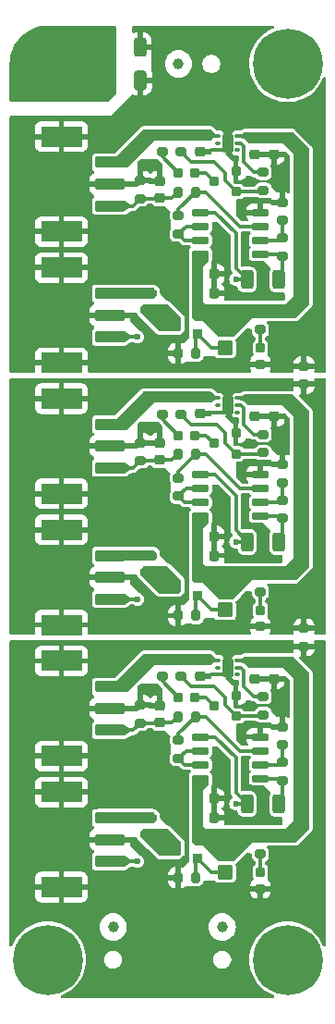
<source format=gbr>
%TF.GenerationSoftware,KiCad,Pcbnew,8.0.4*%
%TF.CreationDate,2024-08-16T18:46:30+09:00*%
%TF.ProjectId,accel-brake-sig-converter-board,61636365-6c2d-4627-9261-6b652d736967,rev?*%
%TF.SameCoordinates,Original*%
%TF.FileFunction,Copper,L1,Top*%
%TF.FilePolarity,Positive*%
%FSLAX46Y46*%
G04 Gerber Fmt 4.6, Leading zero omitted, Abs format (unit mm)*
G04 Created by KiCad (PCBNEW 8.0.4) date 2024-08-16 18:46:30*
%MOMM*%
%LPD*%
G01*
G04 APERTURE LIST*
G04 Aperture macros list*
%AMRoundRect*
0 Rectangle with rounded corners*
0 $1 Rounding radius*
0 $2 $3 $4 $5 $6 $7 $8 $9 X,Y pos of 4 corners*
0 Add a 4 corners polygon primitive as box body*
4,1,4,$2,$3,$4,$5,$6,$7,$8,$9,$2,$3,0*
0 Add four circle primitives for the rounded corners*
1,1,$1+$1,$2,$3*
1,1,$1+$1,$4,$5*
1,1,$1+$1,$6,$7*
1,1,$1+$1,$8,$9*
0 Add four rect primitives between the rounded corners*
20,1,$1+$1,$2,$3,$4,$5,0*
20,1,$1+$1,$4,$5,$6,$7,0*
20,1,$1+$1,$6,$7,$8,$9,0*
20,1,$1+$1,$8,$9,$2,$3,0*%
G04 Aperture macros list end*
%TA.AperFunction,SMDPad,CuDef*%
%ADD10RoundRect,0.050000X0.700000X-0.250000X0.700000X0.250000X-0.700000X0.250000X-0.700000X-0.250000X0*%
%TD*%
%TA.AperFunction,ComponentPad*%
%ADD11C,0.800000*%
%TD*%
%TA.AperFunction,ComponentPad*%
%ADD12C,6.400000*%
%TD*%
%TA.AperFunction,ConnectorPad*%
%ADD13C,1.000000*%
%TD*%
%TA.AperFunction,SMDPad,CuDef*%
%ADD14RoundRect,0.225000X0.250000X-0.225000X0.250000X0.225000X-0.250000X0.225000X-0.250000X-0.225000X0*%
%TD*%
%TA.AperFunction,SMDPad,CuDef*%
%ADD15RoundRect,0.100000X0.350000X0.300000X-0.350000X0.300000X-0.350000X-0.300000X0.350000X-0.300000X0*%
%TD*%
%TA.AperFunction,SMDPad,CuDef*%
%ADD16RoundRect,0.225000X-0.225000X-0.250000X0.225000X-0.250000X0.225000X0.250000X-0.225000X0.250000X0*%
%TD*%
%TA.AperFunction,SMDPad,CuDef*%
%ADD17RoundRect,0.200000X-0.275000X0.200000X-0.275000X-0.200000X0.275000X-0.200000X0.275000X0.200000X0*%
%TD*%
%TA.AperFunction,SMDPad,CuDef*%
%ADD18RoundRect,0.050000X0.350000X-0.350000X0.350000X0.350000X-0.350000X0.350000X-0.350000X-0.350000X0*%
%TD*%
%TA.AperFunction,SMDPad,CuDef*%
%ADD19RoundRect,0.250000X0.312500X0.625000X-0.312500X0.625000X-0.312500X-0.625000X0.312500X-0.625000X0*%
%TD*%
%TA.AperFunction,SMDPad,CuDef*%
%ADD20RoundRect,0.050000X-0.190000X-0.125000X0.190000X-0.125000X0.190000X0.125000X-0.190000X0.125000X0*%
%TD*%
%TA.AperFunction,SMDPad,CuDef*%
%ADD21RoundRect,0.050000X-0.425000X-0.775000X0.425000X-0.775000X0.425000X0.775000X-0.425000X0.775000X0*%
%TD*%
%TA.AperFunction,SMDPad,CuDef*%
%ADD22RoundRect,0.050000X0.400000X-0.350000X0.400000X0.350000X-0.400000X0.350000X-0.400000X-0.350000X0*%
%TD*%
%TA.AperFunction,SMDPad,CuDef*%
%ADD23RoundRect,0.100000X-0.600000X1.200000X-0.600000X-1.200000X0.600000X-1.200000X0.600000X1.200000X0*%
%TD*%
%TA.AperFunction,SMDPad,CuDef*%
%ADD24RoundRect,0.100000X-0.600000X0.550000X-0.600000X-0.550000X0.600000X-0.550000X0.600000X0.550000X0*%
%TD*%
%TA.AperFunction,SMDPad,CuDef*%
%ADD25RoundRect,0.050000X1.300000X-0.450000X1.300000X0.450000X-1.300000X0.450000X-1.300000X-0.450000X0*%
%TD*%
%TA.AperFunction,SMDPad,CuDef*%
%ADD26RoundRect,0.090000X1.810000X-0.810000X1.810000X0.810000X-1.810000X0.810000X-1.810000X-0.810000X0*%
%TD*%
%TA.AperFunction,SMDPad,CuDef*%
%ADD27RoundRect,0.050000X0.350000X0.350000X-0.350000X0.350000X-0.350000X-0.350000X0.350000X-0.350000X0*%
%TD*%
%TA.AperFunction,SMDPad,CuDef*%
%ADD28RoundRect,0.050000X-0.400000X0.200000X-0.400000X-0.200000X0.400000X-0.200000X0.400000X0.200000X0*%
%TD*%
%TA.AperFunction,SMDPad,CuDef*%
%ADD29RoundRect,0.225000X-0.250000X0.225000X-0.250000X-0.225000X0.250000X-0.225000X0.250000X0.225000X0*%
%TD*%
%TA.AperFunction,SMDPad,CuDef*%
%ADD30RoundRect,0.200000X0.275000X-0.200000X0.275000X0.200000X-0.275000X0.200000X-0.275000X-0.200000X0*%
%TD*%
%TA.AperFunction,SMDPad,CuDef*%
%ADD31RoundRect,0.200000X0.200000X0.275000X-0.200000X0.275000X-0.200000X-0.275000X0.200000X-0.275000X0*%
%TD*%
%TA.AperFunction,SMDPad,CuDef*%
%ADD32RoundRect,0.200000X-0.200000X-0.275000X0.200000X-0.275000X0.200000X0.275000X-0.200000X0.275000X0*%
%TD*%
%TA.AperFunction,SMDPad,CuDef*%
%ADD33RoundRect,0.250000X-0.312500X-0.625000X0.312500X-0.625000X0.312500X0.625000X-0.312500X0.625000X0*%
%TD*%
%TA.AperFunction,SMDPad,CuDef*%
%ADD34RoundRect,0.250000X-0.325000X-0.650000X0.325000X-0.650000X0.325000X0.650000X-0.325000X0.650000X0*%
%TD*%
%TA.AperFunction,ViaPad*%
%ADD35C,0.600000*%
%TD*%
%TA.AperFunction,Conductor*%
%ADD36C,0.500000*%
%TD*%
%TA.AperFunction,Conductor*%
%ADD37C,0.300000*%
%TD*%
G04 APERTURE END LIST*
D10*
%TO.P,U4,1*%
%TO.N,Net-(R25-Pad2)*%
X23500000Y-21405000D03*
%TO.P,U4,2,-*%
%TO.N,Net-(U4A--)*%
X23500000Y-20135000D03*
%TO.P,U4,3,+*%
%TO.N,Net-(U4A-+)*%
X23500000Y-18865000D03*
%TO.P,U4,4,V-*%
%TO.N,GND1*%
X23500000Y-17595000D03*
%TO.P,U4,5,+*%
%TO.N,ACCEL1_SIG_OUT_I*%
X18000000Y-17595000D03*
%TO.P,U4,6,-*%
%TO.N,Net-(U4B--)*%
X18000000Y-18865000D03*
%TO.P,U4,7*%
X18000000Y-20135000D03*
%TO.P,U4,8,V+*%
%TO.N,+12V1*%
X18000000Y-21405000D03*
%TD*%
D11*
%TO.P,H2,MP,MP*%
%TO.N,unconnected-(H2-PadMP)_6*%
X1600000Y-86000000D03*
%TO.N,unconnected-(H2-PadMP)_7*%
X2302944Y-84302944D03*
%TO.N,unconnected-(H2-PadMP)*%
X2302944Y-87697056D03*
%TO.N,unconnected-(H2-PadMP)_3*%
X4000000Y-83600000D03*
D12*
%TO.N,unconnected-(H2-PadMP)_5*%
X4000000Y-86000000D03*
D11*
%TO.N,unconnected-(H2-PadMP)_4*%
X4000000Y-88400000D03*
%TO.N,unconnected-(H2-PadMP)_2*%
X5697056Y-84302944D03*
%TO.N,unconnected-(H2-PadMP)_1*%
X5697056Y-87697056D03*
%TO.N,unconnected-(H2-PadMP)_8*%
X6400000Y-86000000D03*
%TD*%
D13*
%TO.P,REF\u002A\u002A,*%
%TO.N,*%
X16000000Y-4000000D03*
%TD*%
D14*
%TO.P,C19,1*%
%TO.N,BRAKE_SIG_IN_V*%
X14250000Y-64275000D03*
%TO.P,C19,2*%
%TO.N,GND3*%
X14250000Y-62725000D03*
%TD*%
D15*
%TO.P,Q5,1,G*%
%TO.N,Net-(Q5-G)*%
X21250000Y-39700000D03*
%TO.P,Q5,2,S*%
%TO.N,GND2*%
X21250000Y-37800000D03*
%TO.P,Q5,3,D*%
%TO.N,Net-(D8-K)*%
X19250000Y-38750000D03*
%TD*%
D16*
%TO.P,C16,1*%
%TO.N,+12V3*%
X17725000Y-71250000D03*
%TO.P,C16,2*%
%TO.N,GND3*%
X19275000Y-71250000D03*
%TD*%
D17*
%TO.P,R30,1*%
%TO.N,Net-(U6A-+)*%
X16000000Y-65925000D03*
%TO.P,R30,2*%
%TO.N,Net-(U6B--)*%
X16000000Y-67575000D03*
%TD*%
D18*
%TO.P,D5,1,K*%
%TO.N,GND2*%
X23500000Y-55500000D03*
%TO.P,D5,2,A*%
%TO.N,Net-(D5-A)*%
X23500000Y-54000000D03*
%TD*%
D19*
%TO.P,R33,1*%
%TO.N,Net-(R29-Pad2)*%
X25212500Y-71750000D03*
%TO.P,R33,2*%
%TO.N,BRAKE_SIG_OUT_I*%
X22287500Y-71750000D03*
%TD*%
D20*
%TO.P,U1,1,OUT*%
%TO.N,VCC1*%
X19590000Y-10600000D03*
%TO.P,U1,2,NC*%
%TO.N,unconnected-(U1-NC-Pad2)*%
X19590000Y-11250000D03*
%TO.P,U1,3,GND*%
%TO.N,GND1*%
X19590000Y-11900000D03*
%TO.P,U1,4,EN*%
%TO.N,unconnected-(U1-EN-Pad4)*%
X21410000Y-11900000D03*
%TO.P,U1,5,PG*%
%TO.N,Net-(U1-PG)*%
X21410000Y-11250000D03*
%TO.P,U1,6,IN*%
%TO.N,+12V1*%
X21410000Y-10600000D03*
D21*
%TO.P,U1,7,EP*%
%TO.N,GND1*%
X20500000Y-11250000D03*
%TD*%
D18*
%TO.P,D4,1,K*%
%TO.N,GND1*%
X23500000Y-31500000D03*
%TO.P,D4,2,A*%
%TO.N,Net-(D4-A)*%
X23500000Y-30000000D03*
%TD*%
D16*
%TO.P,C13,1*%
%TO.N,+12V3*%
X17725000Y-73000000D03*
%TO.P,C13,2*%
%TO.N,GND3*%
X19275000Y-73000000D03*
%TD*%
D17*
%TO.P,R8,1*%
%TO.N,+12V2*%
X23500000Y-50675000D03*
%TO.P,R8,2*%
%TO.N,Net-(D5-A)*%
X23500000Y-52325000D03*
%TD*%
D22*
%TO.P,Q2,1,G*%
%TO.N,Net-(D2-A)*%
X17750000Y-52700000D03*
%TO.P,Q2,2,S*%
%TO.N,+12V2*%
X17750000Y-50800000D03*
%TO.P,Q2,3,D*%
%TO.N,Net-(Q2-D)*%
X15750000Y-51750000D03*
%TD*%
D16*
%TO.P,C14,1*%
%TO.N,+12V1*%
X17725000Y-23250000D03*
%TO.P,C14,2*%
%TO.N,GND1*%
X19275000Y-23250000D03*
%TD*%
D23*
%TO.P,D2,1,K*%
%TO.N,+12V2*%
X20250000Y-51525000D03*
D24*
%TO.P,D2,2,A*%
%TO.N,Net-(D2-A)*%
X20250000Y-53975000D03*
%TD*%
D25*
%TO.P,J4,1,Pin_1*%
%TO.N,VCC1*%
X9700000Y-13000000D03*
%TO.P,J4,2,Pin_2*%
%TO.N,GND1*%
X9700000Y-15000000D03*
%TO.P,J4,3,Pin_3*%
%TO.N,ACCEL1_SIG_IN_V*%
X9700000Y-17000000D03*
D26*
%TO.P,J4,MP1,MountPin*%
%TO.N,GND1*%
X5250000Y-10650000D03*
%TO.P,J4,MP2,MountPin*%
X5250000Y-19350000D03*
%TD*%
D25*
%TO.P,J6,1,Pin_1*%
%TO.N,VCC3*%
X9700000Y-61000000D03*
%TO.P,J6,2,Pin_2*%
%TO.N,GND3*%
X9700000Y-63000000D03*
%TO.P,J6,3,Pin_3*%
%TO.N,BRAKE_SIG_IN_V*%
X9700000Y-65000000D03*
D26*
%TO.P,J6,MP1,MountPin*%
%TO.N,GND3*%
X5250000Y-58650000D03*
%TO.P,J6,MP2,MountPin*%
X5250000Y-67350000D03*
%TD*%
D27*
%TO.P,D7,1,K*%
%TO.N,Net-(D7-K)*%
X17500000Y-14000000D03*
%TO.P,D7,2,A*%
%TO.N,Net-(D7-A)*%
X16000000Y-14000000D03*
%TD*%
D17*
%TO.P,R25,1*%
%TO.N,Net-(U4A--)*%
X25500000Y-19925000D03*
%TO.P,R25,2*%
%TO.N,Net-(R25-Pad2)*%
X25500000Y-21575000D03*
%TD*%
D28*
%TO.P,F1,1*%
%TO.N,Net-(J1-Pin_1)*%
X13250000Y-25125000D03*
%TO.P,F1,2*%
%TO.N,Net-(Q1-D)*%
X13250000Y-26375000D03*
%TD*%
D29*
%TO.P,C10,1*%
%TO.N,VCC3*%
X18000000Y-58475000D03*
%TO.P,C10,2*%
%TO.N,GND3*%
X18000000Y-60025000D03*
%TD*%
D22*
%TO.P,Q3,1,G*%
%TO.N,Net-(D3-A)*%
X17750000Y-76700000D03*
%TO.P,Q3,2,S*%
%TO.N,+12V3*%
X17750000Y-74800000D03*
%TO.P,Q3,3,D*%
%TO.N,Net-(Q3-D)*%
X15750000Y-75750000D03*
%TD*%
%TO.P,Q1,1,G*%
%TO.N,Net-(D1-A)*%
X17750000Y-28700000D03*
%TO.P,Q1,2,S*%
%TO.N,+12V1*%
X17750000Y-26800000D03*
%TO.P,Q1,3,D*%
%TO.N,Net-(Q1-D)*%
X15750000Y-27750000D03*
%TD*%
D17*
%TO.P,R7,1*%
%TO.N,+12V1*%
X23500000Y-26675000D03*
%TO.P,R7,2*%
%TO.N,Net-(D4-A)*%
X23500000Y-28325000D03*
%TD*%
D14*
%TO.P,C18,1*%
%TO.N,ACCEL2_SIG_IN_V*%
X14250000Y-40275000D03*
%TO.P,C18,2*%
%TO.N,GND2*%
X14250000Y-38725000D03*
%TD*%
D25*
%TO.P,J3,1,Pin_1*%
%TO.N,Net-(J3-Pin_1)*%
X9700000Y-73000000D03*
%TO.P,J3,2,Pin_2*%
%TO.N,GND3*%
X9700000Y-75000000D03*
%TO.P,J3,3,Pin_3*%
%TO.N,BRAKE_SIG_OUT_I*%
X9700000Y-77000000D03*
D26*
%TO.P,J3,MP1,MountPin*%
%TO.N,GND3*%
X5250000Y-70650000D03*
%TO.P,J3,MP2,MountPin*%
X5250000Y-79350000D03*
%TD*%
D10*
%TO.P,U5,1*%
%TO.N,Net-(R27-Pad2)*%
X23500000Y-45405000D03*
%TO.P,U5,2,-*%
%TO.N,Net-(U5A--)*%
X23500000Y-44135000D03*
%TO.P,U5,3,+*%
%TO.N,Net-(U5A-+)*%
X23500000Y-42865000D03*
%TO.P,U5,4,V-*%
%TO.N,GND2*%
X23500000Y-41595000D03*
%TO.P,U5,5,+*%
%TO.N,ACCEL2_SIG_OUT_I*%
X18000000Y-41595000D03*
%TO.P,U5,6,-*%
%TO.N,Net-(U5B--)*%
X18000000Y-42865000D03*
%TO.P,U5,7*%
X18000000Y-44135000D03*
%TO.P,U5,8,V+*%
%TO.N,+12V2*%
X18000000Y-45405000D03*
%TD*%
D30*
%TO.P,R34,1*%
%TO.N,ACCEL1_SIG_IN_V*%
X12500000Y-16325000D03*
%TO.P,R34,2*%
%TO.N,GND1*%
X12500000Y-14675000D03*
%TD*%
D31*
%TO.P,R5,1*%
%TO.N,Net-(D2-A)*%
X17575000Y-54500000D03*
%TO.P,R5,2*%
%TO.N,GND2*%
X15925000Y-54500000D03*
%TD*%
D17*
%TO.P,R3,1*%
%TO.N,GND2*%
X27500000Y-55675000D03*
%TO.P,R3,2*%
%TO.N,GND3*%
X27500000Y-57325000D03*
%TD*%
%TO.P,R16,1*%
%TO.N,VCC1*%
X14500000Y-10425000D03*
%TO.P,R16,2*%
%TO.N,Net-(D7-A)*%
X14500000Y-12075000D03*
%TD*%
D32*
%TO.P,R20,1*%
%TO.N,ACCEL1_SIG_IN_V*%
X15925000Y-15750000D03*
%TO.P,R20,2*%
%TO.N,Net-(U4A-+)*%
X17575000Y-15750000D03*
%TD*%
D31*
%TO.P,R6,1*%
%TO.N,Net-(D3-A)*%
X17575000Y-78500000D03*
%TO.P,R6,2*%
%TO.N,GND3*%
X15925000Y-78500000D03*
%TD*%
D28*
%TO.P,F3,1*%
%TO.N,Net-(J3-Pin_1)*%
X13250000Y-73125000D03*
%TO.P,F3,2*%
%TO.N,Net-(Q3-D)*%
X13250000Y-74375000D03*
%TD*%
D17*
%TO.P,R23,1*%
%TO.N,GND3*%
X25500000Y-64675000D03*
%TO.P,R23,2*%
%TO.N,Net-(U6A--)*%
X25500000Y-66325000D03*
%TD*%
D27*
%TO.P,D8,1,K*%
%TO.N,Net-(D8-K)*%
X17500000Y-38000000D03*
%TO.P,D8,2,A*%
%TO.N,Net-(D8-A)*%
X16000000Y-38000000D03*
%TD*%
D25*
%TO.P,J2,1,Pin_1*%
%TO.N,Net-(J2-Pin_1)*%
X9700000Y-49000000D03*
%TO.P,J2,2,Pin_2*%
%TO.N,GND2*%
X9700000Y-51000000D03*
%TO.P,J2,3,Pin_3*%
%TO.N,ACCEL2_SIG_OUT_I*%
X9700000Y-53000000D03*
D26*
%TO.P,J2,MP1,MountPin*%
%TO.N,GND2*%
X5250000Y-46650000D03*
%TO.P,J2,MP2,MountPin*%
X5250000Y-55350000D03*
%TD*%
D29*
%TO.P,C8,1*%
%TO.N,VCC1*%
X18000000Y-10475000D03*
%TO.P,C8,2*%
%TO.N,GND1*%
X18000000Y-12025000D03*
%TD*%
%TO.P,C9,1*%
%TO.N,VCC2*%
X18000000Y-34475000D03*
%TO.P,C9,2*%
%TO.N,GND2*%
X18000000Y-36025000D03*
%TD*%
D17*
%TO.P,R12,1*%
%TO.N,Net-(U3-PG)*%
X23750000Y-61925000D03*
%TO.P,R12,2*%
%TO.N,Net-(Q6-G)*%
X23750000Y-63575000D03*
%TD*%
D25*
%TO.P,J1,1,Pin_1*%
%TO.N,Net-(J1-Pin_1)*%
X9700000Y-25000000D03*
%TO.P,J1,2,Pin_2*%
%TO.N,GND1*%
X9700000Y-27000000D03*
%TO.P,J1,3,Pin_3*%
%TO.N,ACCEL1_SIG_OUT_I*%
X9700000Y-29000000D03*
D26*
%TO.P,J1,MP1,MountPin*%
%TO.N,GND1*%
X5250000Y-22650000D03*
%TO.P,J1,MP2,MountPin*%
X5250000Y-31350000D03*
%TD*%
D11*
%TO.P,H3,MP,MP*%
%TO.N,unconnected-(H3-PadMP)_6*%
X23600000Y-4000000D03*
%TO.N,unconnected-(H3-PadMP)_1*%
X24302944Y-2302944D03*
%TO.N,unconnected-(H3-PadMP)_3*%
X24302944Y-5697056D03*
%TO.N,unconnected-(H3-PadMP)_4*%
X26000000Y-1600000D03*
D12*
%TO.N,unconnected-(H3-PadMP)_2*%
X26000000Y-4000000D03*
D11*
%TO.N,unconnected-(H3-PadMP)*%
X26000000Y-6400000D03*
%TO.N,unconnected-(H3-PadMP)_5*%
X27697056Y-2302944D03*
%TO.N,unconnected-(H3-PadMP)_8*%
X27697056Y-5697056D03*
%TO.N,unconnected-(H3-PadMP)_7*%
X28400000Y-4000000D03*
%TD*%
D27*
%TO.P,D9,1,K*%
%TO.N,Net-(D9-K)*%
X17500000Y-62000000D03*
%TO.P,D9,2,A*%
%TO.N,Net-(D9-A)*%
X16000000Y-62000000D03*
%TD*%
D17*
%TO.P,R2,1*%
%TO.N,GND1*%
X27500000Y-31675000D03*
%TO.P,R2,2*%
%TO.N,GND2*%
X27500000Y-33325000D03*
%TD*%
D15*
%TO.P,Q6,1,G*%
%TO.N,Net-(Q6-G)*%
X21250000Y-63700000D03*
%TO.P,Q6,2,S*%
%TO.N,GND3*%
X21250000Y-61800000D03*
%TO.P,Q6,3,D*%
%TO.N,Net-(D9-K)*%
X19250000Y-62750000D03*
%TD*%
D29*
%TO.P,C2,1*%
%TO.N,+12V1*%
X24750000Y-10725000D03*
%TO.P,C2,2*%
%TO.N,GND1*%
X24750000Y-12275000D03*
%TD*%
D17*
%TO.P,R26,1*%
%TO.N,Net-(U4A-+)*%
X16000000Y-17925000D03*
%TO.P,R26,2*%
%TO.N,Net-(U4B--)*%
X16000000Y-19575000D03*
%TD*%
D18*
%TO.P,D6,1,K*%
%TO.N,GND3*%
X23500000Y-79500000D03*
%TO.P,D6,2,A*%
%TO.N,Net-(D6-A)*%
X23500000Y-78000000D03*
%TD*%
D28*
%TO.P,F2,1*%
%TO.N,Net-(J2-Pin_1)*%
X13250000Y-49125000D03*
%TO.P,F2,2*%
%TO.N,Net-(Q2-D)*%
X13250000Y-50375000D03*
%TD*%
D29*
%TO.P,C5,1*%
%TO.N,+12V1*%
X23000000Y-10725000D03*
%TO.P,C5,2*%
%TO.N,GND1*%
X23000000Y-12275000D03*
%TD*%
D32*
%TO.P,R22,1*%
%TO.N,ACCEL2_SIG_IN_V*%
X15925000Y-39750000D03*
%TO.P,R22,2*%
%TO.N,Net-(U5A-+)*%
X17575000Y-39750000D03*
%TD*%
D33*
%TO.P,R1,1*%
%TO.N,Chassis*%
X9537500Y-2500000D03*
%TO.P,R1,2*%
%TO.N,GND1*%
X12462500Y-2500000D03*
%TD*%
D13*
%TO.P,REF\u002A\u002A,*%
%TO.N,*%
X20000000Y-83000000D03*
%TD*%
D17*
%TO.P,R14,1*%
%TO.N,VCC2*%
X16250000Y-34425000D03*
%TO.P,R14,2*%
%TO.N,Net-(Q5-G)*%
X16250000Y-36075000D03*
%TD*%
%TO.P,R17,1*%
%TO.N,VCC2*%
X14500000Y-34425000D03*
%TO.P,R17,2*%
%TO.N,Net-(D8-A)*%
X14500000Y-36075000D03*
%TD*%
D25*
%TO.P,J5,1,Pin_1*%
%TO.N,VCC2*%
X9700000Y-37000000D03*
%TO.P,J5,2,Pin_2*%
%TO.N,GND2*%
X9700000Y-39000000D03*
%TO.P,J5,3,Pin_3*%
%TO.N,ACCEL2_SIG_IN_V*%
X9700000Y-41000000D03*
D26*
%TO.P,J5,MP1,MountPin*%
%TO.N,GND2*%
X5250000Y-34650000D03*
%TO.P,J5,MP2,MountPin*%
X5250000Y-43350000D03*
%TD*%
D14*
%TO.P,C17,1*%
%TO.N,ACCEL1_SIG_IN_V*%
X14250000Y-16275000D03*
%TO.P,C17,2*%
%TO.N,GND1*%
X14250000Y-14725000D03*
%TD*%
D17*
%TO.P,R13,1*%
%TO.N,VCC1*%
X16250000Y-10425000D03*
%TO.P,R13,2*%
%TO.N,Net-(Q4-G)*%
X16250000Y-12075000D03*
%TD*%
%TO.P,R29,1*%
%TO.N,Net-(U6A--)*%
X25500000Y-67925000D03*
%TO.P,R29,2*%
%TO.N,Net-(R29-Pad2)*%
X25500000Y-69575000D03*
%TD*%
D31*
%TO.P,R4,1*%
%TO.N,Net-(D1-A)*%
X17575000Y-30500000D03*
%TO.P,R4,2*%
%TO.N,GND1*%
X15925000Y-30500000D03*
%TD*%
D17*
%TO.P,R10,1*%
%TO.N,Net-(U1-PG)*%
X23750000Y-13925000D03*
%TO.P,R10,2*%
%TO.N,Net-(Q4-G)*%
X23750000Y-15575000D03*
%TD*%
D19*
%TO.P,R31,1*%
%TO.N,Net-(R25-Pad2)*%
X25212500Y-23750000D03*
%TO.P,R31,2*%
%TO.N,ACCEL1_SIG_OUT_I*%
X22287500Y-23750000D03*
%TD*%
D17*
%TO.P,R21,1*%
%TO.N,GND2*%
X25500000Y-40675000D03*
%TO.P,R21,2*%
%TO.N,Net-(U5A--)*%
X25500000Y-42325000D03*
%TD*%
D15*
%TO.P,Q4,1,G*%
%TO.N,Net-(Q4-G)*%
X21250000Y-15700000D03*
%TO.P,Q4,2,S*%
%TO.N,GND1*%
X21250000Y-13800000D03*
%TO.P,Q4,3,D*%
%TO.N,Net-(D7-K)*%
X19250000Y-14750000D03*
%TD*%
D23*
%TO.P,D3,1,K*%
%TO.N,+12V3*%
X20250000Y-75525000D03*
D24*
%TO.P,D3,2,A*%
%TO.N,Net-(D3-A)*%
X20250000Y-77975000D03*
%TD*%
D34*
%TO.P,C1,1*%
%TO.N,Chassis*%
X9525000Y-5500000D03*
%TO.P,C1,2*%
%TO.N,GND1*%
X12475000Y-5500000D03*
%TD*%
D17*
%TO.P,R15,1*%
%TO.N,VCC3*%
X16250000Y-58425000D03*
%TO.P,R15,2*%
%TO.N,Net-(Q6-G)*%
X16250000Y-60075000D03*
%TD*%
D23*
%TO.P,D1,1,K*%
%TO.N,+12V1*%
X20250000Y-27525000D03*
D24*
%TO.P,D1,2,A*%
%TO.N,Net-(D1-A)*%
X20250000Y-29975000D03*
%TD*%
D29*
%TO.P,C4,1*%
%TO.N,+12V3*%
X24750000Y-58725000D03*
%TO.P,C4,2*%
%TO.N,GND3*%
X24750000Y-60275000D03*
%TD*%
D16*
%TO.P,C11,1*%
%TO.N,+12V1*%
X17725000Y-25000000D03*
%TO.P,C11,2*%
%TO.N,GND1*%
X19275000Y-25000000D03*
%TD*%
D17*
%TO.P,R9,1*%
%TO.N,+12V3*%
X23500000Y-74675000D03*
%TO.P,R9,2*%
%TO.N,Net-(D6-A)*%
X23500000Y-76325000D03*
%TD*%
D11*
%TO.P,H4,MP,MP*%
%TO.N,unconnected-(H4-PadMP)*%
X23600000Y-86000000D03*
%TO.N,unconnected-(H4-PadMP)_7*%
X24302944Y-84302944D03*
%TO.N,unconnected-(H4-PadMP)_2*%
X24302944Y-87697056D03*
%TO.N,unconnected-(H4-PadMP)_5*%
X26000000Y-83600000D03*
D12*
%TO.N,unconnected-(H4-PadMP)_6*%
X26000000Y-86000000D03*
D11*
%TO.N,unconnected-(H4-PadMP)_4*%
X26000000Y-88400000D03*
%TO.N,unconnected-(H4-PadMP)_1*%
X27697056Y-84302944D03*
%TO.N,unconnected-(H4-PadMP)_8*%
X27697056Y-87697056D03*
%TO.N,unconnected-(H4-PadMP)_3*%
X28400000Y-86000000D03*
%TD*%
D29*
%TO.P,C3,1*%
%TO.N,+12V2*%
X24750000Y-34725000D03*
%TO.P,C3,2*%
%TO.N,GND2*%
X24750000Y-36275000D03*
%TD*%
D17*
%TO.P,R27,1*%
%TO.N,Net-(U5A--)*%
X25500000Y-43925000D03*
%TO.P,R27,2*%
%TO.N,Net-(R27-Pad2)*%
X25500000Y-45575000D03*
%TD*%
D29*
%TO.P,C7,1*%
%TO.N,+12V3*%
X23000000Y-58725000D03*
%TO.P,C7,2*%
%TO.N,GND3*%
X23000000Y-60275000D03*
%TD*%
D30*
%TO.P,R36,1*%
%TO.N,BRAKE_SIG_IN_V*%
X12500000Y-64325000D03*
%TO.P,R36,2*%
%TO.N,GND3*%
X12500000Y-62675000D03*
%TD*%
D10*
%TO.P,U6,1*%
%TO.N,Net-(R29-Pad2)*%
X23500000Y-69405000D03*
%TO.P,U6,2,-*%
%TO.N,Net-(U6A--)*%
X23500000Y-68135000D03*
%TO.P,U6,3,+*%
%TO.N,Net-(U6A-+)*%
X23500000Y-66865000D03*
%TO.P,U6,4,V-*%
%TO.N,GND3*%
X23500000Y-65595000D03*
%TO.P,U6,5,+*%
%TO.N,BRAKE_SIG_OUT_I*%
X18000000Y-65595000D03*
%TO.P,U6,6,-*%
%TO.N,Net-(U6B--)*%
X18000000Y-66865000D03*
%TO.P,U6,7*%
X18000000Y-68135000D03*
%TO.P,U6,8,V+*%
%TO.N,+12V3*%
X18000000Y-69405000D03*
%TD*%
D32*
%TO.P,R24,1*%
%TO.N,BRAKE_SIG_IN_V*%
X15925000Y-63750000D03*
%TO.P,R24,2*%
%TO.N,Net-(U6A-+)*%
X17575000Y-63750000D03*
%TD*%
D30*
%TO.P,R35,1*%
%TO.N,ACCEL2_SIG_IN_V*%
X12500000Y-40325000D03*
%TO.P,R35,2*%
%TO.N,GND2*%
X12500000Y-38675000D03*
%TD*%
D29*
%TO.P,C6,1*%
%TO.N,+12V2*%
X23000000Y-34725000D03*
%TO.P,C6,2*%
%TO.N,GND2*%
X23000000Y-36275000D03*
%TD*%
D17*
%TO.P,R28,1*%
%TO.N,Net-(U5A-+)*%
X16000000Y-41925000D03*
%TO.P,R28,2*%
%TO.N,Net-(U5B--)*%
X16000000Y-43575000D03*
%TD*%
D11*
%TO.P,H1,MP,MP*%
%TO.N,Chassis*%
X1600000Y-4000000D03*
X2302944Y-2302944D03*
X2302944Y-5697056D03*
X4000000Y-1600000D03*
D12*
X4000000Y-4000000D03*
D11*
X4000000Y-6400000D03*
X5697056Y-2302944D03*
X5697056Y-5697056D03*
X6400000Y-4000000D03*
%TD*%
D20*
%TO.P,U2,1,OUT*%
%TO.N,VCC2*%
X19590000Y-34600000D03*
%TO.P,U2,2,NC*%
%TO.N,unconnected-(U2-NC-Pad2)*%
X19590000Y-35250000D03*
%TO.P,U2,3,GND*%
%TO.N,GND2*%
X19590000Y-35900000D03*
%TO.P,U2,4,EN*%
%TO.N,unconnected-(U2-EN-Pad4)*%
X21410000Y-35900000D03*
%TO.P,U2,5,PG*%
%TO.N,Net-(U2-PG)*%
X21410000Y-35250000D03*
%TO.P,U2,6,IN*%
%TO.N,+12V2*%
X21410000Y-34600000D03*
D21*
%TO.P,U2,7,EP*%
%TO.N,GND2*%
X20500000Y-35250000D03*
%TD*%
D16*
%TO.P,C12,1*%
%TO.N,+12V2*%
X17725000Y-49000000D03*
%TO.P,C12,2*%
%TO.N,GND2*%
X19275000Y-49000000D03*
%TD*%
D17*
%TO.P,R18,1*%
%TO.N,VCC3*%
X14500000Y-58425000D03*
%TO.P,R18,2*%
%TO.N,Net-(D9-A)*%
X14500000Y-60075000D03*
%TD*%
%TO.P,R11,1*%
%TO.N,Net-(U2-PG)*%
X23750000Y-37925000D03*
%TO.P,R11,2*%
%TO.N,Net-(Q5-G)*%
X23750000Y-39575000D03*
%TD*%
D13*
%TO.P,REF\u002A\u002A,*%
%TO.N,*%
X10000000Y-83000000D03*
%TD*%
D16*
%TO.P,C15,1*%
%TO.N,+12V2*%
X17725000Y-47250000D03*
%TO.P,C15,2*%
%TO.N,GND2*%
X19275000Y-47250000D03*
%TD*%
D20*
%TO.P,U3,1,OUT*%
%TO.N,VCC3*%
X19590000Y-58600000D03*
%TO.P,U3,2,NC*%
%TO.N,unconnected-(U3-NC-Pad2)*%
X19590000Y-59250000D03*
%TO.P,U3,3,GND*%
%TO.N,GND3*%
X19590000Y-59900000D03*
%TO.P,U3,4,EN*%
%TO.N,unconnected-(U3-EN-Pad4)*%
X21410000Y-59900000D03*
%TO.P,U3,5,PG*%
%TO.N,Net-(U3-PG)*%
X21410000Y-59250000D03*
%TO.P,U3,6,IN*%
%TO.N,+12V3*%
X21410000Y-58600000D03*
D21*
%TO.P,U3,7,EP*%
%TO.N,GND3*%
X20500000Y-59250000D03*
%TD*%
D17*
%TO.P,R19,1*%
%TO.N,GND1*%
X25500000Y-16675000D03*
%TO.P,R19,2*%
%TO.N,Net-(U4A--)*%
X25500000Y-18325000D03*
%TD*%
D19*
%TO.P,R32,1*%
%TO.N,Net-(R27-Pad2)*%
X25212500Y-47750000D03*
%TO.P,R32,2*%
%TO.N,ACCEL2_SIG_OUT_I*%
X22287500Y-47750000D03*
%TD*%
D35*
%TO.N,GND1*%
X18500000Y-31750000D03*
X1000000Y-26750000D03*
X12750000Y-13250000D03*
X27500000Y-10250000D03*
X17500000Y-9250000D03*
X29000000Y-9250000D03*
X16500000Y-26500000D03*
X15000000Y-9250000D03*
X29000000Y-11750000D03*
X25000000Y-9500000D03*
X7500000Y-17000000D03*
X21000000Y-31750000D03*
X13500000Y-1000000D03*
X22050000Y-19750000D03*
X22500000Y-14750000D03*
X29000000Y-19250000D03*
X8000000Y-31750000D03*
X19500000Y-19000000D03*
X13000000Y-31750000D03*
X12250000Y-30000000D03*
X16000000Y-1000000D03*
X12250000Y-23750000D03*
X14750000Y-19750000D03*
X22500000Y-9500000D03*
X20500000Y-11750000D03*
X20450000Y-23250000D03*
X1000000Y-21750000D03*
X22000000Y-4000000D03*
X20250000Y-20500000D03*
X23500000Y-1000000D03*
X29000000Y-21750000D03*
X29000000Y-29250000D03*
X13750000Y-5500000D03*
X21750000Y-17750000D03*
X20500000Y-10750000D03*
X23250000Y-6750000D03*
X24750000Y-28000000D03*
X22500000Y-16500000D03*
X9750000Y-11750000D03*
X12500000Y-9250000D03*
X7750000Y-9250000D03*
X1000000Y-9250000D03*
X9750000Y-30250000D03*
X25500000Y-15500000D03*
X10250000Y-8750000D03*
X7500000Y-13000000D03*
X1000000Y-11750000D03*
X22250000Y-28750000D03*
X29000000Y-26750000D03*
X12000000Y-27250000D03*
X22250000Y-22250000D03*
X13750000Y-2500000D03*
X24750000Y-31750000D03*
X2500000Y-31750000D03*
X2750000Y-9250000D03*
X29000000Y-16750000D03*
X19500000Y-21750000D03*
X1000000Y-16750000D03*
X1000000Y-14250000D03*
X29000000Y-14250000D03*
X12500000Y-7250000D03*
X14500000Y-24250000D03*
X29000000Y-6750000D03*
X14750000Y-17500000D03*
X27000000Y-28000000D03*
X1000000Y-29250000D03*
X12750000Y-28000000D03*
X23750000Y-22500000D03*
X29000000Y-31750000D03*
X21000000Y-25250000D03*
X29000000Y-24250000D03*
X7500000Y-27000000D03*
X26250000Y-31750000D03*
X16500000Y-23500000D03*
X9750000Y-18250000D03*
X14500000Y-30000000D03*
X25250000Y-25250000D03*
X24750000Y-29750000D03*
X16500000Y-21000000D03*
X1000000Y-19250000D03*
X12250000Y-17750000D03*
X7500000Y-29000000D03*
X16000000Y-31750000D03*
X1000000Y-24250000D03*
X7500000Y-15000000D03*
X21000000Y-1000000D03*
X10500000Y-31750000D03*
X18500000Y-1000000D03*
X25000000Y-13750000D03*
X7500000Y-25000000D03*
X23000000Y-25250000D03*
X1000000Y-31750000D03*
X26000000Y-8000000D03*
X9750000Y-23750000D03*
X20000000Y-9250000D03*
X14000000Y-13250000D03*
%TO.N,Chassis*%
X9500000Y-7000000D03*
X9500000Y-1000000D03*
X6750000Y-7000000D03*
X8500000Y-2500000D03*
X6750000Y-1000000D03*
X9500000Y-4000000D03*
X8500000Y-5500000D03*
X1000000Y-7000000D03*
%TO.N,GND2*%
X14750000Y-43750000D03*
X12500000Y-47750000D03*
X14750000Y-48500000D03*
X12000000Y-51250000D03*
X15250000Y-33250000D03*
X8000000Y-55750000D03*
X25500000Y-39500000D03*
X1000000Y-45750000D03*
X21000000Y-55750000D03*
X19500000Y-43000000D03*
X18500000Y-55750000D03*
X1000000Y-40750000D03*
X20500000Y-34750000D03*
X26250000Y-33250000D03*
X22750000Y-33250000D03*
X24750000Y-55750000D03*
X7500000Y-39000000D03*
X13000000Y-55750000D03*
X29000000Y-53250000D03*
X2750000Y-33250000D03*
X1000000Y-43250000D03*
X20500000Y-35750000D03*
X19500000Y-45750000D03*
X29000000Y-33250000D03*
X9750000Y-35750000D03*
X12250000Y-54000000D03*
X29000000Y-43250000D03*
X1000000Y-48250000D03*
X14500000Y-54000000D03*
X22250000Y-46250000D03*
X21750000Y-41500000D03*
X16500000Y-50500000D03*
X10500000Y-55750000D03*
X9750000Y-47750000D03*
X12750000Y-52000000D03*
X7500000Y-41000000D03*
X16500000Y-47500000D03*
X12750000Y-33250000D03*
X1000000Y-33250000D03*
X29000000Y-45750000D03*
X22050000Y-43750000D03*
X16500000Y-45000000D03*
X24500000Y-33250000D03*
X12750000Y-37250000D03*
X25000000Y-37750000D03*
X7500000Y-51000000D03*
X23750000Y-46500000D03*
X1000000Y-53250000D03*
X17750000Y-33250000D03*
X1000000Y-38250000D03*
X24750000Y-52000000D03*
X20450000Y-47250000D03*
X29000000Y-40750000D03*
X9750000Y-54250000D03*
X7750000Y-33250000D03*
X14750000Y-41500000D03*
X10250000Y-33250000D03*
X7500000Y-49000000D03*
X1000000Y-55750000D03*
X1000000Y-50750000D03*
X26250000Y-55750000D03*
X29000000Y-38250000D03*
X7500000Y-53000000D03*
X22500000Y-40500000D03*
X2500000Y-55750000D03*
X27000000Y-52000000D03*
X22500000Y-38750000D03*
X22250000Y-52750000D03*
X12250000Y-41750000D03*
X20250000Y-33250000D03*
X16000000Y-55750000D03*
X29000000Y-48250000D03*
X20250000Y-44500000D03*
X29000000Y-55750000D03*
X14000000Y-37250000D03*
X28000000Y-34750000D03*
X24750000Y-54000000D03*
X7500000Y-37000000D03*
X25000000Y-49250000D03*
X29000000Y-35750000D03*
X9750000Y-42250000D03*
X1000000Y-35750000D03*
X21000000Y-49250000D03*
X29000000Y-50750000D03*
%TO.N,GND3*%
X29000000Y-79750000D03*
X29000000Y-57250000D03*
X21250000Y-79250000D03*
X20500000Y-71200000D03*
X12750000Y-76000000D03*
X1000000Y-77250000D03*
X29000000Y-67250000D03*
X25500000Y-63500000D03*
X20500000Y-59750000D03*
X9750000Y-78250000D03*
X26000000Y-82000000D03*
X26250000Y-57250000D03*
X14750000Y-65500000D03*
X29000000Y-82250000D03*
X20000000Y-89000000D03*
X2750000Y-57250000D03*
X24750000Y-78500000D03*
X1000000Y-69750000D03*
X21000000Y-73250000D03*
X7500000Y-63000000D03*
X29000000Y-72250000D03*
X25000000Y-73250000D03*
X14500000Y-72250000D03*
X9750000Y-66250000D03*
X9750000Y-59750000D03*
X20250000Y-68500000D03*
X7500000Y-65000000D03*
X12750000Y-61250000D03*
X20500000Y-58750000D03*
X19500000Y-69750000D03*
X12000000Y-75250000D03*
X23250000Y-83250000D03*
X14500000Y-78000000D03*
X27000000Y-76000000D03*
X1000000Y-72250000D03*
X22250000Y-70250000D03*
X22500000Y-89000000D03*
X22050000Y-67750000D03*
X29000000Y-74750000D03*
X1000000Y-57250000D03*
X20250000Y-57250000D03*
X22000000Y-86000000D03*
X7500000Y-75000000D03*
X22500000Y-62750000D03*
X24500000Y-57250000D03*
X21750000Y-65500000D03*
X16500000Y-74500000D03*
X12250000Y-65750000D03*
X1000000Y-74750000D03*
X12250000Y-78000000D03*
X7500000Y-61000000D03*
X29000000Y-77250000D03*
X29000000Y-62250000D03*
X23750000Y-70500000D03*
X16000000Y-79750000D03*
X14000000Y-61250000D03*
X22500000Y-64500000D03*
X29000000Y-59750000D03*
X16500000Y-71500000D03*
X10250000Y-57250000D03*
X7500000Y-77000000D03*
X8000000Y-86000000D03*
X17750000Y-57250000D03*
X15250000Y-57250000D03*
X23500000Y-80750000D03*
X12750000Y-57250000D03*
X1000000Y-59750000D03*
X19500000Y-67000000D03*
X9750000Y-71750000D03*
X12500000Y-89000000D03*
X15000000Y-89000000D03*
X22250000Y-76750000D03*
X16500000Y-69000000D03*
X1000000Y-82250000D03*
X28000000Y-58750000D03*
X1000000Y-62250000D03*
X1000000Y-67250000D03*
X6750000Y-83250000D03*
X7500000Y-89000000D03*
X29000000Y-69750000D03*
X12250000Y-71750000D03*
X10000000Y-89000000D03*
X14750000Y-67750000D03*
X1000000Y-79750000D03*
X4000000Y-82000000D03*
X29000000Y-64750000D03*
X25000000Y-61750000D03*
X24750000Y-76000000D03*
X17500000Y-89000000D03*
X18750000Y-79250000D03*
X7750000Y-57250000D03*
X22750000Y-57250000D03*
X7500000Y-73000000D03*
X1000000Y-64750000D03*
%TO.N,ACCEL1_SIG_OUT_I*%
X12250000Y-29000000D03*
X21250000Y-23750000D03*
%TO.N,ACCEL2_SIG_OUT_I*%
X12250000Y-53000000D03*
X21250000Y-47750000D03*
%TO.N,BRAKE_SIG_OUT_I*%
X21250000Y-71750000D03*
X12250000Y-77000000D03*
%TD*%
D36*
%TO.N,GND1*%
X12175000Y-15000000D02*
X12500000Y-14675000D01*
X9700000Y-15000000D02*
X12175000Y-15000000D01*
%TO.N,GND2*%
X9700000Y-39000000D02*
X12175000Y-39000000D01*
X12175000Y-39000000D02*
X12500000Y-38675000D01*
%TO.N,GND3*%
X12175000Y-63000000D02*
X12500000Y-62675000D01*
X9700000Y-63000000D02*
X12175000Y-63000000D01*
D37*
%TO.N,ACCEL1_SIG_IN_V*%
X9700000Y-17000000D02*
X11825000Y-17000000D01*
X11825000Y-17000000D02*
X12500000Y-16325000D01*
X14250000Y-16275000D02*
X15400000Y-16275000D01*
X12500000Y-16325000D02*
X14200000Y-16325000D01*
X15400000Y-16275000D02*
X15925000Y-15750000D01*
X14200000Y-16325000D02*
X14250000Y-16275000D01*
%TO.N,ACCEL2_SIG_IN_V*%
X11825000Y-41000000D02*
X12500000Y-40325000D01*
X14200000Y-40325000D02*
X14250000Y-40275000D01*
X9700000Y-41000000D02*
X11825000Y-41000000D01*
X14250000Y-40275000D02*
X15400000Y-40275000D01*
X12500000Y-40325000D02*
X14200000Y-40325000D01*
X15400000Y-40275000D02*
X15925000Y-39750000D01*
%TO.N,BRAKE_SIG_IN_V*%
X14200000Y-64325000D02*
X14250000Y-64275000D01*
X15400000Y-64275000D02*
X15925000Y-63750000D01*
X9700000Y-65000000D02*
X11825000Y-65000000D01*
X12500000Y-64325000D02*
X14200000Y-64325000D01*
X14250000Y-64275000D02*
X15400000Y-64275000D01*
X11825000Y-65000000D02*
X12500000Y-64325000D01*
%TO.N,Net-(D1-A)*%
X17575000Y-28875000D02*
X17750000Y-28700000D01*
X17575000Y-30500000D02*
X17575000Y-28875000D01*
X19025000Y-29975000D02*
X17750000Y-28700000D01*
X20250000Y-29975000D02*
X19025000Y-29975000D01*
%TO.N,Net-(D2-A)*%
X17750000Y-52700000D02*
X19025000Y-53975000D01*
X17575000Y-52875000D02*
X17750000Y-52700000D01*
X19025000Y-53975000D02*
X20250000Y-53975000D01*
X17575000Y-54500000D02*
X17575000Y-52875000D01*
%TO.N,Net-(D3-A)*%
X17575000Y-76875000D02*
X17750000Y-76700000D01*
X17575000Y-78500000D02*
X17575000Y-76875000D01*
X19025000Y-77975000D02*
X17750000Y-76700000D01*
X20250000Y-77975000D02*
X19025000Y-77975000D01*
%TO.N,Net-(D4-A)*%
X23500000Y-28325000D02*
X23500000Y-30000000D01*
%TO.N,Net-(D5-A)*%
X23500000Y-52325000D02*
X23500000Y-54000000D01*
%TO.N,Net-(D6-A)*%
X23500000Y-76325000D02*
X23500000Y-78000000D01*
%TO.N,Net-(D7-K)*%
X17500000Y-14000000D02*
X18500000Y-14000000D01*
X18500000Y-14000000D02*
X19250000Y-14750000D01*
%TO.N,Net-(D7-A)*%
X14500000Y-12500000D02*
X16000000Y-14000000D01*
X14500000Y-12075000D02*
X14500000Y-12500000D01*
%TO.N,Net-(D8-A)*%
X14500000Y-36500000D02*
X16000000Y-38000000D01*
X14500000Y-36075000D02*
X14500000Y-36500000D01*
%TO.N,Net-(D8-K)*%
X17500000Y-38000000D02*
X18500000Y-38000000D01*
X18500000Y-38000000D02*
X19250000Y-38750000D01*
%TO.N,Net-(D9-K)*%
X18500000Y-62000000D02*
X19250000Y-62750000D01*
X17500000Y-62000000D02*
X18500000Y-62000000D01*
%TO.N,Net-(D9-A)*%
X16000000Y-62000000D02*
X14500000Y-60500000D01*
X14500000Y-60500000D02*
X14500000Y-60075000D01*
%TO.N,ACCEL1_SIG_OUT_I*%
X18000000Y-17595000D02*
X19345000Y-17595000D01*
X22287500Y-23750000D02*
X21250000Y-23750000D01*
X21250000Y-22712500D02*
X22287500Y-23750000D01*
X19345000Y-17595000D02*
X21250000Y-19500000D01*
X12250000Y-29000000D02*
X9700000Y-29000000D01*
X21250000Y-19500000D02*
X21250000Y-22712500D01*
%TO.N,ACCEL2_SIG_OUT_I*%
X22287500Y-47750000D02*
X21250000Y-47750000D01*
X19345000Y-41595000D02*
X21250000Y-43500000D01*
X21250000Y-46712500D02*
X22287500Y-47750000D01*
X21250000Y-43500000D02*
X21250000Y-46712500D01*
X12250000Y-53000000D02*
X9700000Y-53000000D01*
X18000000Y-41595000D02*
X19345000Y-41595000D01*
%TO.N,BRAKE_SIG_OUT_I*%
X22287500Y-71750000D02*
X21250000Y-71750000D01*
X21250000Y-70712500D02*
X22287500Y-71750000D01*
X19345000Y-65595000D02*
X21250000Y-67500000D01*
X21250000Y-67500000D02*
X21250000Y-70712500D01*
X18000000Y-65595000D02*
X19345000Y-65595000D01*
X12250000Y-77000000D02*
X9700000Y-77000000D01*
%TO.N,Net-(Q4-G)*%
X20250000Y-14000000D02*
X20250000Y-14700000D01*
X23625000Y-15700000D02*
X23750000Y-15575000D01*
X16250000Y-12075000D02*
X17175000Y-13000000D01*
X17175000Y-13000000D02*
X19250000Y-13000000D01*
X20250000Y-14700000D02*
X21250000Y-15700000D01*
X19250000Y-13000000D02*
X20250000Y-14000000D01*
X21250000Y-15700000D02*
X23625000Y-15700000D01*
%TO.N,Net-(Q5-G)*%
X16250000Y-36075000D02*
X17175000Y-37000000D01*
X20250000Y-38700000D02*
X21250000Y-39700000D01*
X23625000Y-39700000D02*
X23750000Y-39575000D01*
X20250000Y-37750000D02*
X20250000Y-38700000D01*
X17175000Y-37000000D02*
X19500000Y-37000000D01*
X19500000Y-37000000D02*
X20250000Y-37750000D01*
X21250000Y-39700000D02*
X23625000Y-39700000D01*
%TO.N,Net-(Q6-G)*%
X23625000Y-63700000D02*
X23750000Y-63575000D01*
X20250000Y-62000000D02*
X20250000Y-62700000D01*
X19250000Y-61000000D02*
X20250000Y-62000000D01*
X17175000Y-61000000D02*
X19250000Y-61000000D01*
X20250000Y-62700000D02*
X21250000Y-63700000D01*
X21250000Y-63700000D02*
X23625000Y-63700000D01*
X16250000Y-60075000D02*
X17175000Y-61000000D01*
%TO.N,Net-(U1-PG)*%
X21410000Y-11250000D02*
X21750000Y-11250000D01*
X22925000Y-13925000D02*
X23750000Y-13925000D01*
X22000000Y-11500000D02*
X22000000Y-13000000D01*
X21750000Y-11250000D02*
X22000000Y-11500000D01*
X22000000Y-13000000D02*
X22925000Y-13925000D01*
%TO.N,Net-(U2-PG)*%
X22000000Y-35500000D02*
X22000000Y-37000000D01*
X22000000Y-37000000D02*
X22925000Y-37925000D01*
X21410000Y-35250000D02*
X21750000Y-35250000D01*
X22925000Y-37925000D02*
X23750000Y-37925000D01*
X21750000Y-35250000D02*
X22000000Y-35500000D01*
%TO.N,Net-(U3-PG)*%
X21750000Y-59250000D02*
X22000000Y-59500000D01*
X22000000Y-59500000D02*
X22000000Y-61000000D01*
X21410000Y-59250000D02*
X21750000Y-59250000D01*
X22000000Y-61000000D02*
X22925000Y-61925000D01*
X22925000Y-61925000D02*
X23750000Y-61925000D01*
%TO.N,Net-(U4A--)*%
X25290000Y-20135000D02*
X25500000Y-19925000D01*
X25500000Y-18325000D02*
X25500000Y-19925000D01*
X23500000Y-20135000D02*
X25290000Y-20135000D01*
%TO.N,Net-(U4A-+)*%
X17575000Y-15750000D02*
X18500000Y-15750000D01*
X18500000Y-15750000D02*
X21615000Y-18865000D01*
X16000000Y-17325000D02*
X17575000Y-15750000D01*
X16000000Y-17925000D02*
X16000000Y-17325000D01*
X21615000Y-18865000D02*
X23500000Y-18865000D01*
%TO.N,Net-(U5A--)*%
X23500000Y-44135000D02*
X25290000Y-44135000D01*
X25290000Y-44135000D02*
X25500000Y-43925000D01*
X25500000Y-42325000D02*
X25500000Y-43925000D01*
%TO.N,Net-(U5A-+)*%
X16000000Y-41325000D02*
X17575000Y-39750000D01*
X18500000Y-39750000D02*
X21615000Y-42865000D01*
X21615000Y-42865000D02*
X23500000Y-42865000D01*
X17575000Y-39750000D02*
X18500000Y-39750000D01*
X16000000Y-41925000D02*
X16000000Y-41325000D01*
%TO.N,Net-(U6A--)*%
X25290000Y-68135000D02*
X25500000Y-67925000D01*
X23500000Y-68135000D02*
X25290000Y-68135000D01*
X25500000Y-66325000D02*
X25500000Y-67925000D01*
%TO.N,Net-(U6A-+)*%
X21615000Y-66865000D02*
X23500000Y-66865000D01*
X18500000Y-63750000D02*
X21615000Y-66865000D01*
X16000000Y-65325000D02*
X17575000Y-63750000D01*
X16000000Y-65925000D02*
X16000000Y-65325000D01*
X17575000Y-63750000D02*
X18500000Y-63750000D01*
%TO.N,Net-(R25-Pad2)*%
X25500000Y-21575000D02*
X25500000Y-23462500D01*
X23500000Y-21405000D02*
X25330000Y-21405000D01*
X25500000Y-23462500D02*
X25212500Y-23750000D01*
X25330000Y-21405000D02*
X25500000Y-21575000D01*
%TO.N,Net-(U4B--)*%
X18000000Y-20135000D02*
X16560000Y-20135000D01*
X16560000Y-20135000D02*
X16000000Y-19575000D01*
X16710000Y-18865000D02*
X16000000Y-19575000D01*
X18000000Y-18865000D02*
X16710000Y-18865000D01*
%TO.N,Net-(R27-Pad2)*%
X23500000Y-45405000D02*
X25330000Y-45405000D01*
X25500000Y-45575000D02*
X25500000Y-47462500D01*
X25330000Y-45405000D02*
X25500000Y-45575000D01*
X25500000Y-47462500D02*
X25212500Y-47750000D01*
%TO.N,Net-(U5B--)*%
X16710000Y-42865000D02*
X16000000Y-43575000D01*
X16560000Y-44135000D02*
X16000000Y-43575000D01*
X18000000Y-44135000D02*
X16560000Y-44135000D01*
X18000000Y-42865000D02*
X16710000Y-42865000D01*
%TO.N,Net-(R29-Pad2)*%
X23500000Y-69405000D02*
X25330000Y-69405000D01*
X25500000Y-69575000D02*
X25500000Y-71462500D01*
X25500000Y-71462500D02*
X25212500Y-71750000D01*
X25330000Y-69405000D02*
X25500000Y-69575000D01*
%TO.N,Net-(U6B--)*%
X18000000Y-68135000D02*
X16560000Y-68135000D01*
X18000000Y-66865000D02*
X16710000Y-66865000D01*
X16560000Y-68135000D02*
X16000000Y-67575000D01*
X16710000Y-66865000D02*
X16000000Y-67575000D01*
%TD*%
%TA.AperFunction,Conductor*%
%TO.N,Net-(J3-Pin_1)*%
G36*
X13765677Y-72519685D02*
G01*
X13786319Y-72536319D01*
X13963681Y-72713681D01*
X13997166Y-72775004D01*
X14000000Y-72801362D01*
X14000000Y-73198638D01*
X13980315Y-73265677D01*
X13963681Y-73286319D01*
X13786319Y-73463681D01*
X13724996Y-73497166D01*
X13698638Y-73500000D01*
X8624000Y-73500000D01*
X8556961Y-73480315D01*
X8511206Y-73427511D01*
X8500000Y-73376000D01*
X8500000Y-72624000D01*
X8519685Y-72556961D01*
X8572489Y-72511206D01*
X8624000Y-72500000D01*
X13698638Y-72500000D01*
X13765677Y-72519685D01*
G37*
%TD.AperFunction*%
%TD*%
%TA.AperFunction,Conductor*%
%TO.N,Net-(J1-Pin_1)*%
G36*
X13765677Y-24519685D02*
G01*
X13786319Y-24536319D01*
X13963681Y-24713681D01*
X13997166Y-24775004D01*
X14000000Y-24801362D01*
X14000000Y-25198638D01*
X13980315Y-25265677D01*
X13963681Y-25286319D01*
X13786319Y-25463681D01*
X13724996Y-25497166D01*
X13698638Y-25500000D01*
X8624000Y-25500000D01*
X8556961Y-25480315D01*
X8511206Y-25427511D01*
X8500000Y-25376000D01*
X8500000Y-24624000D01*
X8519685Y-24556961D01*
X8572489Y-24511206D01*
X8624000Y-24500000D01*
X13698638Y-24500000D01*
X13765677Y-24519685D01*
G37*
%TD.AperFunction*%
%TD*%
%TA.AperFunction,Conductor*%
%TO.N,Net-(Q1-D)*%
G36*
X15015677Y-26019685D02*
G01*
X15036319Y-26036319D01*
X16213681Y-27213681D01*
X16247166Y-27275004D01*
X16250000Y-27301362D01*
X16250000Y-28198638D01*
X16230315Y-28265677D01*
X16213681Y-28286319D01*
X16036319Y-28463681D01*
X15974996Y-28497166D01*
X15948638Y-28500000D01*
X14301362Y-28500000D01*
X14234323Y-28480315D01*
X14213681Y-28463681D01*
X12536319Y-26786319D01*
X12502834Y-26724996D01*
X12500000Y-26698638D01*
X12500000Y-26301362D01*
X12519685Y-26234323D01*
X12536319Y-26213681D01*
X12713681Y-26036319D01*
X12775004Y-26002834D01*
X12801362Y-26000000D01*
X14948638Y-26000000D01*
X15015677Y-26019685D01*
G37*
%TD.AperFunction*%
%TD*%
%TA.AperFunction,Conductor*%
%TO.N,VCC1*%
G36*
X19015677Y-10019685D02*
G01*
X19036319Y-10036319D01*
X19425000Y-10425000D01*
X19600500Y-10425000D01*
X19667539Y-10444685D01*
X19713294Y-10497489D01*
X19724500Y-10549000D01*
X19724500Y-10650500D01*
X19704815Y-10717539D01*
X19652011Y-10763294D01*
X19600500Y-10774500D01*
X19366739Y-10774500D01*
X19364326Y-10774675D01*
X19355358Y-10775000D01*
X19224999Y-10775000D01*
X19036319Y-10963681D01*
X18974996Y-10997166D01*
X18948638Y-11000000D01*
X13749999Y-11000000D01*
X11286319Y-13463681D01*
X11224996Y-13497166D01*
X11198638Y-13500000D01*
X8624000Y-13500000D01*
X8556961Y-13480315D01*
X8511206Y-13427511D01*
X8500000Y-13376000D01*
X8500000Y-12624000D01*
X8519685Y-12556961D01*
X8572489Y-12511206D01*
X8624000Y-12500000D01*
X10250000Y-12500000D01*
X12713681Y-10036319D01*
X12775004Y-10002834D01*
X12801362Y-10000000D01*
X18948638Y-10000000D01*
X19015677Y-10019685D01*
G37*
%TD.AperFunction*%
%TD*%
%TA.AperFunction,Conductor*%
%TO.N,Net-(Q2-D)*%
G36*
X15015677Y-50019685D02*
G01*
X15036319Y-50036319D01*
X16213681Y-51213681D01*
X16247166Y-51275004D01*
X16250000Y-51301362D01*
X16250000Y-52198638D01*
X16230315Y-52265677D01*
X16213681Y-52286319D01*
X16036319Y-52463681D01*
X15974996Y-52497166D01*
X15948638Y-52500000D01*
X14301362Y-52500000D01*
X14234323Y-52480315D01*
X14213681Y-52463681D01*
X12536319Y-50786319D01*
X12502834Y-50724996D01*
X12500000Y-50698638D01*
X12500000Y-50301362D01*
X12519685Y-50234323D01*
X12536319Y-50213681D01*
X12713681Y-50036319D01*
X12775004Y-50002834D01*
X12801362Y-50000000D01*
X14948638Y-50000000D01*
X15015677Y-50019685D01*
G37*
%TD.AperFunction*%
%TD*%
%TA.AperFunction,Conductor*%
%TO.N,VCC3*%
G36*
X19015677Y-58019685D02*
G01*
X19036319Y-58036319D01*
X19425000Y-58425000D01*
X19600500Y-58425000D01*
X19667539Y-58444685D01*
X19713294Y-58497489D01*
X19724500Y-58549000D01*
X19724500Y-58650500D01*
X19704815Y-58717539D01*
X19652011Y-58763294D01*
X19600500Y-58774500D01*
X19366739Y-58774500D01*
X19364326Y-58774675D01*
X19355358Y-58775000D01*
X19224999Y-58775000D01*
X19036319Y-58963681D01*
X18974996Y-58997166D01*
X18948638Y-59000000D01*
X13749999Y-59000000D01*
X11286319Y-61463681D01*
X11224996Y-61497166D01*
X11198638Y-61500000D01*
X8624000Y-61500000D01*
X8556961Y-61480315D01*
X8511206Y-61427511D01*
X8500000Y-61376000D01*
X8500000Y-60624000D01*
X8519685Y-60556961D01*
X8572489Y-60511206D01*
X8624000Y-60500000D01*
X10250000Y-60500000D01*
X12713681Y-58036319D01*
X12775004Y-58002834D01*
X12801362Y-58000000D01*
X18948638Y-58000000D01*
X19015677Y-58019685D01*
G37*
%TD.AperFunction*%
%TD*%
%TA.AperFunction,Conductor*%
%TO.N,Net-(Q3-D)*%
G36*
X15015677Y-74019685D02*
G01*
X15036319Y-74036319D01*
X16213681Y-75213681D01*
X16247166Y-75275004D01*
X16250000Y-75301362D01*
X16250000Y-76198638D01*
X16230315Y-76265677D01*
X16213681Y-76286319D01*
X16036319Y-76463681D01*
X15974996Y-76497166D01*
X15948638Y-76500000D01*
X14301362Y-76500000D01*
X14234323Y-76480315D01*
X14213681Y-76463681D01*
X12536319Y-74786319D01*
X12502834Y-74724996D01*
X12500000Y-74698638D01*
X12500000Y-74301362D01*
X12519685Y-74234323D01*
X12536319Y-74213681D01*
X12713681Y-74036319D01*
X12775004Y-74002834D01*
X12801362Y-74000000D01*
X14948638Y-74000000D01*
X15015677Y-74019685D01*
G37*
%TD.AperFunction*%
%TD*%
%TA.AperFunction,Conductor*%
%TO.N,+12V2*%
G36*
X26515677Y-34269685D02*
G01*
X26536319Y-34286319D01*
X27963681Y-35713681D01*
X27997166Y-35775004D01*
X28000000Y-35801362D01*
X28000000Y-49948638D01*
X27980315Y-50015677D01*
X27963681Y-50036319D01*
X26786319Y-51213681D01*
X26724996Y-51247166D01*
X26698638Y-51250000D01*
X22749999Y-51250000D01*
X21036319Y-52963681D01*
X20974996Y-52997166D01*
X20948638Y-53000000D01*
X19801362Y-53000000D01*
X19734323Y-52980315D01*
X19713681Y-52963681D01*
X18250000Y-51500000D01*
X17551362Y-51500000D01*
X17484323Y-51480315D01*
X17463681Y-51463681D01*
X17286319Y-51286319D01*
X17252834Y-51224996D01*
X17250000Y-51198638D01*
X17250000Y-45551362D01*
X17269685Y-45484323D01*
X17286319Y-45463681D01*
X17463681Y-45286319D01*
X17525004Y-45252834D01*
X17551362Y-45250000D01*
X18448638Y-45250000D01*
X18515677Y-45269685D01*
X18536319Y-45286319D01*
X18713681Y-45463681D01*
X18747166Y-45525004D01*
X18750000Y-45551362D01*
X18750000Y-45948638D01*
X18730315Y-46015677D01*
X18713681Y-46036319D01*
X18250000Y-46499999D01*
X18250000Y-46500000D01*
X18250000Y-49750000D01*
X18500000Y-50000000D01*
X25750000Y-50000000D01*
X26500000Y-49250000D01*
X26500000Y-36250000D01*
X25500000Y-35250000D01*
X22438466Y-35250000D01*
X22371427Y-35230315D01*
X22350785Y-35213681D01*
X22026616Y-34889513D01*
X22026614Y-34889511D01*
X21975250Y-34859856D01*
X21923888Y-34830201D01*
X21906678Y-34825590D01*
X21899673Y-34823713D01*
X21899670Y-34823712D01*
X21828003Y-34804509D01*
X21781698Y-34777774D01*
X21775000Y-34775000D01*
X21774999Y-34775000D01*
X21644642Y-34775000D01*
X21635674Y-34774675D01*
X21633261Y-34774500D01*
X21633260Y-34774500D01*
X21399500Y-34774500D01*
X21332461Y-34754815D01*
X21286706Y-34702011D01*
X21275500Y-34650500D01*
X21275500Y-34549000D01*
X21295185Y-34481961D01*
X21347989Y-34436206D01*
X21399500Y-34425000D01*
X21825000Y-34425000D01*
X21963681Y-34286319D01*
X22025004Y-34252834D01*
X22051362Y-34250000D01*
X26448638Y-34250000D01*
X26515677Y-34269685D01*
G37*
%TD.AperFunction*%
%TD*%
%TA.AperFunction,Conductor*%
%TO.N,VCC2*%
G36*
X19015677Y-34019685D02*
G01*
X19036319Y-34036319D01*
X19425000Y-34425000D01*
X19600500Y-34425000D01*
X19667539Y-34444685D01*
X19713294Y-34497489D01*
X19724500Y-34549000D01*
X19724500Y-34650500D01*
X19704815Y-34717539D01*
X19652011Y-34763294D01*
X19600500Y-34774500D01*
X19366739Y-34774500D01*
X19364326Y-34774675D01*
X19355358Y-34775000D01*
X19224999Y-34775000D01*
X19036319Y-34963681D01*
X18974996Y-34997166D01*
X18948638Y-35000000D01*
X13749999Y-35000000D01*
X11286319Y-37463681D01*
X11224996Y-37497166D01*
X11198638Y-37500000D01*
X8624000Y-37500000D01*
X8556961Y-37480315D01*
X8511206Y-37427511D01*
X8500000Y-37376000D01*
X8500000Y-36624000D01*
X8519685Y-36556961D01*
X8572489Y-36511206D01*
X8624000Y-36500000D01*
X10250000Y-36500000D01*
X12713681Y-34036319D01*
X12775004Y-34002834D01*
X12801362Y-34000000D01*
X18948638Y-34000000D01*
X19015677Y-34019685D01*
G37*
%TD.AperFunction*%
%TD*%
%TA.AperFunction,Conductor*%
%TO.N,+12V3*%
G36*
X26515677Y-58269685D02*
G01*
X26536319Y-58286319D01*
X27963681Y-59713681D01*
X27997166Y-59775004D01*
X28000000Y-59801362D01*
X28000000Y-73948638D01*
X27980315Y-74015677D01*
X27963681Y-74036319D01*
X26786319Y-75213681D01*
X26724996Y-75247166D01*
X26698638Y-75250000D01*
X22749999Y-75250000D01*
X21036319Y-76963681D01*
X20974996Y-76997166D01*
X20948638Y-77000000D01*
X19801362Y-77000000D01*
X19734323Y-76980315D01*
X19713681Y-76963681D01*
X18250000Y-75500000D01*
X17551362Y-75500000D01*
X17484323Y-75480315D01*
X17463681Y-75463681D01*
X17286319Y-75286319D01*
X17252834Y-75224996D01*
X17250000Y-75198638D01*
X17250000Y-69551362D01*
X17269685Y-69484323D01*
X17286319Y-69463681D01*
X17463681Y-69286319D01*
X17525004Y-69252834D01*
X17551362Y-69250000D01*
X18448638Y-69250000D01*
X18515677Y-69269685D01*
X18536319Y-69286319D01*
X18713681Y-69463681D01*
X18747166Y-69525004D01*
X18750000Y-69551362D01*
X18750000Y-69948638D01*
X18730315Y-70015677D01*
X18713681Y-70036319D01*
X18250000Y-70499999D01*
X18250000Y-70500000D01*
X18250000Y-73750000D01*
X18500000Y-74000000D01*
X25750000Y-74000000D01*
X26500000Y-73250000D01*
X26500000Y-60250000D01*
X25500000Y-59250000D01*
X22438466Y-59250000D01*
X22371427Y-59230315D01*
X22350785Y-59213681D01*
X22026616Y-58889513D01*
X22026614Y-58889511D01*
X21975250Y-58859856D01*
X21923888Y-58830201D01*
X21906678Y-58825590D01*
X21899673Y-58823713D01*
X21899670Y-58823712D01*
X21828003Y-58804509D01*
X21781698Y-58777774D01*
X21775000Y-58775000D01*
X21774999Y-58775000D01*
X21644642Y-58775000D01*
X21635674Y-58774675D01*
X21633261Y-58774500D01*
X21633260Y-58774500D01*
X21399500Y-58774500D01*
X21332461Y-58754815D01*
X21286706Y-58702011D01*
X21275500Y-58650500D01*
X21275500Y-58549000D01*
X21295185Y-58481961D01*
X21347989Y-58436206D01*
X21399500Y-58425000D01*
X21825000Y-58425000D01*
X21963681Y-58286319D01*
X22025004Y-58252834D01*
X22051362Y-58250000D01*
X26448638Y-58250000D01*
X26515677Y-58269685D01*
G37*
%TD.AperFunction*%
%TD*%
%TA.AperFunction,Conductor*%
%TO.N,Net-(J2-Pin_1)*%
G36*
X13765677Y-48519685D02*
G01*
X13786319Y-48536319D01*
X13963681Y-48713681D01*
X13997166Y-48775004D01*
X14000000Y-48801362D01*
X14000000Y-49198638D01*
X13980315Y-49265677D01*
X13963681Y-49286319D01*
X13786319Y-49463681D01*
X13724996Y-49497166D01*
X13698638Y-49500000D01*
X8624000Y-49500000D01*
X8556961Y-49480315D01*
X8511206Y-49427511D01*
X8500000Y-49376000D01*
X8500000Y-48624000D01*
X8519685Y-48556961D01*
X8572489Y-48511206D01*
X8624000Y-48500000D01*
X13698638Y-48500000D01*
X13765677Y-48519685D01*
G37*
%TD.AperFunction*%
%TD*%
%TA.AperFunction,Conductor*%
%TO.N,+12V1*%
G36*
X26515677Y-10269685D02*
G01*
X26536319Y-10286319D01*
X27963681Y-11713681D01*
X27997166Y-11775004D01*
X28000000Y-11801362D01*
X28000000Y-25948638D01*
X27980315Y-26015677D01*
X27963681Y-26036319D01*
X26786319Y-27213681D01*
X26724996Y-27247166D01*
X26698638Y-27250000D01*
X22749999Y-27250000D01*
X21036319Y-28963681D01*
X20974996Y-28997166D01*
X20948638Y-29000000D01*
X19801362Y-29000000D01*
X19734323Y-28980315D01*
X19713681Y-28963681D01*
X18250000Y-27500000D01*
X17551362Y-27500000D01*
X17484323Y-27480315D01*
X17463681Y-27463681D01*
X17286319Y-27286319D01*
X17252834Y-27224996D01*
X17250000Y-27198638D01*
X17250000Y-21551362D01*
X17269685Y-21484323D01*
X17286319Y-21463681D01*
X17463681Y-21286319D01*
X17525004Y-21252834D01*
X17551362Y-21250000D01*
X18448638Y-21250000D01*
X18515677Y-21269685D01*
X18536319Y-21286319D01*
X18713681Y-21463681D01*
X18747166Y-21525004D01*
X18750000Y-21551362D01*
X18750000Y-21948638D01*
X18730315Y-22015677D01*
X18713681Y-22036319D01*
X18250000Y-22499999D01*
X18250000Y-22500000D01*
X18250000Y-25750000D01*
X18500000Y-26000000D01*
X25750000Y-26000000D01*
X26500000Y-25250000D01*
X26500000Y-12250000D01*
X25500000Y-11250000D01*
X22438466Y-11250000D01*
X22371427Y-11230315D01*
X22350785Y-11213681D01*
X22026616Y-10889513D01*
X22026614Y-10889511D01*
X21968021Y-10855682D01*
X21923888Y-10830201D01*
X21906678Y-10825590D01*
X21899673Y-10823713D01*
X21899670Y-10823712D01*
X21828003Y-10804509D01*
X21781698Y-10777774D01*
X21775000Y-10775000D01*
X21774999Y-10775000D01*
X21644642Y-10775000D01*
X21635674Y-10774675D01*
X21633261Y-10774500D01*
X21633260Y-10774500D01*
X21399500Y-10774500D01*
X21332461Y-10754815D01*
X21286706Y-10702011D01*
X21275500Y-10650500D01*
X21275500Y-10549000D01*
X21295185Y-10481961D01*
X21347989Y-10436206D01*
X21399500Y-10425000D01*
X21825000Y-10425000D01*
X21963681Y-10286319D01*
X22025004Y-10252834D01*
X22051362Y-10250000D01*
X26448638Y-10250000D01*
X26515677Y-10269685D01*
G37*
%TD.AperFunction*%
%TD*%
%TA.AperFunction,Conductor*%
%TO.N,GND3*%
G36*
X19628574Y-66519685D02*
G01*
X19649216Y-66536319D01*
X20763181Y-67650284D01*
X20796666Y-67711607D01*
X20799500Y-67737965D01*
X20799500Y-70771809D01*
X20807283Y-70800856D01*
X20821154Y-70852624D01*
X20821161Y-70852647D01*
X20821164Y-70852658D01*
X20830201Y-70886387D01*
X20889511Y-70989114D01*
X20889513Y-70989116D01*
X20948292Y-71047895D01*
X20981777Y-71109218D01*
X20976793Y-71178910D01*
X20936099Y-71233950D01*
X20821718Y-71321718D01*
X20725463Y-71447160D01*
X20664956Y-71593237D01*
X20664955Y-71593239D01*
X20644318Y-71749998D01*
X20644318Y-71750001D01*
X20664955Y-71906760D01*
X20664956Y-71906762D01*
X20719034Y-72037319D01*
X20725464Y-72052841D01*
X20821718Y-72178282D01*
X20947159Y-72274536D01*
X21093238Y-72335044D01*
X21157597Y-72343517D01*
X21249999Y-72355682D01*
X21250000Y-72355682D01*
X21290058Y-72350408D01*
X21359092Y-72361173D01*
X21411348Y-72407553D01*
X21429359Y-72458563D01*
X21435122Y-72506562D01*
X21490639Y-72647343D01*
X21582077Y-72767922D01*
X21702656Y-72859360D01*
X21702657Y-72859360D01*
X21702658Y-72859361D01*
X21843436Y-72914877D01*
X21931898Y-72925500D01*
X21931903Y-72925500D01*
X22643097Y-72925500D01*
X22643102Y-72925500D01*
X22731564Y-72914877D01*
X22872342Y-72859361D01*
X22992922Y-72767922D01*
X23084361Y-72647342D01*
X23139877Y-72506564D01*
X23150500Y-72418102D01*
X23150500Y-71081898D01*
X23139877Y-70993436D01*
X23084361Y-70852658D01*
X23084360Y-70852657D01*
X23084360Y-70852656D01*
X22992922Y-70732077D01*
X22872343Y-70640639D01*
X22764436Y-70598086D01*
X22731564Y-70585123D01*
X22731563Y-70585122D01*
X22731561Y-70585122D01*
X22685926Y-70579642D01*
X22643102Y-70574500D01*
X21931898Y-70574500D01*
X21889623Y-70579576D01*
X21839283Y-70585621D01*
X21770375Y-70574069D01*
X21718651Y-70527096D01*
X21700500Y-70462505D01*
X21700500Y-67439500D01*
X21720185Y-67372461D01*
X21772989Y-67326706D01*
X21824500Y-67315500D01*
X22453457Y-67315500D01*
X22520496Y-67335185D01*
X22541133Y-67351814D01*
X22593517Y-67404198D01*
X22600783Y-67411464D01*
X22598140Y-67414106D01*
X22629482Y-67454081D01*
X22636023Y-67523644D01*
X22603917Y-67585700D01*
X22600717Y-67588471D01*
X22600782Y-67588536D01*
X22510803Y-67678514D01*
X22459426Y-67783608D01*
X22449500Y-67851739D01*
X22449500Y-68418260D01*
X22459426Y-68486391D01*
X22510803Y-68591485D01*
X22600782Y-68681464D01*
X22598139Y-68684106D01*
X22629482Y-68724081D01*
X22636023Y-68793644D01*
X22603917Y-68855700D01*
X22600717Y-68858471D01*
X22600782Y-68858536D01*
X22510803Y-68948514D01*
X22459426Y-69053608D01*
X22449500Y-69121739D01*
X22449500Y-69688260D01*
X22459426Y-69756391D01*
X22510803Y-69861485D01*
X22593514Y-69944196D01*
X22593515Y-69944196D01*
X22593517Y-69944198D01*
X22698607Y-69995573D01*
X22728991Y-70000000D01*
X22766739Y-70005500D01*
X22766740Y-70005500D01*
X23704138Y-70005500D01*
X23771177Y-70025185D01*
X23791819Y-70041819D01*
X24419841Y-70669841D01*
X24453326Y-70731164D01*
X24448342Y-70800856D01*
X24430966Y-70832444D01*
X24415640Y-70852655D01*
X24360122Y-70993438D01*
X24354188Y-71042853D01*
X24349500Y-71081898D01*
X24349500Y-72418102D01*
X24354359Y-72458563D01*
X24360122Y-72506561D01*
X24415639Y-72647343D01*
X24507077Y-72767922D01*
X24627656Y-72859360D01*
X24627657Y-72859360D01*
X24627658Y-72859361D01*
X24768436Y-72914877D01*
X24856898Y-72925500D01*
X25376000Y-72925500D01*
X25443039Y-72945185D01*
X25488794Y-72997989D01*
X25500000Y-73049500D01*
X25500000Y-73570500D01*
X25480315Y-73637539D01*
X25427511Y-73683294D01*
X25376000Y-73694500D01*
X20288195Y-73694500D01*
X20221156Y-73674815D01*
X20175401Y-73622011D01*
X20165457Y-73552853D01*
X20170489Y-73531496D01*
X20214855Y-73397606D01*
X20224999Y-73298322D01*
X20225000Y-73298309D01*
X20225000Y-73250000D01*
X19149000Y-73250000D01*
X19081961Y-73230315D01*
X19036206Y-73177511D01*
X19025000Y-73126000D01*
X19025000Y-72750000D01*
X19525000Y-72750000D01*
X20224999Y-72750000D01*
X20224999Y-72701692D01*
X20224998Y-72701677D01*
X20214855Y-72602392D01*
X20161547Y-72441518D01*
X20161542Y-72441507D01*
X20072575Y-72297271D01*
X20072572Y-72297267D01*
X19987986Y-72212681D01*
X19954501Y-72151358D01*
X19959485Y-72081666D01*
X19987986Y-72037319D01*
X20072572Y-71952732D01*
X20072575Y-71952728D01*
X20161542Y-71808492D01*
X20161547Y-71808481D01*
X20214855Y-71647606D01*
X20224999Y-71548322D01*
X20225000Y-71548309D01*
X20225000Y-71500000D01*
X19525000Y-71500000D01*
X19525000Y-72750000D01*
X19025000Y-72750000D01*
X19025000Y-71000000D01*
X19525000Y-71000000D01*
X20224999Y-71000000D01*
X20224999Y-70951692D01*
X20224998Y-70951677D01*
X20214855Y-70852392D01*
X20161547Y-70691518D01*
X20161542Y-70691507D01*
X20072575Y-70547271D01*
X20072572Y-70547267D01*
X19952732Y-70427427D01*
X19952728Y-70427424D01*
X19808492Y-70338457D01*
X19808481Y-70338452D01*
X19647606Y-70285144D01*
X19548322Y-70275000D01*
X19525000Y-70275000D01*
X19525000Y-71000000D01*
X19025000Y-71000000D01*
X19025000Y-70271496D01*
X18995729Y-70217892D01*
X19000713Y-70148200D01*
X19006357Y-70135341D01*
X19023439Y-70101749D01*
X19043124Y-70034710D01*
X19055500Y-69948638D01*
X19055500Y-69551362D01*
X19053749Y-69518703D01*
X19051211Y-69495095D01*
X19050500Y-69481838D01*
X19050500Y-69121739D01*
X19040573Y-69053608D01*
X19040573Y-69053607D01*
X18989198Y-68948517D01*
X18989196Y-68948515D01*
X18989196Y-68948514D01*
X18899218Y-68858536D01*
X18901864Y-68855889D01*
X18870535Y-68815965D01*
X18863967Y-68746404D01*
X18896048Y-68684335D01*
X18899284Y-68681530D01*
X18899218Y-68681464D01*
X18989196Y-68591485D01*
X18989198Y-68591483D01*
X19040573Y-68486393D01*
X19050500Y-68418260D01*
X19050500Y-67851740D01*
X19040573Y-67783607D01*
X18989198Y-67678517D01*
X18989196Y-67678515D01*
X18989196Y-67678514D01*
X18899218Y-67588536D01*
X18901864Y-67585889D01*
X18870535Y-67545965D01*
X18863967Y-67476404D01*
X18896048Y-67414335D01*
X18899284Y-67411530D01*
X18899218Y-67411464D01*
X18989196Y-67321485D01*
X18989198Y-67321483D01*
X19040573Y-67216393D01*
X19050500Y-67148260D01*
X19050500Y-66624000D01*
X19070185Y-66556961D01*
X19122989Y-66511206D01*
X19174500Y-66500000D01*
X19561535Y-66500000D01*
X19628574Y-66519685D01*
G37*
%TD.AperFunction*%
%TA.AperFunction,Conductor*%
G36*
X14087289Y-60757816D02*
G01*
X14115322Y-60768272D01*
X14159670Y-60796773D01*
X14463681Y-61100784D01*
X14497166Y-61162107D01*
X14500000Y-61188465D01*
X14500000Y-62851000D01*
X14480315Y-62918039D01*
X14427511Y-62963794D01*
X14376000Y-62975000D01*
X13333362Y-62975000D01*
X13266323Y-62955315D01*
X13245681Y-62938681D01*
X13232000Y-62925000D01*
X12374000Y-62925000D01*
X12306961Y-62905315D01*
X12261206Y-62852511D01*
X12250000Y-62801000D01*
X12250000Y-61775000D01*
X12750000Y-61775000D01*
X12750000Y-62425000D01*
X13416638Y-62425000D01*
X13483677Y-62444685D01*
X13504319Y-62461319D01*
X13518000Y-62475000D01*
X14000000Y-62475000D01*
X14000000Y-61775000D01*
X13999999Y-61774999D01*
X13951693Y-61775000D01*
X13951675Y-61775001D01*
X13852392Y-61785144D01*
X13691518Y-61838452D01*
X13691507Y-61838457D01*
X13547271Y-61927424D01*
X13547267Y-61927427D01*
X13470001Y-62004692D01*
X13408678Y-62038177D01*
X13338986Y-62033191D01*
X13294639Y-62004691D01*
X13209875Y-61919926D01*
X13064395Y-61831980D01*
X13064396Y-61831980D01*
X12902105Y-61781409D01*
X12902106Y-61781409D01*
X12831572Y-61775000D01*
X12750000Y-61775000D01*
X12250000Y-61775000D01*
X12250000Y-60983403D01*
X12269685Y-60916364D01*
X12286314Y-60895727D01*
X12395724Y-60786317D01*
X12457046Y-60752834D01*
X12483404Y-60750000D01*
X14043959Y-60750000D01*
X14087289Y-60757816D01*
G37*
%TD.AperFunction*%
%TA.AperFunction,Conductor*%
G36*
X26507174Y-56769685D02*
G01*
X26552929Y-56822489D01*
X26562873Y-56891647D01*
X26558521Y-56910889D01*
X26531409Y-56997896D01*
X26525000Y-57068427D01*
X26525000Y-57075000D01*
X28474999Y-57075000D01*
X28474999Y-57068417D01*
X28468591Y-56997897D01*
X28468590Y-56997892D01*
X28441480Y-56910891D01*
X28440328Y-56841030D01*
X28477129Y-56781638D01*
X28540198Y-56751570D01*
X28559865Y-56750000D01*
X29375500Y-56750000D01*
X29442539Y-56769685D01*
X29488294Y-56822489D01*
X29499500Y-56874000D01*
X29499500Y-84679570D01*
X29479815Y-84746609D01*
X29427011Y-84792364D01*
X29357853Y-84802308D01*
X29294297Y-84773283D01*
X29259736Y-84724008D01*
X29202253Y-84574260D01*
X29035679Y-84247343D01*
X28835852Y-83939635D01*
X28604952Y-83654498D01*
X28604949Y-83654494D01*
X28345506Y-83395051D01*
X28313010Y-83368736D01*
X28060364Y-83164147D01*
X27752656Y-82964320D01*
X27425739Y-82797746D01*
X27083206Y-82666260D01*
X27083199Y-82666258D01*
X26728794Y-82571295D01*
X26728790Y-82571294D01*
X26728789Y-82571294D01*
X26366405Y-82513898D01*
X26000001Y-82494696D01*
X25999999Y-82494696D01*
X25633594Y-82513898D01*
X25271211Y-82571294D01*
X25271209Y-82571294D01*
X24916793Y-82666260D01*
X24574260Y-82797746D01*
X24247343Y-82964320D01*
X23939635Y-83164147D01*
X23654498Y-83395047D01*
X23654490Y-83395054D01*
X23395054Y-83654490D01*
X23395047Y-83654498D01*
X23164147Y-83939635D01*
X22964320Y-84247343D01*
X22797746Y-84574260D01*
X22666260Y-84916793D01*
X22571294Y-85271209D01*
X22571294Y-85271211D01*
X22513898Y-85633594D01*
X22494696Y-85999999D01*
X22494696Y-86000000D01*
X22513898Y-86366405D01*
X22517872Y-86391495D01*
X22571295Y-86728794D01*
X22588964Y-86794737D01*
X22666260Y-87083206D01*
X22797746Y-87425739D01*
X22964320Y-87752656D01*
X23164147Y-88060364D01*
X23164149Y-88060366D01*
X23395051Y-88345506D01*
X23654494Y-88604949D01*
X23654498Y-88604952D01*
X23939635Y-88835852D01*
X24247343Y-89035679D01*
X24247348Y-89035682D01*
X24574264Y-89202255D01*
X24724008Y-89259736D01*
X24779540Y-89302138D01*
X24803333Y-89367832D01*
X24787831Y-89435960D01*
X24737958Y-89484893D01*
X24679570Y-89499500D01*
X5320430Y-89499500D01*
X5253391Y-89479815D01*
X5207636Y-89427011D01*
X5197692Y-89357853D01*
X5226717Y-89294297D01*
X5275992Y-89259736D01*
X5425736Y-89202255D01*
X5752652Y-89035682D01*
X6060366Y-88835851D01*
X6345506Y-88604949D01*
X6604949Y-88345506D01*
X6835851Y-88060366D01*
X7035682Y-87752652D01*
X7202255Y-87425736D01*
X7333742Y-87083199D01*
X7428705Y-86728794D01*
X7486102Y-86366404D01*
X7505304Y-86000000D01*
X7501038Y-85918592D01*
X9173500Y-85918592D01*
X9173500Y-86081407D01*
X9205259Y-86241073D01*
X9205262Y-86241082D01*
X9267562Y-86391490D01*
X9267563Y-86391492D01*
X9358015Y-86526862D01*
X9358018Y-86526866D01*
X9473133Y-86641981D01*
X9473137Y-86641984D01*
X9608505Y-86732435D01*
X9608506Y-86732435D01*
X9608507Y-86732436D01*
X9608509Y-86732437D01*
X9708781Y-86773970D01*
X9758919Y-86794738D01*
X9758921Y-86794738D01*
X9758926Y-86794740D01*
X9918592Y-86826499D01*
X9918595Y-86826500D01*
X9918597Y-86826500D01*
X10081405Y-86826500D01*
X10081406Y-86826499D01*
X10134629Y-86815912D01*
X10241073Y-86794740D01*
X10241076Y-86794738D01*
X10241081Y-86794738D01*
X10391495Y-86732435D01*
X10526863Y-86641984D01*
X10641984Y-86526863D01*
X10732435Y-86391495D01*
X10794738Y-86241081D01*
X10826500Y-86081403D01*
X10826500Y-85918597D01*
X10826500Y-85918594D01*
X10826499Y-85918592D01*
X19173500Y-85918592D01*
X19173500Y-86081407D01*
X19205259Y-86241073D01*
X19205262Y-86241082D01*
X19267562Y-86391490D01*
X19267563Y-86391492D01*
X19358015Y-86526862D01*
X19358018Y-86526866D01*
X19473133Y-86641981D01*
X19473137Y-86641984D01*
X19608505Y-86732435D01*
X19608506Y-86732435D01*
X19608507Y-86732436D01*
X19608509Y-86732437D01*
X19708781Y-86773970D01*
X19758919Y-86794738D01*
X19758921Y-86794738D01*
X19758926Y-86794740D01*
X19918592Y-86826499D01*
X19918595Y-86826500D01*
X19918597Y-86826500D01*
X20081405Y-86826500D01*
X20081406Y-86826499D01*
X20134629Y-86815912D01*
X20241073Y-86794740D01*
X20241076Y-86794738D01*
X20241081Y-86794738D01*
X20391495Y-86732435D01*
X20526863Y-86641984D01*
X20641984Y-86526863D01*
X20732435Y-86391495D01*
X20794738Y-86241081D01*
X20826500Y-86081403D01*
X20826500Y-85918597D01*
X20826500Y-85918594D01*
X20826499Y-85918592D01*
X20794740Y-85758926D01*
X20794737Y-85758917D01*
X20732437Y-85608509D01*
X20732436Y-85608507D01*
X20641984Y-85473137D01*
X20641981Y-85473133D01*
X20526866Y-85358018D01*
X20526862Y-85358015D01*
X20391492Y-85267563D01*
X20391490Y-85267562D01*
X20241082Y-85205262D01*
X20241073Y-85205259D01*
X20081406Y-85173500D01*
X20081403Y-85173500D01*
X19918597Y-85173500D01*
X19918594Y-85173500D01*
X19758926Y-85205259D01*
X19758917Y-85205262D01*
X19608509Y-85267562D01*
X19608507Y-85267563D01*
X19473137Y-85358015D01*
X19473133Y-85358018D01*
X19358018Y-85473133D01*
X19358015Y-85473137D01*
X19267563Y-85608507D01*
X19267562Y-85608509D01*
X19205262Y-85758917D01*
X19205259Y-85758926D01*
X19173500Y-85918592D01*
X10826499Y-85918592D01*
X10794740Y-85758926D01*
X10794737Y-85758917D01*
X10732437Y-85608509D01*
X10732436Y-85608507D01*
X10641984Y-85473137D01*
X10641981Y-85473133D01*
X10526866Y-85358018D01*
X10526862Y-85358015D01*
X10391492Y-85267563D01*
X10391490Y-85267562D01*
X10241082Y-85205262D01*
X10241073Y-85205259D01*
X10081406Y-85173500D01*
X10081403Y-85173500D01*
X9918597Y-85173500D01*
X9918594Y-85173500D01*
X9758926Y-85205259D01*
X9758917Y-85205262D01*
X9608509Y-85267562D01*
X9608507Y-85267563D01*
X9473137Y-85358015D01*
X9473133Y-85358018D01*
X9358018Y-85473133D01*
X9358015Y-85473137D01*
X9267563Y-85608507D01*
X9267562Y-85608509D01*
X9205262Y-85758917D01*
X9205259Y-85758926D01*
X9173500Y-85918592D01*
X7501038Y-85918592D01*
X7486102Y-85633596D01*
X7428705Y-85271206D01*
X7333742Y-84916801D01*
X7202255Y-84574264D01*
X7035682Y-84247348D01*
X7028447Y-84236207D01*
X6835852Y-83939635D01*
X6604952Y-83654498D01*
X6604949Y-83654494D01*
X6345506Y-83395051D01*
X6313010Y-83368736D01*
X6060364Y-83164147D01*
X5807594Y-82999997D01*
X8744723Y-82999997D01*
X8744723Y-83000002D01*
X8763793Y-83217975D01*
X8763793Y-83217979D01*
X8820422Y-83429322D01*
X8820424Y-83429326D01*
X8820425Y-83429330D01*
X8866661Y-83528484D01*
X8912897Y-83627638D01*
X8912898Y-83627639D01*
X9038402Y-83806877D01*
X9193123Y-83961598D01*
X9372361Y-84087102D01*
X9570670Y-84179575D01*
X9782023Y-84236207D01*
X9964926Y-84252208D01*
X9999998Y-84255277D01*
X10000000Y-84255277D01*
X10000002Y-84255277D01*
X10028254Y-84252805D01*
X10217977Y-84236207D01*
X10429330Y-84179575D01*
X10627639Y-84087102D01*
X10806877Y-83961598D01*
X10961598Y-83806877D01*
X11087102Y-83627639D01*
X11179575Y-83429330D01*
X11236207Y-83217977D01*
X11255277Y-83000000D01*
X11255277Y-82999997D01*
X18744723Y-82999997D01*
X18744723Y-83000002D01*
X18763793Y-83217975D01*
X18763793Y-83217979D01*
X18820422Y-83429322D01*
X18820424Y-83429326D01*
X18820425Y-83429330D01*
X18866661Y-83528484D01*
X18912897Y-83627638D01*
X18912898Y-83627639D01*
X19038402Y-83806877D01*
X19193123Y-83961598D01*
X19372361Y-84087102D01*
X19570670Y-84179575D01*
X19782023Y-84236207D01*
X19964926Y-84252208D01*
X19999998Y-84255277D01*
X20000000Y-84255277D01*
X20000002Y-84255277D01*
X20028254Y-84252805D01*
X20217977Y-84236207D01*
X20429330Y-84179575D01*
X20627639Y-84087102D01*
X20806877Y-83961598D01*
X20961598Y-83806877D01*
X21087102Y-83627639D01*
X21179575Y-83429330D01*
X21236207Y-83217977D01*
X21255277Y-83000000D01*
X21252155Y-82964320D01*
X21251569Y-82957618D01*
X21236207Y-82782023D01*
X21201548Y-82652675D01*
X21179577Y-82570677D01*
X21179576Y-82570676D01*
X21179575Y-82570670D01*
X21087102Y-82372362D01*
X21087100Y-82372359D01*
X21087099Y-82372357D01*
X20961599Y-82193124D01*
X20961596Y-82193121D01*
X20806877Y-82038402D01*
X20627639Y-81912898D01*
X20627640Y-81912898D01*
X20627638Y-81912897D01*
X20528484Y-81866661D01*
X20429330Y-81820425D01*
X20429326Y-81820424D01*
X20429322Y-81820422D01*
X20217977Y-81763793D01*
X20000002Y-81744723D01*
X19999998Y-81744723D01*
X19854682Y-81757436D01*
X19782023Y-81763793D01*
X19782020Y-81763793D01*
X19570677Y-81820422D01*
X19570668Y-81820426D01*
X19372361Y-81912898D01*
X19372357Y-81912900D01*
X19193121Y-82038402D01*
X19038402Y-82193121D01*
X18912900Y-82372357D01*
X18912898Y-82372361D01*
X18820426Y-82570668D01*
X18820422Y-82570677D01*
X18763793Y-82782020D01*
X18763793Y-82782023D01*
X18759025Y-82836517D01*
X18744723Y-82999997D01*
X11255277Y-82999997D01*
X11252155Y-82964320D01*
X11251569Y-82957618D01*
X11236207Y-82782023D01*
X11201548Y-82652675D01*
X11179577Y-82570677D01*
X11179576Y-82570676D01*
X11179575Y-82570670D01*
X11087102Y-82372362D01*
X11087100Y-82372359D01*
X11087099Y-82372357D01*
X10961599Y-82193124D01*
X10961596Y-82193121D01*
X10806877Y-82038402D01*
X10627639Y-81912898D01*
X10627640Y-81912898D01*
X10627638Y-81912897D01*
X10528484Y-81866661D01*
X10429330Y-81820425D01*
X10429326Y-81820424D01*
X10429322Y-81820422D01*
X10217977Y-81763793D01*
X10000002Y-81744723D01*
X9999998Y-81744723D01*
X9854682Y-81757436D01*
X9782023Y-81763793D01*
X9782020Y-81763793D01*
X9570677Y-81820422D01*
X9570668Y-81820426D01*
X9372361Y-81912898D01*
X9372357Y-81912900D01*
X9193121Y-82038402D01*
X9038402Y-82193121D01*
X8912900Y-82372357D01*
X8912898Y-82372361D01*
X8820426Y-82570668D01*
X8820422Y-82570677D01*
X8763793Y-82782020D01*
X8763793Y-82782023D01*
X8759025Y-82836517D01*
X8744723Y-82999997D01*
X5807594Y-82999997D01*
X5752656Y-82964320D01*
X5425739Y-82797746D01*
X5083206Y-82666260D01*
X5083199Y-82666258D01*
X4728794Y-82571295D01*
X4728790Y-82571294D01*
X4728789Y-82571294D01*
X4366405Y-82513898D01*
X4000001Y-82494696D01*
X3999999Y-82494696D01*
X3633594Y-82513898D01*
X3271211Y-82571294D01*
X3271209Y-82571294D01*
X2916793Y-82666260D01*
X2574260Y-82797746D01*
X2247343Y-82964320D01*
X1939635Y-83164147D01*
X1654498Y-83395047D01*
X1654490Y-83395054D01*
X1395054Y-83654490D01*
X1395047Y-83654498D01*
X1164147Y-83939635D01*
X964320Y-84247343D01*
X797746Y-84574260D01*
X740264Y-84724008D01*
X697862Y-84779540D01*
X632168Y-84803333D01*
X564040Y-84787831D01*
X515107Y-84737958D01*
X500500Y-84679570D01*
X500500Y-80198670D01*
X2850000Y-80198670D01*
X2865185Y-80314019D01*
X2865187Y-80314024D01*
X2924633Y-80457541D01*
X2924633Y-80457542D01*
X3019207Y-80580792D01*
X3142458Y-80675366D01*
X3285975Y-80734812D01*
X3285980Y-80734814D01*
X3401329Y-80750000D01*
X5000000Y-80750000D01*
X5500000Y-80750000D01*
X7098671Y-80750000D01*
X7214019Y-80734814D01*
X7214024Y-80734812D01*
X7357541Y-80675366D01*
X7357542Y-80675366D01*
X7480792Y-80580792D01*
X7575366Y-80457542D01*
X7575366Y-80457541D01*
X7634812Y-80314024D01*
X7634814Y-80314019D01*
X7650000Y-80198670D01*
X7650000Y-79893053D01*
X22600000Y-79893053D01*
X22610613Y-79981443D01*
X22666079Y-80122095D01*
X22757435Y-80242564D01*
X22877904Y-80333920D01*
X23018556Y-80389386D01*
X23106946Y-80400000D01*
X23250000Y-80400000D01*
X23750000Y-80400000D01*
X23893054Y-80400000D01*
X23981443Y-80389386D01*
X24122095Y-80333920D01*
X24242564Y-80242564D01*
X24333920Y-80122095D01*
X24389386Y-79981443D01*
X24400000Y-79893053D01*
X24400000Y-79750000D01*
X23750000Y-79750000D01*
X23750000Y-80400000D01*
X23250000Y-80400000D01*
X23250000Y-79750000D01*
X22600000Y-79750000D01*
X22600000Y-79893053D01*
X7650000Y-79893053D01*
X7650000Y-79600000D01*
X5500000Y-79600000D01*
X5500000Y-80750000D01*
X5000000Y-80750000D01*
X5000000Y-79600000D01*
X2850000Y-79600000D01*
X2850000Y-80198670D01*
X500500Y-80198670D01*
X500500Y-78501329D01*
X2850000Y-78501329D01*
X2850000Y-79100000D01*
X5000000Y-79100000D01*
X5500000Y-79100000D01*
X7650000Y-79100000D01*
X7650000Y-78831582D01*
X15025001Y-78831582D01*
X15031408Y-78902102D01*
X15031409Y-78902107D01*
X15081981Y-79064396D01*
X15169927Y-79209877D01*
X15290122Y-79330072D01*
X15435604Y-79418019D01*
X15435603Y-79418019D01*
X15597894Y-79468590D01*
X15597893Y-79468590D01*
X15668408Y-79474998D01*
X15668426Y-79474999D01*
X15674999Y-79474998D01*
X15675000Y-79474998D01*
X15675000Y-78750000D01*
X15025001Y-78750000D01*
X15025001Y-78831582D01*
X7650000Y-78831582D01*
X7650000Y-78501329D01*
X7634814Y-78385980D01*
X7634812Y-78385975D01*
X7575366Y-78242458D01*
X7575366Y-78242457D01*
X7518560Y-78168427D01*
X15025000Y-78168427D01*
X15025000Y-78250000D01*
X15675000Y-78250000D01*
X15675000Y-77525000D01*
X15674999Y-77524999D01*
X15668436Y-77525000D01*
X15668417Y-77525001D01*
X15597897Y-77531408D01*
X15597892Y-77531409D01*
X15435603Y-77581981D01*
X15290122Y-77669927D01*
X15169927Y-77790122D01*
X15081980Y-77935604D01*
X15031409Y-78097893D01*
X15025000Y-78168427D01*
X7518560Y-78168427D01*
X7480792Y-78119207D01*
X7357541Y-78024633D01*
X7214024Y-77965187D01*
X7214019Y-77965185D01*
X7098671Y-77950000D01*
X5500000Y-77950000D01*
X5500000Y-79100000D01*
X5000000Y-79100000D01*
X5000000Y-77950000D01*
X3401329Y-77950000D01*
X3285980Y-77965185D01*
X3285975Y-77965187D01*
X3142458Y-78024633D01*
X3142457Y-78024633D01*
X3019207Y-78119207D01*
X2924633Y-78242457D01*
X2924633Y-78242458D01*
X2865187Y-78385975D01*
X2865185Y-78385980D01*
X2850000Y-78501329D01*
X500500Y-78501329D01*
X500500Y-75493053D01*
X7850000Y-75493053D01*
X7860613Y-75581443D01*
X7916079Y-75722095D01*
X8007435Y-75842564D01*
X8127906Y-75933921D01*
X8171488Y-75951107D01*
X8226633Y-75994011D01*
X8249827Y-76059919D01*
X8250000Y-76066462D01*
X8250000Y-76156645D01*
X8230315Y-76223684D01*
X8198055Y-76257561D01*
X8193516Y-76260801D01*
X8110803Y-76343514D01*
X8059426Y-76448608D01*
X8049500Y-76516739D01*
X8049500Y-77483260D01*
X8059426Y-77551391D01*
X8110803Y-77656485D01*
X8193514Y-77739196D01*
X8193515Y-77739196D01*
X8193517Y-77739198D01*
X8298607Y-77790573D01*
X8332673Y-77795536D01*
X8366739Y-77800500D01*
X8366740Y-77800500D01*
X11033255Y-77800500D01*
X11033260Y-77800500D01*
X11101393Y-77790573D01*
X11159631Y-77762101D01*
X11166583Y-77758964D01*
X11190973Y-77748852D01*
X11197252Y-77744756D01*
X11204295Y-77740759D01*
X11206479Y-77739199D01*
X11206483Y-77739198D01*
X11206485Y-77739195D01*
X11211801Y-77735401D01*
X11216123Y-77732450D01*
X11332615Y-77656483D01*
X11498035Y-77548608D01*
X11617604Y-77470634D01*
X11684511Y-77450503D01*
X11685338Y-77450500D01*
X11808581Y-77450500D01*
X11875620Y-77470185D01*
X11884067Y-77476124D01*
X11947157Y-77524535D01*
X11947158Y-77524535D01*
X11947159Y-77524536D01*
X12093238Y-77585044D01*
X12171619Y-77595363D01*
X12249999Y-77605682D01*
X12250000Y-77605682D01*
X12250001Y-77605682D01*
X12302254Y-77598802D01*
X12406762Y-77585044D01*
X12552841Y-77524536D01*
X12678282Y-77428282D01*
X12774536Y-77302841D01*
X12835044Y-77156762D01*
X12855682Y-77000000D01*
X12854855Y-76993722D01*
X12835044Y-76843239D01*
X12835044Y-76843238D01*
X12774536Y-76697159D01*
X12678282Y-76571718D01*
X12552841Y-76475464D01*
X12509050Y-76457325D01*
X12443536Y-76430188D01*
X12403308Y-76403308D01*
X11586213Y-75586213D01*
X11552728Y-75524890D01*
X11550555Y-75496766D01*
X11550000Y-75496766D01*
X11550000Y-75250000D01*
X7850000Y-75250000D01*
X7850000Y-75493053D01*
X500500Y-75493053D01*
X500500Y-74506946D01*
X7850000Y-74506946D01*
X7850000Y-74750000D01*
X11500000Y-74750000D01*
X12105131Y-74750000D01*
X12172170Y-74769685D01*
X12217925Y-74822489D01*
X12223030Y-74835584D01*
X12234700Y-74871401D01*
X12234704Y-74871411D01*
X12268189Y-74932733D01*
X12320289Y-75002329D01*
X12320307Y-75002350D01*
X13160522Y-75842564D01*
X13997660Y-76679702D01*
X14017095Y-76697159D01*
X14021993Y-76701559D01*
X14042674Y-76718224D01*
X14048172Y-76722551D01*
X14048175Y-76722553D01*
X14148251Y-76773439D01*
X14215290Y-76793124D01*
X14301362Y-76805500D01*
X14301365Y-76805500D01*
X15948639Y-76805500D01*
X15950559Y-76805397D01*
X15981297Y-76803749D01*
X16007655Y-76800915D01*
X16014660Y-76800080D01*
X16109205Y-76769272D01*
X16121401Y-76765299D01*
X16121401Y-76765298D01*
X16121407Y-76765297D01*
X16182730Y-76731812D01*
X16195099Y-76722553D01*
X16252329Y-76679710D01*
X16252340Y-76679702D01*
X16429702Y-76502340D01*
X16451558Y-76478008D01*
X16468192Y-76457366D01*
X16472553Y-76451825D01*
X16523439Y-76351749D01*
X16543124Y-76284710D01*
X16555500Y-76198638D01*
X16555500Y-75301362D01*
X16553749Y-75268703D01*
X16550915Y-75242345D01*
X16550080Y-75235340D01*
X16515297Y-75128593D01*
X16515295Y-75128588D01*
X16481810Y-75067266D01*
X16429710Y-74997670D01*
X16429705Y-74997665D01*
X16429702Y-74997660D01*
X16429698Y-74997656D01*
X16429692Y-74997649D01*
X15252353Y-73820311D01*
X15252340Y-73820298D01*
X15228008Y-73798442D01*
X15226721Y-73797405D01*
X15207325Y-73781775D01*
X15201827Y-73777448D01*
X15201825Y-73777447D01*
X15101747Y-73726560D01*
X15034717Y-73706877D01*
X15033878Y-73706756D01*
X14984652Y-73699678D01*
X14921099Y-73670653D01*
X14914622Y-73664622D01*
X14341819Y-73091819D01*
X14308334Y-73030496D01*
X14305500Y-73004138D01*
X14305500Y-72801361D01*
X14305390Y-72799320D01*
X14303749Y-72768703D01*
X14300915Y-72742345D01*
X14300080Y-72735340D01*
X14271407Y-72647343D01*
X14265299Y-72628598D01*
X14265295Y-72628588D01*
X14231810Y-72567266D01*
X14179710Y-72497670D01*
X14179705Y-72497665D01*
X14179702Y-72497660D01*
X14179698Y-72497656D01*
X14179692Y-72497649D01*
X14002354Y-72320312D01*
X14002340Y-72320298D01*
X13978008Y-72298442D01*
X13957366Y-72281808D01*
X13957363Y-72281806D01*
X13957325Y-72281775D01*
X13951827Y-72277448D01*
X13951825Y-72277447D01*
X13851747Y-72226560D01*
X13784716Y-72206877D01*
X13784710Y-72206876D01*
X13698638Y-72194500D01*
X8624000Y-72194500D01*
X8584088Y-72198790D01*
X8570852Y-72199500D01*
X8366739Y-72199500D01*
X8298608Y-72209426D01*
X8193514Y-72260803D01*
X8110803Y-72343514D01*
X8059426Y-72448608D01*
X8049500Y-72516739D01*
X8049500Y-73483260D01*
X8059426Y-73551391D01*
X8059427Y-73551393D01*
X8110802Y-73656483D01*
X8193517Y-73739198D01*
X8193521Y-73739200D01*
X8198048Y-73742432D01*
X8241173Y-73797405D01*
X8250000Y-73843353D01*
X8250000Y-73933536D01*
X8230315Y-74000575D01*
X8177511Y-74046330D01*
X8171492Y-74048890D01*
X8127905Y-74066078D01*
X8007435Y-74157435D01*
X7916079Y-74277904D01*
X7860613Y-74418556D01*
X7850000Y-74506946D01*
X500500Y-74506946D01*
X500500Y-71498670D01*
X2850000Y-71498670D01*
X2865185Y-71614019D01*
X2865187Y-71614024D01*
X2924633Y-71757541D01*
X2924633Y-71757542D01*
X3019207Y-71880792D01*
X3142458Y-71975366D01*
X3285975Y-72034812D01*
X3285980Y-72034814D01*
X3401329Y-72050000D01*
X5000000Y-72050000D01*
X5500000Y-72050000D01*
X7098671Y-72050000D01*
X7214019Y-72034814D01*
X7214024Y-72034812D01*
X7357541Y-71975366D01*
X7357542Y-71975366D01*
X7480792Y-71880792D01*
X7575366Y-71757542D01*
X7575366Y-71757541D01*
X7634812Y-71614024D01*
X7634814Y-71614019D01*
X7650000Y-71498670D01*
X7650000Y-70900000D01*
X5500000Y-70900000D01*
X5500000Y-72050000D01*
X5000000Y-72050000D01*
X5000000Y-70900000D01*
X2850000Y-70900000D01*
X2850000Y-71498670D01*
X500500Y-71498670D01*
X500500Y-69801329D01*
X2850000Y-69801329D01*
X2850000Y-70400000D01*
X5000000Y-70400000D01*
X5500000Y-70400000D01*
X7650000Y-70400000D01*
X7650000Y-69801329D01*
X7634814Y-69685980D01*
X7634812Y-69685975D01*
X7575366Y-69542458D01*
X7575366Y-69542457D01*
X7480792Y-69419207D01*
X7357541Y-69324633D01*
X7214024Y-69265187D01*
X7214019Y-69265185D01*
X7098671Y-69250000D01*
X5500000Y-69250000D01*
X5500000Y-70400000D01*
X5000000Y-70400000D01*
X5000000Y-69250000D01*
X3401329Y-69250000D01*
X3285980Y-69265185D01*
X3285975Y-69265187D01*
X3142458Y-69324633D01*
X3142457Y-69324633D01*
X3019207Y-69419207D01*
X2924633Y-69542457D01*
X2924633Y-69542458D01*
X2865187Y-69685975D01*
X2865185Y-69685980D01*
X2850000Y-69801329D01*
X500500Y-69801329D01*
X500500Y-68198670D01*
X2850000Y-68198670D01*
X2865185Y-68314019D01*
X2865187Y-68314024D01*
X2924633Y-68457541D01*
X2924633Y-68457542D01*
X3019207Y-68580792D01*
X3142458Y-68675366D01*
X3285975Y-68734812D01*
X3285980Y-68734814D01*
X3401329Y-68750000D01*
X5000000Y-68750000D01*
X5500000Y-68750000D01*
X7098671Y-68750000D01*
X7214019Y-68734814D01*
X7214024Y-68734812D01*
X7357541Y-68675366D01*
X7357542Y-68675366D01*
X7480792Y-68580792D01*
X7575366Y-68457542D01*
X7575366Y-68457541D01*
X7634812Y-68314024D01*
X7634814Y-68314019D01*
X7650000Y-68198670D01*
X7650000Y-67600000D01*
X5500000Y-67600000D01*
X5500000Y-68750000D01*
X5000000Y-68750000D01*
X5000000Y-67600000D01*
X2850000Y-67600000D01*
X2850000Y-68198670D01*
X500500Y-68198670D01*
X500500Y-66501329D01*
X2850000Y-66501329D01*
X2850000Y-67100000D01*
X5000000Y-67100000D01*
X5500000Y-67100000D01*
X7650000Y-67100000D01*
X7650000Y-66501329D01*
X7634814Y-66385980D01*
X7634812Y-66385975D01*
X7575366Y-66242458D01*
X7575366Y-66242457D01*
X7480792Y-66119207D01*
X7357541Y-66024633D01*
X7214024Y-65965187D01*
X7214019Y-65965185D01*
X7098671Y-65950000D01*
X5500000Y-65950000D01*
X5500000Y-67100000D01*
X5000000Y-67100000D01*
X5000000Y-65950000D01*
X3401329Y-65950000D01*
X3285980Y-65965185D01*
X3285975Y-65965187D01*
X3142458Y-66024633D01*
X3142457Y-66024633D01*
X3019207Y-66119207D01*
X2924633Y-66242457D01*
X2924633Y-66242458D01*
X2865187Y-66385975D01*
X2865185Y-66385980D01*
X2850000Y-66501329D01*
X500500Y-66501329D01*
X500500Y-62506946D01*
X7850000Y-62506946D01*
X7850000Y-62750000D01*
X9826000Y-62750000D01*
X9893039Y-62769685D01*
X9938794Y-62822489D01*
X9950000Y-62874000D01*
X9950000Y-63126000D01*
X9930315Y-63193039D01*
X9877511Y-63238794D01*
X9826000Y-63250000D01*
X7850000Y-63250000D01*
X7850000Y-63493053D01*
X7860613Y-63581443D01*
X7916079Y-63722095D01*
X8007435Y-63842564D01*
X8127906Y-63933921D01*
X8171488Y-63951107D01*
X8226633Y-63994011D01*
X8249827Y-64059919D01*
X8250000Y-64066462D01*
X8250000Y-64156645D01*
X8230315Y-64223684D01*
X8198055Y-64257561D01*
X8193516Y-64260801D01*
X8110803Y-64343514D01*
X8059426Y-64448608D01*
X8049500Y-64516739D01*
X8049500Y-65483260D01*
X8059426Y-65551391D01*
X8110803Y-65656485D01*
X8193514Y-65739196D01*
X8193515Y-65739196D01*
X8193517Y-65739198D01*
X8298607Y-65790573D01*
X8332673Y-65795536D01*
X8366739Y-65800500D01*
X8366740Y-65800500D01*
X11033255Y-65800500D01*
X11033260Y-65800500D01*
X11101393Y-65790573D01*
X11159631Y-65762101D01*
X11166583Y-65758964D01*
X11190973Y-65748852D01*
X11197252Y-65744756D01*
X11204295Y-65740759D01*
X11206479Y-65739199D01*
X11206483Y-65739198D01*
X11206485Y-65739195D01*
X11211801Y-65735401D01*
X11216123Y-65732450D01*
X11300957Y-65677128D01*
X11537316Y-65522992D01*
X11617604Y-65470634D01*
X11684511Y-65450503D01*
X11685338Y-65450500D01*
X11884308Y-65450500D01*
X11884309Y-65450500D01*
X11974673Y-65426286D01*
X11998887Y-65419799D01*
X12101614Y-65360489D01*
X12400285Y-65061816D01*
X12461607Y-65028333D01*
X12487965Y-65025499D01*
X12822871Y-65025499D01*
X12822872Y-65025499D01*
X12882483Y-65019091D01*
X13017331Y-64968796D01*
X13132546Y-64882546D01*
X13159227Y-64846903D01*
X13175485Y-64825188D01*
X13231419Y-64783318D01*
X13274751Y-64775500D01*
X13487819Y-64775500D01*
X13554858Y-64795185D01*
X13586622Y-64824574D01*
X13624920Y-64875077D01*
X13740023Y-64962363D01*
X13740024Y-64962363D01*
X13740025Y-64962364D01*
X13874410Y-65015359D01*
X13958856Y-65025500D01*
X13958862Y-65025500D01*
X14541145Y-65025500D01*
X14569292Y-65022119D01*
X14625590Y-65015359D01*
X14650167Y-65005666D01*
X14719750Y-64999383D01*
X14781687Y-65031717D01*
X14783339Y-65033339D01*
X15211669Y-65461669D01*
X15245154Y-65522992D01*
X15240171Y-65592679D01*
X15230910Y-65617510D01*
X15230909Y-65617516D01*
X15230909Y-65617517D01*
X15224500Y-65677127D01*
X15224500Y-65677134D01*
X15224500Y-65677135D01*
X15224500Y-66172870D01*
X15224501Y-66172876D01*
X15230908Y-66232481D01*
X15230909Y-66232483D01*
X15237442Y-66250000D01*
X15242182Y-66262706D01*
X15250000Y-66306040D01*
X15250000Y-67193959D01*
X15242181Y-67237292D01*
X15230909Y-67267517D01*
X15224500Y-67327127D01*
X15224500Y-67327134D01*
X15224500Y-67327135D01*
X15224500Y-67822870D01*
X15224501Y-67822876D01*
X15230908Y-67882483D01*
X15281202Y-68017328D01*
X15281206Y-68017335D01*
X15367452Y-68132544D01*
X15367455Y-68132547D01*
X15482664Y-68218793D01*
X15482671Y-68218797D01*
X15527618Y-68235561D01*
X15617517Y-68269091D01*
X15677127Y-68275500D01*
X16012033Y-68275499D01*
X16079072Y-68295183D01*
X16099714Y-68311818D01*
X16283386Y-68495490D01*
X16386114Y-68554799D01*
X16500691Y-68585500D01*
X16953457Y-68585500D01*
X17020496Y-68605185D01*
X17041133Y-68621814D01*
X17093517Y-68674198D01*
X17100783Y-68681464D01*
X17098140Y-68684106D01*
X17129482Y-68724081D01*
X17136023Y-68793644D01*
X17103917Y-68855700D01*
X17100717Y-68858471D01*
X17100782Y-68858536D01*
X17010803Y-68948514D01*
X16959426Y-69053608D01*
X16949500Y-69121739D01*
X16949500Y-69507717D01*
X16948238Y-69525364D01*
X16944500Y-69551362D01*
X16944500Y-75198638D01*
X16946250Y-75231281D01*
X16946254Y-75231334D01*
X16949081Y-75257625D01*
X16949920Y-75264660D01*
X16949920Y-75264662D01*
X16984700Y-75371402D01*
X16984703Y-75371407D01*
X16984827Y-75371635D01*
X16984865Y-75371785D01*
X16986972Y-75376665D01*
X16986196Y-75376999D01*
X17000000Y-75431069D01*
X17000000Y-76305357D01*
X16999675Y-76314324D01*
X16999500Y-76316737D01*
X16999500Y-76949137D01*
X16979815Y-77016176D01*
X16963181Y-77036818D01*
X16470162Y-77529836D01*
X16408839Y-77563321D01*
X16345591Y-77560541D01*
X16252101Y-77531408D01*
X16181572Y-77525000D01*
X16175000Y-77525000D01*
X16175000Y-79474999D01*
X16181581Y-79474999D01*
X16252102Y-79468591D01*
X16252107Y-79468590D01*
X16414396Y-79418018D01*
X16559877Y-79330072D01*
X16603629Y-79286320D01*
X16664952Y-79252834D01*
X16691311Y-79250000D01*
X17193959Y-79250000D01*
X17237292Y-79257818D01*
X17267517Y-79269091D01*
X17327127Y-79275500D01*
X17822872Y-79275499D01*
X17882483Y-79269091D01*
X18017331Y-79218796D01*
X18132546Y-79132546D01*
X18218796Y-79017331D01*
X18269091Y-78882483D01*
X18271428Y-78860742D01*
X18298165Y-78796195D01*
X18355557Y-78756346D01*
X18394717Y-78750000D01*
X19257246Y-78750000D01*
X19324285Y-78769685D01*
X19344922Y-78786314D01*
X19411658Y-78853050D01*
X19524694Y-78910645D01*
X19524698Y-78910647D01*
X19618475Y-78925499D01*
X19618481Y-78925500D01*
X20881518Y-78925499D01*
X20975304Y-78910646D01*
X21088342Y-78853050D01*
X21178050Y-78763342D01*
X21235646Y-78650304D01*
X21235646Y-78650302D01*
X21235647Y-78650301D01*
X21250499Y-78556524D01*
X21250500Y-78556519D01*
X21250499Y-77393482D01*
X21235646Y-77299696D01*
X21235645Y-77299694D01*
X21233795Y-77294000D01*
X21231798Y-77224159D01*
X21264044Y-77167998D01*
X21700232Y-76731810D01*
X22145722Y-76286318D01*
X22207045Y-76252834D01*
X22233403Y-76250000D01*
X22600500Y-76250000D01*
X22667539Y-76269685D01*
X22713294Y-76322489D01*
X22724500Y-76373999D01*
X22724500Y-76572869D01*
X22724501Y-76572876D01*
X22730908Y-76632483D01*
X22781202Y-76767328D01*
X22781206Y-76767335D01*
X22867452Y-76882544D01*
X22867455Y-76882547D01*
X22982663Y-76968792D01*
X22982665Y-76968793D01*
X22982669Y-76968796D01*
X22982673Y-76968797D01*
X22984924Y-76970027D01*
X22986746Y-76971849D01*
X22989769Y-76974112D01*
X22989443Y-76974546D01*
X23034331Y-77019431D01*
X23049500Y-77078861D01*
X23049500Y-77231585D01*
X23029815Y-77298624D01*
X22979961Y-77342985D01*
X22943515Y-77360802D01*
X22860803Y-77443514D01*
X22809426Y-77548608D01*
X22799500Y-77616739D01*
X22799500Y-78383260D01*
X22809426Y-78451391D01*
X22859718Y-78554266D01*
X22871476Y-78623139D01*
X22844133Y-78687436D01*
X22823244Y-78707529D01*
X22757435Y-78757434D01*
X22666079Y-78877904D01*
X22610613Y-79018556D01*
X22600000Y-79106946D01*
X22600000Y-79250000D01*
X24400000Y-79250000D01*
X24400000Y-79106946D01*
X24389386Y-79018556D01*
X24333920Y-78877904D01*
X24242563Y-78757432D01*
X24176756Y-78707529D01*
X24135233Y-78651337D01*
X24130682Y-78581615D01*
X24140282Y-78554265D01*
X24166161Y-78501329D01*
X24190573Y-78451393D01*
X24200500Y-78383260D01*
X24200500Y-77616740D01*
X24190573Y-77548607D01*
X24139198Y-77443517D01*
X24139196Y-77443515D01*
X24139196Y-77443514D01*
X24056484Y-77360802D01*
X24020039Y-77342985D01*
X23968457Y-77295857D01*
X23950500Y-77231585D01*
X23950500Y-77078861D01*
X23970185Y-77011822D01*
X24010418Y-76974362D01*
X24010231Y-76974112D01*
X24012565Y-76972364D01*
X24015076Y-76970027D01*
X24017323Y-76968798D01*
X24017331Y-76968796D01*
X24132546Y-76882546D01*
X24218796Y-76767331D01*
X24269091Y-76632483D01*
X24275500Y-76572873D01*
X24275499Y-76077128D01*
X24269091Y-76017517D01*
X24218796Y-75882669D01*
X24218795Y-75882668D01*
X24218793Y-75882664D01*
X24132547Y-75767455D01*
X24132273Y-75767181D01*
X24132087Y-75766840D01*
X24127232Y-75760355D01*
X24128164Y-75759656D01*
X24098788Y-75705858D01*
X24103772Y-75636166D01*
X24145644Y-75580233D01*
X24211108Y-75555816D01*
X24219954Y-75555500D01*
X26698639Y-75555500D01*
X26700559Y-75555397D01*
X26731297Y-75553749D01*
X26757655Y-75550915D01*
X26764660Y-75550080D01*
X26871407Y-75515297D01*
X26932730Y-75481812D01*
X27002340Y-75429702D01*
X28179702Y-74252340D01*
X28201558Y-74228008D01*
X28218192Y-74207366D01*
X28222553Y-74201825D01*
X28273439Y-74101749D01*
X28293124Y-74034710D01*
X28305500Y-73948638D01*
X28305500Y-59801362D01*
X28303749Y-59768703D01*
X28303621Y-59767517D01*
X28300918Y-59742374D01*
X28300915Y-59742345D01*
X28300080Y-59735340D01*
X28270173Y-59643556D01*
X28265299Y-59628598D01*
X28265295Y-59628588D01*
X28231810Y-59567266D01*
X28179710Y-59497670D01*
X28179705Y-59497665D01*
X28179702Y-59497660D01*
X28179698Y-59497656D01*
X28179692Y-59497649D01*
X27118722Y-58436680D01*
X27085237Y-58375357D01*
X27090221Y-58305665D01*
X27132093Y-58249732D01*
X27197557Y-58225315D01*
X27206402Y-58224999D01*
X27750000Y-58224999D01*
X27831581Y-58224999D01*
X27902102Y-58218591D01*
X27902107Y-58218590D01*
X28064396Y-58168018D01*
X28209877Y-58080072D01*
X28330072Y-57959877D01*
X28418019Y-57814395D01*
X28468590Y-57652106D01*
X28475000Y-57581572D01*
X28475000Y-57575000D01*
X27750000Y-57575000D01*
X27750000Y-58224999D01*
X27206402Y-58224999D01*
X27249999Y-58224998D01*
X27250000Y-58224998D01*
X27250000Y-57575000D01*
X26525001Y-57575000D01*
X26525001Y-57581582D01*
X26531408Y-57652102D01*
X26531409Y-57652107D01*
X26572408Y-57783677D01*
X26573560Y-57853538D01*
X26536759Y-57912930D01*
X26473690Y-57942998D01*
X26453067Y-57943909D01*
X26453067Y-57944500D01*
X22051361Y-57944500D01*
X22018718Y-57946250D01*
X22018709Y-57946250D01*
X22018703Y-57946251D01*
X22018698Y-57946251D01*
X22018665Y-57946254D01*
X21992374Y-57949081D01*
X21985339Y-57949920D01*
X21985337Y-57949920D01*
X21878598Y-57984700D01*
X21878588Y-57984704D01*
X21817266Y-58018189D01*
X21747670Y-58070289D01*
X21747649Y-58070307D01*
X21734776Y-58083181D01*
X21673453Y-58116666D01*
X21647095Y-58119500D01*
X21399500Y-58119500D01*
X21359588Y-58123790D01*
X21346352Y-58124500D01*
X21186739Y-58124500D01*
X21118608Y-58134426D01*
X21013514Y-58185803D01*
X20930803Y-58268514D01*
X20879426Y-58373608D01*
X20869500Y-58441739D01*
X20869500Y-58758260D01*
X20879425Y-58826388D01*
X20879428Y-58826395D01*
X20901009Y-58870541D01*
X20912767Y-58939414D01*
X20901009Y-58979459D01*
X20879428Y-59023604D01*
X20879425Y-59023611D01*
X20869500Y-59091739D01*
X20869500Y-59408260D01*
X20879425Y-59476388D01*
X20879428Y-59476395D01*
X20901009Y-59520541D01*
X20912767Y-59589414D01*
X20901009Y-59629459D01*
X20879428Y-59673604D01*
X20879425Y-59673611D01*
X20869500Y-59741739D01*
X20869500Y-60058260D01*
X20879426Y-60126391D01*
X20930803Y-60231485D01*
X21013514Y-60314196D01*
X21013515Y-60314196D01*
X21013517Y-60314198D01*
X21118607Y-60365573D01*
X21152673Y-60370536D01*
X21186739Y-60375500D01*
X21186740Y-60375500D01*
X21425500Y-60375500D01*
X21492539Y-60395185D01*
X21538294Y-60447989D01*
X21549500Y-60499500D01*
X21549500Y-60799138D01*
X21529815Y-60866177D01*
X21513181Y-60886819D01*
X21500000Y-60900000D01*
X21500000Y-62699999D01*
X21639324Y-62699999D01*
X21756628Y-62684557D01*
X21756633Y-62684555D01*
X21902585Y-62624100D01*
X22027924Y-62527924D01*
X22124100Y-62402586D01*
X22155596Y-62326548D01*
X22199436Y-62272144D01*
X22265730Y-62250079D01*
X22270157Y-62250000D01*
X22561535Y-62250000D01*
X22628574Y-62269685D01*
X22644194Y-62282272D01*
X22648383Y-62285486D01*
X22648387Y-62285490D01*
X22741956Y-62339511D01*
X22741958Y-62339513D01*
X22751110Y-62344797D01*
X22751111Y-62344797D01*
X22751114Y-62344799D01*
X22865691Y-62375500D01*
X22975249Y-62375500D01*
X23042288Y-62395185D01*
X23074515Y-62425188D01*
X23096703Y-62454827D01*
X23117454Y-62482546D01*
X23117457Y-62482548D01*
X23232664Y-62568793D01*
X23232671Y-62568797D01*
X23277618Y-62585561D01*
X23367517Y-62619091D01*
X23427127Y-62625500D01*
X24072872Y-62625499D01*
X24132483Y-62619091D01*
X24267331Y-62568796D01*
X24382546Y-62482546D01*
X24468796Y-62367331D01*
X24519091Y-62232483D01*
X24525500Y-62172873D01*
X24525499Y-61677128D01*
X24519091Y-61617517D01*
X24518801Y-61616740D01*
X24468797Y-61482671D01*
X24468796Y-61482669D01*
X24424359Y-61423309D01*
X24399942Y-61357845D01*
X24414793Y-61289572D01*
X24464198Y-61240166D01*
X24491904Y-61233094D01*
X24499999Y-61224999D01*
X25000000Y-61224999D01*
X25048308Y-61224999D01*
X25048322Y-61224998D01*
X25147607Y-61214855D01*
X25308481Y-61161547D01*
X25308492Y-61161542D01*
X25452728Y-61072575D01*
X25452732Y-61072572D01*
X25572572Y-60952732D01*
X25572575Y-60952728D01*
X25661542Y-60808492D01*
X25661547Y-60808481D01*
X25714855Y-60647606D01*
X25724999Y-60548322D01*
X25725000Y-60548309D01*
X25725000Y-60525000D01*
X25000000Y-60525000D01*
X25000000Y-61224999D01*
X24499999Y-61224999D01*
X24500000Y-61224998D01*
X24500000Y-60525000D01*
X22874000Y-60525000D01*
X22806961Y-60505315D01*
X22761206Y-60452511D01*
X22750000Y-60401000D01*
X22750000Y-60149000D01*
X22769685Y-60081961D01*
X22822489Y-60036206D01*
X22874000Y-60025000D01*
X25748856Y-60025000D01*
X25757612Y-60020218D01*
X25827304Y-60025197D01*
X25871659Y-60053701D01*
X26158181Y-60340223D01*
X26191666Y-60401546D01*
X26194500Y-60427904D01*
X26194500Y-63704002D01*
X26174815Y-63771041D01*
X26122011Y-63816796D01*
X26052853Y-63826740D01*
X26033610Y-63822388D01*
X25902101Y-63781408D01*
X25831572Y-63775000D01*
X25750000Y-63775000D01*
X25750000Y-64801000D01*
X25730315Y-64868039D01*
X25677511Y-64913794D01*
X25626000Y-64925000D01*
X24586882Y-64925000D01*
X24519843Y-64905315D01*
X24497443Y-64880300D01*
X24472098Y-64861080D01*
X24331443Y-64805613D01*
X24243054Y-64795000D01*
X23750000Y-64795000D01*
X23750000Y-65721000D01*
X23730315Y-65788039D01*
X23677511Y-65833794D01*
X23626000Y-65845000D01*
X22250000Y-65845000D01*
X22250000Y-65888053D01*
X22260613Y-65976443D01*
X22316079Y-66117095D01*
X22390759Y-66215574D01*
X22415582Y-66280886D01*
X22401154Y-66349250D01*
X22352057Y-66398961D01*
X22291955Y-66414500D01*
X21852965Y-66414500D01*
X21785926Y-66394815D01*
X21765284Y-66378181D01*
X21286319Y-65899216D01*
X21252834Y-65837893D01*
X21250000Y-65811535D01*
X21250000Y-65301946D01*
X22250000Y-65301946D01*
X22250000Y-65345000D01*
X23250000Y-65345000D01*
X23250000Y-64795000D01*
X22756946Y-64795000D01*
X22668556Y-64805613D01*
X22527904Y-64861079D01*
X22407435Y-64952435D01*
X22316079Y-65072904D01*
X22260613Y-65213556D01*
X22250000Y-65301946D01*
X21250000Y-65301946D01*
X21250000Y-64524499D01*
X21269685Y-64457460D01*
X21322489Y-64411705D01*
X21374000Y-64400499D01*
X21631517Y-64400499D01*
X21631518Y-64400499D01*
X21725304Y-64385646D01*
X21838342Y-64328050D01*
X21928050Y-64238342D01*
X21938311Y-64218204D01*
X21986286Y-64167409D01*
X22048795Y-64150500D01*
X23100165Y-64150500D01*
X23167204Y-64170185D01*
X23174476Y-64175233D01*
X23231878Y-64218204D01*
X23232668Y-64218795D01*
X23232671Y-64218797D01*
X23245774Y-64223684D01*
X23367517Y-64269091D01*
X23427127Y-64275500D01*
X24072872Y-64275499D01*
X24132483Y-64269091D01*
X24132488Y-64269089D01*
X24162708Y-64257818D01*
X24206041Y-64250000D01*
X24404526Y-64250000D01*
X24471565Y-64269685D01*
X24517320Y-64322489D01*
X24528017Y-64385220D01*
X24525000Y-64418426D01*
X24525000Y-64425000D01*
X25250000Y-64425000D01*
X25250000Y-63775000D01*
X25249999Y-63774999D01*
X25168417Y-63775000D01*
X25094782Y-63781691D01*
X25026236Y-63768153D01*
X24995881Y-63745881D01*
X24539101Y-63289101D01*
X24510600Y-63244752D01*
X24508741Y-63239769D01*
X24479609Y-63161659D01*
X24468798Y-63132673D01*
X24468793Y-63132664D01*
X24382547Y-63017455D01*
X24382544Y-63017452D01*
X24267335Y-62931206D01*
X24267328Y-62931202D01*
X24132486Y-62880910D01*
X24132485Y-62880909D01*
X24132483Y-62880909D01*
X24072873Y-62874500D01*
X24072863Y-62874500D01*
X23427129Y-62874500D01*
X23427123Y-62874501D01*
X23367516Y-62880908D01*
X23232671Y-62931202D01*
X23232664Y-62931206D01*
X23117455Y-63017452D01*
X23117452Y-63017455D01*
X23031206Y-63132664D01*
X23031203Y-63132669D01*
X23017715Y-63168834D01*
X22975843Y-63224767D01*
X22910379Y-63249184D01*
X22901533Y-63249500D01*
X22048795Y-63249500D01*
X21981756Y-63229815D01*
X21938311Y-63181796D01*
X21931706Y-63168834D01*
X21928050Y-63161658D01*
X21928047Y-63161655D01*
X21928045Y-63161652D01*
X21838347Y-63071954D01*
X21838344Y-63071952D01*
X21838342Y-63071950D01*
X21758370Y-63031202D01*
X21725301Y-63014352D01*
X21631524Y-62999500D01*
X21631519Y-62999500D01*
X21237965Y-62999500D01*
X21170926Y-62979815D01*
X21150284Y-62963181D01*
X21031232Y-62844129D01*
X20997747Y-62782806D01*
X21000000Y-62751301D01*
X21000000Y-60900000D01*
X20951362Y-60900000D01*
X20884323Y-60880315D01*
X20863681Y-60863681D01*
X20330813Y-60330813D01*
X20297328Y-60269490D01*
X20302312Y-60199798D01*
X20303140Y-60197641D01*
X20319385Y-60156447D01*
X20319386Y-60156442D01*
X20329167Y-60075000D01*
X19018000Y-60075000D01*
X19018000Y-60151000D01*
X18998315Y-60218039D01*
X18945511Y-60263794D01*
X18894000Y-60275000D01*
X17874000Y-60275000D01*
X17806961Y-60255315D01*
X17761206Y-60202511D01*
X17750000Y-60151000D01*
X17750000Y-59899000D01*
X17769685Y-59831961D01*
X17822489Y-59786206D01*
X17874000Y-59775000D01*
X18807000Y-59775000D01*
X18820681Y-59761319D01*
X18882004Y-59727834D01*
X18908362Y-59725000D01*
X19355358Y-59725000D01*
X19364326Y-59725325D01*
X19366739Y-59725500D01*
X19366740Y-59725500D01*
X19813261Y-59725500D01*
X19815674Y-59725325D01*
X19824642Y-59725000D01*
X20329167Y-59725000D01*
X20319386Y-59643557D01*
X20319386Y-59643556D01*
X20263920Y-59502904D01*
X20172560Y-59382429D01*
X20166819Y-59376688D01*
X20133334Y-59315365D01*
X20130500Y-59289007D01*
X20130500Y-59091739D01*
X20120573Y-59023607D01*
X20098991Y-58979461D01*
X20087231Y-58910589D01*
X20098991Y-58870539D01*
X20120573Y-58826392D01*
X20130500Y-58758260D01*
X20130500Y-58441739D01*
X20120573Y-58373608D01*
X20087358Y-58305665D01*
X20069198Y-58268517D01*
X20069196Y-58268515D01*
X20069196Y-58268514D01*
X19986485Y-58185803D01*
X19881391Y-58134426D01*
X19813261Y-58124500D01*
X19813260Y-58124500D01*
X19644144Y-58124500D01*
X19626497Y-58123238D01*
X19600500Y-58119500D01*
X19600498Y-58119500D01*
X19596081Y-58119184D01*
X19596199Y-58117531D01*
X19535865Y-58099815D01*
X19515223Y-58083181D01*
X19252353Y-57820311D01*
X19252349Y-57820307D01*
X19252340Y-57820298D01*
X19228008Y-57798442D01*
X19207366Y-57781808D01*
X19207363Y-57781806D01*
X19207325Y-57781775D01*
X19201827Y-57777448D01*
X19201825Y-57777447D01*
X19101747Y-57726560D01*
X19034716Y-57706877D01*
X19034710Y-57706876D01*
X18948638Y-57694500D01*
X12801362Y-57694500D01*
X12801361Y-57694500D01*
X12768718Y-57696250D01*
X12768709Y-57696250D01*
X12768703Y-57696251D01*
X12768698Y-57696251D01*
X12768665Y-57696254D01*
X12742374Y-57699081D01*
X12735339Y-57699920D01*
X12735337Y-57699920D01*
X12628598Y-57734700D01*
X12628588Y-57734704D01*
X12567266Y-57768189D01*
X12497670Y-57820289D01*
X12497649Y-57820307D01*
X10159777Y-60158181D01*
X10098454Y-60191666D01*
X10072096Y-60194500D01*
X8624000Y-60194500D01*
X8584088Y-60198790D01*
X8570852Y-60199500D01*
X8366739Y-60199500D01*
X8298608Y-60209426D01*
X8193514Y-60260803D01*
X8110803Y-60343514D01*
X8059426Y-60448608D01*
X8049500Y-60516739D01*
X8049500Y-61483260D01*
X8059426Y-61551391D01*
X8073510Y-61580201D01*
X8110802Y-61656483D01*
X8193517Y-61739198D01*
X8193521Y-61739200D01*
X8198048Y-61742432D01*
X8241173Y-61797405D01*
X8250000Y-61843353D01*
X8250000Y-61933536D01*
X8230315Y-62000575D01*
X8177511Y-62046330D01*
X8171492Y-62048890D01*
X8127905Y-62066078D01*
X8007435Y-62157435D01*
X7916079Y-62277904D01*
X7860613Y-62418556D01*
X7850000Y-62506946D01*
X500500Y-62506946D01*
X500500Y-59498670D01*
X2850000Y-59498670D01*
X2865185Y-59614019D01*
X2865187Y-59614024D01*
X2924633Y-59757541D01*
X2924633Y-59757542D01*
X3019207Y-59880792D01*
X3142458Y-59975366D01*
X3285975Y-60034812D01*
X3285980Y-60034814D01*
X3401329Y-60050000D01*
X5000000Y-60050000D01*
X5500000Y-60050000D01*
X7098671Y-60050000D01*
X7214019Y-60034814D01*
X7214024Y-60034812D01*
X7357541Y-59975366D01*
X7357542Y-59975366D01*
X7480792Y-59880792D01*
X7575366Y-59757542D01*
X7575366Y-59757541D01*
X7634812Y-59614024D01*
X7634814Y-59614019D01*
X7650000Y-59498670D01*
X7650000Y-58900000D01*
X5500000Y-58900000D01*
X5500000Y-60050000D01*
X5000000Y-60050000D01*
X5000000Y-58900000D01*
X2850000Y-58900000D01*
X2850000Y-59498670D01*
X500500Y-59498670D01*
X500500Y-57801329D01*
X2850000Y-57801329D01*
X2850000Y-58400000D01*
X5000000Y-58400000D01*
X5500000Y-58400000D01*
X7650000Y-58400000D01*
X7650000Y-57801329D01*
X7634814Y-57685980D01*
X7634812Y-57685975D01*
X7575366Y-57542458D01*
X7575366Y-57542457D01*
X7480792Y-57419207D01*
X7357541Y-57324633D01*
X7214024Y-57265187D01*
X7214019Y-57265185D01*
X7098671Y-57250000D01*
X5500000Y-57250000D01*
X5500000Y-58400000D01*
X5000000Y-58400000D01*
X5000000Y-57250000D01*
X3401329Y-57250000D01*
X3285980Y-57265185D01*
X3285975Y-57265187D01*
X3142458Y-57324633D01*
X3142457Y-57324633D01*
X3019207Y-57419207D01*
X2924633Y-57542457D01*
X2924633Y-57542458D01*
X2865187Y-57685975D01*
X2865185Y-57685980D01*
X2850000Y-57801329D01*
X500500Y-57801329D01*
X500500Y-56874000D01*
X520185Y-56806961D01*
X572989Y-56761206D01*
X624500Y-56750000D01*
X26440135Y-56750000D01*
X26507174Y-56769685D01*
G37*
%TD.AperFunction*%
%TD*%
%TA.AperFunction,Conductor*%
%TO.N,Chassis*%
G36*
X10193039Y-520185D02*
G01*
X10238794Y-572989D01*
X10250000Y-624500D01*
X10250000Y-6698638D01*
X10230315Y-6765677D01*
X10213681Y-6786319D01*
X9536319Y-7463681D01*
X9474996Y-7497166D01*
X9448638Y-7500000D01*
X624500Y-7500000D01*
X557461Y-7480315D01*
X511706Y-7427511D01*
X500500Y-7376000D01*
X500500Y-4003051D01*
X500649Y-3996967D01*
X517052Y-3663072D01*
X518245Y-3650962D01*
X566849Y-3323296D01*
X569218Y-3311385D01*
X649710Y-2990043D01*
X653240Y-2978411D01*
X764835Y-2666525D01*
X769476Y-2655318D01*
X911124Y-2355828D01*
X916840Y-2345136D01*
X1087145Y-2060998D01*
X1093888Y-2050905D01*
X1291232Y-1784818D01*
X1298935Y-1775433D01*
X1521405Y-1529975D01*
X1529975Y-1521405D01*
X1775433Y-1298935D01*
X1784818Y-1291232D01*
X2050905Y-1093888D01*
X2060998Y-1087145D01*
X2345136Y-916840D01*
X2355828Y-911124D01*
X2655318Y-769476D01*
X2666525Y-764835D01*
X2978412Y-653239D01*
X2990043Y-649710D01*
X3311385Y-569218D01*
X3323296Y-566849D01*
X3650962Y-518244D01*
X3663068Y-517052D01*
X3996967Y-500648D01*
X4003051Y-500500D01*
X10126000Y-500500D01*
X10193039Y-520185D01*
G37*
%TD.AperFunction*%
%TD*%
%TA.AperFunction,Conductor*%
%TO.N,GND1*%
G36*
X19628574Y-18519685D02*
G01*
X19649216Y-18536319D01*
X20763181Y-19650284D01*
X20796666Y-19711607D01*
X20799500Y-19737965D01*
X20799500Y-22771809D01*
X20807283Y-22800856D01*
X20821154Y-22852624D01*
X20821161Y-22852647D01*
X20821164Y-22852658D01*
X20830201Y-22886387D01*
X20889511Y-22989114D01*
X20889513Y-22989116D01*
X20948292Y-23047895D01*
X20981777Y-23109218D01*
X20976793Y-23178910D01*
X20936099Y-23233950D01*
X20821718Y-23321718D01*
X20725463Y-23447160D01*
X20664956Y-23593237D01*
X20664955Y-23593239D01*
X20644318Y-23749998D01*
X20644318Y-23750001D01*
X20664955Y-23906760D01*
X20664956Y-23906762D01*
X20719034Y-24037319D01*
X20725464Y-24052841D01*
X20821718Y-24178282D01*
X20947159Y-24274536D01*
X21093238Y-24335044D01*
X21157597Y-24343517D01*
X21249999Y-24355682D01*
X21250000Y-24355682D01*
X21290058Y-24350408D01*
X21359092Y-24361173D01*
X21411348Y-24407553D01*
X21429359Y-24458563D01*
X21435122Y-24506562D01*
X21490639Y-24647343D01*
X21582077Y-24767922D01*
X21702656Y-24859360D01*
X21702657Y-24859360D01*
X21702658Y-24859361D01*
X21843436Y-24914877D01*
X21931898Y-24925500D01*
X21931903Y-24925500D01*
X22643097Y-24925500D01*
X22643102Y-24925500D01*
X22731564Y-24914877D01*
X22872342Y-24859361D01*
X22992922Y-24767922D01*
X23084361Y-24647342D01*
X23139877Y-24506564D01*
X23150500Y-24418102D01*
X23150500Y-23081898D01*
X23139877Y-22993436D01*
X23084361Y-22852658D01*
X23084360Y-22852657D01*
X23084360Y-22852656D01*
X22992922Y-22732077D01*
X22872343Y-22640639D01*
X22764436Y-22598086D01*
X22731564Y-22585123D01*
X22731563Y-22585122D01*
X22731561Y-22585122D01*
X22685926Y-22579642D01*
X22643102Y-22574500D01*
X21931898Y-22574500D01*
X21889623Y-22579576D01*
X21839283Y-22585621D01*
X21770375Y-22574069D01*
X21718651Y-22527096D01*
X21700500Y-22462505D01*
X21700500Y-19439500D01*
X21720185Y-19372461D01*
X21772989Y-19326706D01*
X21824500Y-19315500D01*
X22453457Y-19315500D01*
X22520496Y-19335185D01*
X22541133Y-19351814D01*
X22593517Y-19404198D01*
X22600783Y-19411464D01*
X22598140Y-19414106D01*
X22629482Y-19454081D01*
X22636023Y-19523644D01*
X22603917Y-19585700D01*
X22600717Y-19588471D01*
X22600782Y-19588536D01*
X22510803Y-19678514D01*
X22459426Y-19783608D01*
X22449500Y-19851739D01*
X22449500Y-20418260D01*
X22459426Y-20486391D01*
X22510803Y-20591485D01*
X22600782Y-20681464D01*
X22598139Y-20684106D01*
X22629482Y-20724081D01*
X22636023Y-20793644D01*
X22603917Y-20855700D01*
X22600717Y-20858471D01*
X22600782Y-20858536D01*
X22510803Y-20948514D01*
X22459426Y-21053608D01*
X22449500Y-21121739D01*
X22449500Y-21688260D01*
X22459426Y-21756391D01*
X22510803Y-21861485D01*
X22593514Y-21944196D01*
X22593515Y-21944196D01*
X22593517Y-21944198D01*
X22698607Y-21995573D01*
X22728991Y-22000000D01*
X22766739Y-22005500D01*
X22766740Y-22005500D01*
X23704138Y-22005500D01*
X23771177Y-22025185D01*
X23791819Y-22041819D01*
X24419841Y-22669841D01*
X24453326Y-22731164D01*
X24448342Y-22800856D01*
X24430966Y-22832444D01*
X24415640Y-22852655D01*
X24360122Y-22993438D01*
X24354188Y-23042853D01*
X24349500Y-23081898D01*
X24349500Y-24418102D01*
X24354359Y-24458563D01*
X24360122Y-24506561D01*
X24415639Y-24647343D01*
X24507077Y-24767922D01*
X24627656Y-24859360D01*
X24627657Y-24859360D01*
X24627658Y-24859361D01*
X24768436Y-24914877D01*
X24856898Y-24925500D01*
X24856903Y-24925500D01*
X25568095Y-24925500D01*
X25568102Y-24925500D01*
X25611218Y-24920322D01*
X25680124Y-24931874D01*
X25731848Y-24978846D01*
X25750000Y-25043438D01*
X25750000Y-25516596D01*
X25730315Y-25583635D01*
X25713681Y-25604277D01*
X25659777Y-25658181D01*
X25598454Y-25691666D01*
X25572096Y-25694500D01*
X20288195Y-25694500D01*
X20221156Y-25674815D01*
X20175401Y-25622011D01*
X20165457Y-25552853D01*
X20170489Y-25531496D01*
X20214855Y-25397606D01*
X20224999Y-25298322D01*
X20225000Y-25298309D01*
X20225000Y-25250000D01*
X19149000Y-25250000D01*
X19081961Y-25230315D01*
X19036206Y-25177511D01*
X19025000Y-25126000D01*
X19025000Y-24750000D01*
X19525000Y-24750000D01*
X20224999Y-24750000D01*
X20224999Y-24701692D01*
X20224998Y-24701677D01*
X20214855Y-24602392D01*
X20161547Y-24441518D01*
X20161542Y-24441507D01*
X20072575Y-24297271D01*
X20072572Y-24297267D01*
X19987986Y-24212681D01*
X19954501Y-24151358D01*
X19959485Y-24081666D01*
X19987986Y-24037319D01*
X20072572Y-23952732D01*
X20072575Y-23952728D01*
X20161542Y-23808492D01*
X20161547Y-23808481D01*
X20214855Y-23647606D01*
X20224999Y-23548322D01*
X20225000Y-23548309D01*
X20225000Y-23500000D01*
X19525000Y-23500000D01*
X19525000Y-24750000D01*
X19025000Y-24750000D01*
X19025000Y-23000000D01*
X19525000Y-23000000D01*
X20224999Y-23000000D01*
X20224999Y-22951692D01*
X20224998Y-22951677D01*
X20214855Y-22852392D01*
X20161547Y-22691518D01*
X20161542Y-22691507D01*
X20072575Y-22547271D01*
X20072572Y-22547267D01*
X19952732Y-22427427D01*
X19952728Y-22427424D01*
X19808492Y-22338457D01*
X19808481Y-22338452D01*
X19647606Y-22285144D01*
X19548322Y-22275000D01*
X19525000Y-22275000D01*
X19525000Y-23000000D01*
X19025000Y-23000000D01*
X19025000Y-22271496D01*
X18995729Y-22217892D01*
X19000713Y-22148200D01*
X19006357Y-22135341D01*
X19023439Y-22101749D01*
X19043124Y-22034710D01*
X19055500Y-21948638D01*
X19055500Y-21551362D01*
X19053749Y-21518703D01*
X19051211Y-21495095D01*
X19050500Y-21481838D01*
X19050500Y-21121739D01*
X19040573Y-21053608D01*
X19040573Y-21053607D01*
X18989198Y-20948517D01*
X18989196Y-20948515D01*
X18989196Y-20948514D01*
X18899218Y-20858536D01*
X18901864Y-20855889D01*
X18870535Y-20815965D01*
X18863967Y-20746404D01*
X18896048Y-20684335D01*
X18899284Y-20681530D01*
X18899218Y-20681464D01*
X18989196Y-20591485D01*
X18989198Y-20591483D01*
X19040573Y-20486393D01*
X19050500Y-20418260D01*
X19050500Y-19851740D01*
X19040573Y-19783607D01*
X18989198Y-19678517D01*
X18989196Y-19678515D01*
X18989196Y-19678514D01*
X18899218Y-19588536D01*
X18901864Y-19585889D01*
X18870535Y-19545965D01*
X18863967Y-19476404D01*
X18896048Y-19414335D01*
X18899284Y-19411530D01*
X18899218Y-19411464D01*
X18989196Y-19321485D01*
X18989198Y-19321483D01*
X19040573Y-19216393D01*
X19050500Y-19148260D01*
X19050500Y-18624000D01*
X19070185Y-18556961D01*
X19122989Y-18511206D01*
X19174500Y-18500000D01*
X19561535Y-18500000D01*
X19628574Y-18519685D01*
G37*
%TD.AperFunction*%
%TA.AperFunction,Conductor*%
G36*
X14087289Y-12757816D02*
G01*
X14115322Y-12768272D01*
X14159670Y-12796773D01*
X14463681Y-13100784D01*
X14497166Y-13162107D01*
X14500000Y-13188465D01*
X14500000Y-14851000D01*
X14480315Y-14918039D01*
X14427511Y-14963794D01*
X14376000Y-14975000D01*
X13333362Y-14975000D01*
X13266323Y-14955315D01*
X13245681Y-14938681D01*
X13232000Y-14925000D01*
X12374000Y-14925000D01*
X12306961Y-14905315D01*
X12261206Y-14852511D01*
X12250000Y-14801000D01*
X12250000Y-13775000D01*
X12750000Y-13775000D01*
X12750000Y-14425000D01*
X13416638Y-14425000D01*
X13483677Y-14444685D01*
X13504319Y-14461319D01*
X13518000Y-14475000D01*
X14000000Y-14475000D01*
X14000000Y-13775000D01*
X13999999Y-13774999D01*
X13951693Y-13775000D01*
X13951675Y-13775001D01*
X13852392Y-13785144D01*
X13691518Y-13838452D01*
X13691507Y-13838457D01*
X13547271Y-13927424D01*
X13547267Y-13927427D01*
X13470001Y-14004692D01*
X13408678Y-14038177D01*
X13338986Y-14033191D01*
X13294639Y-14004691D01*
X13209875Y-13919926D01*
X13064395Y-13831980D01*
X13064396Y-13831980D01*
X12902105Y-13781409D01*
X12902106Y-13781409D01*
X12831572Y-13775000D01*
X12750000Y-13775000D01*
X12250000Y-13775000D01*
X12250000Y-12983403D01*
X12269685Y-12916364D01*
X12286314Y-12895727D01*
X12395724Y-12786317D01*
X12457046Y-12752834D01*
X12483404Y-12750000D01*
X14043959Y-12750000D01*
X14087289Y-12757816D01*
G37*
%TD.AperFunction*%
%TA.AperFunction,Conductor*%
G36*
X24746609Y-520185D02*
G01*
X24792364Y-572989D01*
X24802308Y-642147D01*
X24773283Y-705703D01*
X24724008Y-740264D01*
X24574260Y-797746D01*
X24247343Y-964320D01*
X23939635Y-1164147D01*
X23654498Y-1395047D01*
X23654490Y-1395054D01*
X23395054Y-1654490D01*
X23395047Y-1654498D01*
X23164147Y-1939635D01*
X22964320Y-2247343D01*
X22797746Y-2574260D01*
X22666260Y-2916793D01*
X22571294Y-3271209D01*
X22571294Y-3271211D01*
X22513898Y-3633594D01*
X22494696Y-3999999D01*
X22494696Y-4000000D01*
X22513898Y-4366405D01*
X22523865Y-4429331D01*
X22571295Y-4728794D01*
X22592218Y-4806881D01*
X22666260Y-5083206D01*
X22797746Y-5425739D01*
X22964320Y-5752656D01*
X23164147Y-6060364D01*
X23277211Y-6199986D01*
X23395051Y-6345506D01*
X23654494Y-6604949D01*
X23654498Y-6604952D01*
X23939635Y-6835852D01*
X24247343Y-7035679D01*
X24247348Y-7035682D01*
X24574264Y-7202255D01*
X24916801Y-7333742D01*
X25271206Y-7428705D01*
X25633596Y-7486102D01*
X25979734Y-7504241D01*
X25999999Y-7505304D01*
X26000000Y-7505304D01*
X26000001Y-7505304D01*
X26019203Y-7504297D01*
X26366404Y-7486102D01*
X26728794Y-7428705D01*
X27083199Y-7333742D01*
X27425736Y-7202255D01*
X27752652Y-7035682D01*
X28060366Y-6835851D01*
X28345506Y-6604949D01*
X28604949Y-6345506D01*
X28835851Y-6060366D01*
X29035682Y-5752652D01*
X29202255Y-5425736D01*
X29259736Y-5275991D01*
X29302138Y-5220459D01*
X29367832Y-5196666D01*
X29435960Y-5212167D01*
X29484893Y-5262041D01*
X29499500Y-5320429D01*
X29499500Y-32126000D01*
X29479815Y-32193039D01*
X29427011Y-32238794D01*
X29375500Y-32250000D01*
X28559865Y-32250000D01*
X28492826Y-32230315D01*
X28447071Y-32177511D01*
X28437127Y-32108353D01*
X28441479Y-32089111D01*
X28468590Y-32002103D01*
X28475000Y-31931572D01*
X28475000Y-31925000D01*
X26525001Y-31925000D01*
X26525001Y-31931582D01*
X26531408Y-32002102D01*
X26531409Y-32002107D01*
X26558520Y-32089109D01*
X26559672Y-32158970D01*
X26522871Y-32218362D01*
X26459802Y-32248430D01*
X26440135Y-32250000D01*
X24465674Y-32250000D01*
X24398635Y-32230315D01*
X24352880Y-32177511D01*
X24342936Y-32108353D01*
X24350320Y-32080510D01*
X24389385Y-31981446D01*
X24400000Y-31893053D01*
X24400000Y-31750000D01*
X22600000Y-31750000D01*
X22600000Y-31893053D01*
X22610614Y-31981446D01*
X22649680Y-32080510D01*
X22655962Y-32150097D01*
X22623625Y-32212033D01*
X22562936Y-32246654D01*
X22534326Y-32250000D01*
X7774000Y-32250000D01*
X7706961Y-32230315D01*
X7661206Y-32177511D01*
X7650000Y-32126000D01*
X7650000Y-31600000D01*
X2850000Y-31600000D01*
X2850000Y-32126000D01*
X2830315Y-32193039D01*
X2777511Y-32238794D01*
X2726000Y-32250000D01*
X624500Y-32250000D01*
X557461Y-32230315D01*
X511706Y-32177511D01*
X500500Y-32126000D01*
X500500Y-30501329D01*
X2850000Y-30501329D01*
X2850000Y-31100000D01*
X5000000Y-31100000D01*
X5500000Y-31100000D01*
X7650000Y-31100000D01*
X7650000Y-30831582D01*
X15025001Y-30831582D01*
X15031408Y-30902102D01*
X15031409Y-30902107D01*
X15081981Y-31064396D01*
X15169927Y-31209877D01*
X15290122Y-31330072D01*
X15435604Y-31418019D01*
X15435603Y-31418019D01*
X15597894Y-31468590D01*
X15597893Y-31468590D01*
X15668408Y-31474998D01*
X15668426Y-31474999D01*
X15674999Y-31474998D01*
X15675000Y-31474998D01*
X15675000Y-30750000D01*
X15025001Y-30750000D01*
X15025001Y-30831582D01*
X7650000Y-30831582D01*
X7650000Y-30501329D01*
X7634814Y-30385980D01*
X7634812Y-30385975D01*
X7575366Y-30242458D01*
X7575366Y-30242457D01*
X7518560Y-30168427D01*
X15025000Y-30168427D01*
X15025000Y-30250000D01*
X15675000Y-30250000D01*
X15675000Y-29525000D01*
X15674999Y-29524999D01*
X15668436Y-29525000D01*
X15668417Y-29525001D01*
X15597897Y-29531408D01*
X15597892Y-29531409D01*
X15435603Y-29581981D01*
X15290122Y-29669927D01*
X15169927Y-29790122D01*
X15081980Y-29935604D01*
X15031409Y-30097893D01*
X15025000Y-30168427D01*
X7518560Y-30168427D01*
X7480792Y-30119207D01*
X7357541Y-30024633D01*
X7214024Y-29965187D01*
X7214019Y-29965185D01*
X7098671Y-29950000D01*
X5500000Y-29950000D01*
X5500000Y-31100000D01*
X5000000Y-31100000D01*
X5000000Y-29950000D01*
X3401329Y-29950000D01*
X3285980Y-29965185D01*
X3285975Y-29965187D01*
X3142458Y-30024633D01*
X3142457Y-30024633D01*
X3019207Y-30119207D01*
X2924633Y-30242457D01*
X2924633Y-30242458D01*
X2865187Y-30385975D01*
X2865185Y-30385980D01*
X2850000Y-30501329D01*
X500500Y-30501329D01*
X500500Y-27493053D01*
X7850000Y-27493053D01*
X7860613Y-27581443D01*
X7916079Y-27722095D01*
X8007435Y-27842564D01*
X8127906Y-27933921D01*
X8171488Y-27951107D01*
X8226633Y-27994011D01*
X8249827Y-28059919D01*
X8250000Y-28066462D01*
X8250000Y-28156645D01*
X8230315Y-28223684D01*
X8198055Y-28257561D01*
X8193516Y-28260801D01*
X8110803Y-28343514D01*
X8059426Y-28448608D01*
X8049500Y-28516739D01*
X8049500Y-29483260D01*
X8059426Y-29551391D01*
X8110803Y-29656485D01*
X8193514Y-29739196D01*
X8193515Y-29739196D01*
X8193517Y-29739198D01*
X8298607Y-29790573D01*
X8332673Y-29795536D01*
X8366739Y-29800500D01*
X8366740Y-29800500D01*
X11033255Y-29800500D01*
X11033260Y-29800500D01*
X11101393Y-29790573D01*
X11159631Y-29762101D01*
X11166583Y-29758964D01*
X11190973Y-29748852D01*
X11197252Y-29744756D01*
X11204295Y-29740759D01*
X11206479Y-29739199D01*
X11206483Y-29739198D01*
X11206485Y-29739195D01*
X11211801Y-29735401D01*
X11216123Y-29732450D01*
X11332615Y-29656483D01*
X11498035Y-29548608D01*
X11617604Y-29470634D01*
X11684511Y-29450503D01*
X11685338Y-29450500D01*
X11808581Y-29450500D01*
X11875620Y-29470185D01*
X11884067Y-29476124D01*
X11947157Y-29524535D01*
X11947158Y-29524535D01*
X11947159Y-29524536D01*
X12093238Y-29585044D01*
X12171619Y-29595363D01*
X12249999Y-29605682D01*
X12250000Y-29605682D01*
X12250001Y-29605682D01*
X12302254Y-29598802D01*
X12406762Y-29585044D01*
X12552841Y-29524536D01*
X12678282Y-29428282D01*
X12774536Y-29302841D01*
X12835044Y-29156762D01*
X12855682Y-29000000D01*
X12854855Y-28993722D01*
X12835044Y-28843239D01*
X12835044Y-28843238D01*
X12774536Y-28697159D01*
X12678282Y-28571718D01*
X12552841Y-28475464D01*
X12509050Y-28457325D01*
X12443536Y-28430188D01*
X12403308Y-28403308D01*
X11586213Y-27586213D01*
X11552728Y-27524890D01*
X11550555Y-27496766D01*
X11550000Y-27496766D01*
X11550000Y-27250000D01*
X7850000Y-27250000D01*
X7850000Y-27493053D01*
X500500Y-27493053D01*
X500500Y-26506946D01*
X7850000Y-26506946D01*
X7850000Y-26750000D01*
X11500000Y-26750000D01*
X12105131Y-26750000D01*
X12172170Y-26769685D01*
X12217925Y-26822489D01*
X12223030Y-26835584D01*
X12234700Y-26871401D01*
X12234704Y-26871411D01*
X12268189Y-26932733D01*
X12320289Y-27002329D01*
X12320307Y-27002350D01*
X13160522Y-27842564D01*
X13997660Y-28679702D01*
X14017095Y-28697159D01*
X14021993Y-28701559D01*
X14042674Y-28718224D01*
X14048172Y-28722551D01*
X14048175Y-28722553D01*
X14148251Y-28773439D01*
X14215290Y-28793124D01*
X14301362Y-28805500D01*
X14301365Y-28805500D01*
X15948639Y-28805500D01*
X15950559Y-28805397D01*
X15981297Y-28803749D01*
X16007655Y-28800915D01*
X16014660Y-28800080D01*
X16109205Y-28769272D01*
X16121401Y-28765299D01*
X16121401Y-28765298D01*
X16121407Y-28765297D01*
X16182730Y-28731812D01*
X16195099Y-28722553D01*
X16252329Y-28679710D01*
X16252340Y-28679702D01*
X16429702Y-28502340D01*
X16451558Y-28478008D01*
X16468192Y-28457366D01*
X16472553Y-28451825D01*
X16523439Y-28351749D01*
X16543124Y-28284710D01*
X16555500Y-28198638D01*
X16555500Y-27301362D01*
X16553749Y-27268703D01*
X16550915Y-27242345D01*
X16550080Y-27235340D01*
X16515297Y-27128593D01*
X16515295Y-27128588D01*
X16481810Y-27067266D01*
X16429710Y-26997670D01*
X16429705Y-26997665D01*
X16429702Y-26997660D01*
X16429698Y-26997656D01*
X16429692Y-26997649D01*
X15252353Y-25820311D01*
X15252340Y-25820298D01*
X15228008Y-25798442D01*
X15226721Y-25797405D01*
X15207325Y-25781775D01*
X15201827Y-25777448D01*
X15201825Y-25777447D01*
X15101747Y-25726560D01*
X15034717Y-25706877D01*
X15033878Y-25706756D01*
X14984652Y-25699678D01*
X14921099Y-25670653D01*
X14914622Y-25664622D01*
X14341819Y-25091819D01*
X14308334Y-25030496D01*
X14305500Y-25004138D01*
X14305500Y-24801361D01*
X14305390Y-24799320D01*
X14303749Y-24768703D01*
X14300915Y-24742345D01*
X14300080Y-24735340D01*
X14271407Y-24647343D01*
X14265299Y-24628598D01*
X14265295Y-24628588D01*
X14231810Y-24567266D01*
X14179710Y-24497670D01*
X14179705Y-24497665D01*
X14179702Y-24497660D01*
X14179698Y-24497656D01*
X14179692Y-24497649D01*
X14002354Y-24320312D01*
X14002340Y-24320298D01*
X13978008Y-24298442D01*
X13957366Y-24281808D01*
X13957363Y-24281806D01*
X13957325Y-24281775D01*
X13951827Y-24277448D01*
X13951825Y-24277447D01*
X13851747Y-24226560D01*
X13784716Y-24206877D01*
X13784710Y-24206876D01*
X13698638Y-24194500D01*
X8624000Y-24194500D01*
X8584088Y-24198790D01*
X8570852Y-24199500D01*
X8366739Y-24199500D01*
X8298608Y-24209426D01*
X8193514Y-24260803D01*
X8110803Y-24343514D01*
X8059426Y-24448608D01*
X8049500Y-24516739D01*
X8049500Y-25483260D01*
X8059426Y-25551391D01*
X8059427Y-25551393D01*
X8110802Y-25656483D01*
X8193517Y-25739198D01*
X8193521Y-25739200D01*
X8198048Y-25742432D01*
X8241173Y-25797405D01*
X8250000Y-25843353D01*
X8250000Y-25933536D01*
X8230315Y-26000575D01*
X8177511Y-26046330D01*
X8171492Y-26048890D01*
X8127905Y-26066078D01*
X8007435Y-26157435D01*
X7916079Y-26277904D01*
X7860613Y-26418556D01*
X7850000Y-26506946D01*
X500500Y-26506946D01*
X500500Y-23498670D01*
X2850000Y-23498670D01*
X2865185Y-23614019D01*
X2865187Y-23614024D01*
X2924633Y-23757541D01*
X2924633Y-23757542D01*
X3019207Y-23880792D01*
X3142458Y-23975366D01*
X3285975Y-24034812D01*
X3285980Y-24034814D01*
X3401329Y-24050000D01*
X5000000Y-24050000D01*
X5500000Y-24050000D01*
X7098671Y-24050000D01*
X7214019Y-24034814D01*
X7214024Y-24034812D01*
X7357541Y-23975366D01*
X7357542Y-23975366D01*
X7480792Y-23880792D01*
X7575366Y-23757542D01*
X7575366Y-23757541D01*
X7634812Y-23614024D01*
X7634814Y-23614019D01*
X7650000Y-23498670D01*
X7650000Y-22900000D01*
X5500000Y-22900000D01*
X5500000Y-24050000D01*
X5000000Y-24050000D01*
X5000000Y-22900000D01*
X2850000Y-22900000D01*
X2850000Y-23498670D01*
X500500Y-23498670D01*
X500500Y-21801329D01*
X2850000Y-21801329D01*
X2850000Y-22400000D01*
X5000000Y-22400000D01*
X5500000Y-22400000D01*
X7650000Y-22400000D01*
X7650000Y-21801329D01*
X7634814Y-21685980D01*
X7634812Y-21685975D01*
X7575366Y-21542458D01*
X7575366Y-21542457D01*
X7480792Y-21419207D01*
X7357541Y-21324633D01*
X7214024Y-21265187D01*
X7214019Y-21265185D01*
X7098671Y-21250000D01*
X5500000Y-21250000D01*
X5500000Y-22400000D01*
X5000000Y-22400000D01*
X5000000Y-21250000D01*
X3401329Y-21250000D01*
X3285980Y-21265185D01*
X3285975Y-21265187D01*
X3142458Y-21324633D01*
X3142457Y-21324633D01*
X3019207Y-21419207D01*
X2924633Y-21542457D01*
X2924633Y-21542458D01*
X2865187Y-21685975D01*
X2865185Y-21685980D01*
X2850000Y-21801329D01*
X500500Y-21801329D01*
X500500Y-20198670D01*
X2850000Y-20198670D01*
X2865185Y-20314019D01*
X2865187Y-20314024D01*
X2924633Y-20457541D01*
X2924633Y-20457542D01*
X3019207Y-20580792D01*
X3142458Y-20675366D01*
X3285975Y-20734812D01*
X3285980Y-20734814D01*
X3401329Y-20750000D01*
X5000000Y-20750000D01*
X5500000Y-20750000D01*
X7098671Y-20750000D01*
X7214019Y-20734814D01*
X7214024Y-20734812D01*
X7357541Y-20675366D01*
X7357542Y-20675366D01*
X7480792Y-20580792D01*
X7575366Y-20457542D01*
X7575366Y-20457541D01*
X7634812Y-20314024D01*
X7634814Y-20314019D01*
X7650000Y-20198670D01*
X7650000Y-19600000D01*
X5500000Y-19600000D01*
X5500000Y-20750000D01*
X5000000Y-20750000D01*
X5000000Y-19600000D01*
X2850000Y-19600000D01*
X2850000Y-20198670D01*
X500500Y-20198670D01*
X500500Y-18501329D01*
X2850000Y-18501329D01*
X2850000Y-19100000D01*
X5000000Y-19100000D01*
X5500000Y-19100000D01*
X7650000Y-19100000D01*
X7650000Y-18501329D01*
X7634814Y-18385980D01*
X7634812Y-18385975D01*
X7575366Y-18242458D01*
X7575366Y-18242457D01*
X7480792Y-18119207D01*
X7357541Y-18024633D01*
X7214024Y-17965187D01*
X7214019Y-17965185D01*
X7098671Y-17950000D01*
X5500000Y-17950000D01*
X5500000Y-19100000D01*
X5000000Y-19100000D01*
X5000000Y-17950000D01*
X3401329Y-17950000D01*
X3285980Y-17965185D01*
X3285975Y-17965187D01*
X3142458Y-18024633D01*
X3142457Y-18024633D01*
X3019207Y-18119207D01*
X2924633Y-18242457D01*
X2924633Y-18242458D01*
X2865187Y-18385975D01*
X2865185Y-18385980D01*
X2850000Y-18501329D01*
X500500Y-18501329D01*
X500500Y-14506946D01*
X7850000Y-14506946D01*
X7850000Y-14750000D01*
X9826000Y-14750000D01*
X9893039Y-14769685D01*
X9938794Y-14822489D01*
X9950000Y-14874000D01*
X9950000Y-15126000D01*
X9930315Y-15193039D01*
X9877511Y-15238794D01*
X9826000Y-15250000D01*
X7850000Y-15250000D01*
X7850000Y-15493053D01*
X7860613Y-15581443D01*
X7916079Y-15722095D01*
X8007435Y-15842564D01*
X8127906Y-15933921D01*
X8171488Y-15951107D01*
X8226633Y-15994011D01*
X8249827Y-16059919D01*
X8250000Y-16066462D01*
X8250000Y-16156645D01*
X8230315Y-16223684D01*
X8198055Y-16257561D01*
X8193516Y-16260801D01*
X8110803Y-16343514D01*
X8059426Y-16448608D01*
X8049500Y-16516739D01*
X8049500Y-17483260D01*
X8059426Y-17551391D01*
X8110803Y-17656485D01*
X8193514Y-17739196D01*
X8193515Y-17739196D01*
X8193517Y-17739198D01*
X8298607Y-17790573D01*
X8332673Y-17795536D01*
X8366739Y-17800500D01*
X8366740Y-17800500D01*
X11033255Y-17800500D01*
X11033260Y-17800500D01*
X11101393Y-17790573D01*
X11159631Y-17762101D01*
X11166583Y-17758964D01*
X11190973Y-17748852D01*
X11197252Y-17744756D01*
X11204295Y-17740759D01*
X11206479Y-17739199D01*
X11206483Y-17739198D01*
X11206485Y-17739195D01*
X11211801Y-17735401D01*
X11216123Y-17732450D01*
X11300957Y-17677128D01*
X11537316Y-17522992D01*
X11617604Y-17470634D01*
X11684511Y-17450503D01*
X11685338Y-17450500D01*
X11884308Y-17450500D01*
X11884309Y-17450500D01*
X11974673Y-17426286D01*
X11998887Y-17419799D01*
X12101614Y-17360489D01*
X12400285Y-17061816D01*
X12461607Y-17028333D01*
X12487965Y-17025499D01*
X12822871Y-17025499D01*
X12822872Y-17025499D01*
X12882483Y-17019091D01*
X13017331Y-16968796D01*
X13132546Y-16882546D01*
X13159227Y-16846903D01*
X13175485Y-16825188D01*
X13231419Y-16783318D01*
X13274751Y-16775500D01*
X13487819Y-16775500D01*
X13554858Y-16795185D01*
X13586622Y-16824574D01*
X13624920Y-16875077D01*
X13740023Y-16962363D01*
X13740024Y-16962363D01*
X13740025Y-16962364D01*
X13874410Y-17015359D01*
X13958856Y-17025500D01*
X13958862Y-17025500D01*
X14541145Y-17025500D01*
X14569292Y-17022119D01*
X14625590Y-17015359D01*
X14650167Y-17005666D01*
X14719750Y-16999383D01*
X14781687Y-17031717D01*
X14783339Y-17033339D01*
X15211669Y-17461669D01*
X15245154Y-17522992D01*
X15240171Y-17592679D01*
X15230910Y-17617510D01*
X15230909Y-17617516D01*
X15230909Y-17617517D01*
X15224500Y-17677127D01*
X15224500Y-17677134D01*
X15224500Y-17677135D01*
X15224500Y-18172870D01*
X15224501Y-18172876D01*
X15230908Y-18232481D01*
X15230909Y-18232483D01*
X15237442Y-18250000D01*
X15242182Y-18262706D01*
X15250000Y-18306040D01*
X15250000Y-19193959D01*
X15242181Y-19237292D01*
X15230909Y-19267517D01*
X15224500Y-19327127D01*
X15224500Y-19327134D01*
X15224500Y-19327135D01*
X15224500Y-19822870D01*
X15224501Y-19822876D01*
X15230908Y-19882483D01*
X15281202Y-20017328D01*
X15281206Y-20017335D01*
X15367452Y-20132544D01*
X15367455Y-20132547D01*
X15482664Y-20218793D01*
X15482671Y-20218797D01*
X15527618Y-20235561D01*
X15617517Y-20269091D01*
X15677127Y-20275500D01*
X16012033Y-20275499D01*
X16079072Y-20295183D01*
X16099714Y-20311818D01*
X16283386Y-20495490D01*
X16386114Y-20554799D01*
X16500691Y-20585500D01*
X16953457Y-20585500D01*
X17020496Y-20605185D01*
X17041133Y-20621814D01*
X17093517Y-20674198D01*
X17100783Y-20681464D01*
X17098140Y-20684106D01*
X17129482Y-20724081D01*
X17136023Y-20793644D01*
X17103917Y-20855700D01*
X17100717Y-20858471D01*
X17100782Y-20858536D01*
X17010803Y-20948514D01*
X16959426Y-21053608D01*
X16949500Y-21121739D01*
X16949500Y-21507717D01*
X16948238Y-21525364D01*
X16944500Y-21551362D01*
X16944500Y-27198638D01*
X16946250Y-27231281D01*
X16946254Y-27231334D01*
X16949081Y-27257625D01*
X16949920Y-27264660D01*
X16949920Y-27264662D01*
X16984700Y-27371402D01*
X16984703Y-27371407D01*
X16984827Y-27371635D01*
X16984865Y-27371785D01*
X16986972Y-27376665D01*
X16986196Y-27376999D01*
X17000000Y-27431069D01*
X17000000Y-28305357D01*
X16999675Y-28314324D01*
X16999500Y-28316737D01*
X16999500Y-28949137D01*
X16979815Y-29016176D01*
X16963181Y-29036818D01*
X16470162Y-29529836D01*
X16408839Y-29563321D01*
X16345591Y-29560541D01*
X16252101Y-29531408D01*
X16181572Y-29525000D01*
X16175000Y-29525000D01*
X16175000Y-31474999D01*
X16181581Y-31474999D01*
X16252102Y-31468591D01*
X16252107Y-31468590D01*
X16413083Y-31418427D01*
X26525000Y-31418427D01*
X26525000Y-31425000D01*
X27250000Y-31425000D01*
X27750000Y-31425000D01*
X28474999Y-31425000D01*
X28474999Y-31418417D01*
X28468591Y-31347897D01*
X28468590Y-31347892D01*
X28418018Y-31185603D01*
X28330072Y-31040122D01*
X28209877Y-30919927D01*
X28064395Y-30831980D01*
X28064396Y-30831980D01*
X27902105Y-30781409D01*
X27902106Y-30781409D01*
X27831572Y-30775000D01*
X27750000Y-30775000D01*
X27750000Y-31425000D01*
X27250000Y-31425000D01*
X27250000Y-30775000D01*
X27249999Y-30774999D01*
X27168417Y-30775000D01*
X27097897Y-30781408D01*
X27097892Y-30781409D01*
X26935603Y-30831981D01*
X26790122Y-30919927D01*
X26669927Y-31040122D01*
X26581980Y-31185604D01*
X26531409Y-31347893D01*
X26525000Y-31418427D01*
X16413083Y-31418427D01*
X16414396Y-31418018D01*
X16559877Y-31330072D01*
X16603629Y-31286320D01*
X16664952Y-31252834D01*
X16691311Y-31250000D01*
X17193959Y-31250000D01*
X17237292Y-31257818D01*
X17267517Y-31269091D01*
X17327127Y-31275500D01*
X17822872Y-31275499D01*
X17882483Y-31269091D01*
X18017331Y-31218796D01*
X18132546Y-31132546D01*
X18218796Y-31017331D01*
X18269091Y-30882483D01*
X18271428Y-30860742D01*
X18298165Y-30796195D01*
X18355557Y-30756346D01*
X18394717Y-30750000D01*
X19257246Y-30750000D01*
X19324285Y-30769685D01*
X19344922Y-30786314D01*
X19411658Y-30853050D01*
X19524694Y-30910645D01*
X19524698Y-30910647D01*
X19618475Y-30925499D01*
X19618481Y-30925500D01*
X20881518Y-30925499D01*
X20975304Y-30910646D01*
X21088342Y-30853050D01*
X21178050Y-30763342D01*
X21235646Y-30650304D01*
X21235646Y-30650302D01*
X21235647Y-30650301D01*
X21250499Y-30556524D01*
X21250500Y-30556519D01*
X21250499Y-29393482D01*
X21235646Y-29299696D01*
X21235645Y-29299694D01*
X21233795Y-29294000D01*
X21231798Y-29224159D01*
X21264044Y-29167998D01*
X21700232Y-28731810D01*
X22145722Y-28286318D01*
X22207045Y-28252834D01*
X22233403Y-28250000D01*
X22600500Y-28250000D01*
X22667539Y-28269685D01*
X22713294Y-28322489D01*
X22724500Y-28373999D01*
X22724500Y-28572869D01*
X22724501Y-28572876D01*
X22730908Y-28632483D01*
X22781202Y-28767328D01*
X22781206Y-28767335D01*
X22867452Y-28882544D01*
X22867455Y-28882547D01*
X22982663Y-28968792D01*
X22982665Y-28968793D01*
X22982669Y-28968796D01*
X22982673Y-28968797D01*
X22984924Y-28970027D01*
X22986746Y-28971849D01*
X22989769Y-28974112D01*
X22989443Y-28974546D01*
X23034331Y-29019431D01*
X23049500Y-29078861D01*
X23049500Y-29231585D01*
X23029815Y-29298624D01*
X22979961Y-29342985D01*
X22943515Y-29360802D01*
X22860803Y-29443514D01*
X22809426Y-29548608D01*
X22799500Y-29616739D01*
X22799500Y-30383260D01*
X22809426Y-30451391D01*
X22859718Y-30554266D01*
X22871476Y-30623139D01*
X22844133Y-30687436D01*
X22823244Y-30707529D01*
X22757435Y-30757434D01*
X22666079Y-30877904D01*
X22610613Y-31018556D01*
X22600000Y-31106946D01*
X22600000Y-31250000D01*
X24400000Y-31250000D01*
X24400000Y-31106946D01*
X24389386Y-31018556D01*
X24333920Y-30877904D01*
X24242563Y-30757432D01*
X24176756Y-30707529D01*
X24135233Y-30651337D01*
X24130682Y-30581615D01*
X24140282Y-30554265D01*
X24166161Y-30501329D01*
X24190573Y-30451393D01*
X24200500Y-30383260D01*
X24200500Y-29616740D01*
X24190573Y-29548607D01*
X24139198Y-29443517D01*
X24139196Y-29443515D01*
X24139196Y-29443514D01*
X24056484Y-29360802D01*
X24020039Y-29342985D01*
X23968457Y-29295857D01*
X23950500Y-29231585D01*
X23950500Y-29078861D01*
X23970185Y-29011822D01*
X24010418Y-28974362D01*
X24010231Y-28974112D01*
X24012565Y-28972364D01*
X24015076Y-28970027D01*
X24017323Y-28968798D01*
X24017331Y-28968796D01*
X24132546Y-28882546D01*
X24218796Y-28767331D01*
X24269091Y-28632483D01*
X24275500Y-28572873D01*
X24275499Y-28077128D01*
X24269091Y-28017517D01*
X24218796Y-27882669D01*
X24218795Y-27882668D01*
X24218793Y-27882664D01*
X24132547Y-27767455D01*
X24132273Y-27767181D01*
X24132087Y-27766840D01*
X24127232Y-27760355D01*
X24128164Y-27759656D01*
X24098788Y-27705858D01*
X24103772Y-27636166D01*
X24145644Y-27580233D01*
X24211108Y-27555816D01*
X24219954Y-27555500D01*
X26698639Y-27555500D01*
X26700559Y-27555397D01*
X26731297Y-27553749D01*
X26757655Y-27550915D01*
X26764660Y-27550080D01*
X26871407Y-27515297D01*
X26932730Y-27481812D01*
X27002340Y-27429702D01*
X28179702Y-26252340D01*
X28201558Y-26228008D01*
X28218192Y-26207366D01*
X28222553Y-26201825D01*
X28273439Y-26101749D01*
X28293124Y-26034710D01*
X28305500Y-25948638D01*
X28305500Y-11801362D01*
X28303749Y-11768703D01*
X28303621Y-11767517D01*
X28300918Y-11742374D01*
X28300915Y-11742345D01*
X28300080Y-11735340D01*
X28270173Y-11643556D01*
X28265299Y-11628598D01*
X28265295Y-11628588D01*
X28231810Y-11567266D01*
X28179710Y-11497670D01*
X28179705Y-11497665D01*
X28179702Y-11497660D01*
X28179698Y-11497656D01*
X28179692Y-11497649D01*
X26752353Y-10070311D01*
X26752349Y-10070307D01*
X26752340Y-10070298D01*
X26728008Y-10048442D01*
X26707366Y-10031808D01*
X26707363Y-10031806D01*
X26707325Y-10031775D01*
X26701827Y-10027448D01*
X26701825Y-10027447D01*
X26601747Y-9976560D01*
X26534716Y-9956877D01*
X26534710Y-9956876D01*
X26448638Y-9944500D01*
X22051362Y-9944500D01*
X22051361Y-9944500D01*
X22018718Y-9946250D01*
X22018709Y-9946250D01*
X22018703Y-9946251D01*
X22018698Y-9946251D01*
X22018665Y-9946254D01*
X21992374Y-9949081D01*
X21985339Y-9949920D01*
X21985337Y-9949920D01*
X21878598Y-9984700D01*
X21878588Y-9984704D01*
X21817266Y-10018189D01*
X21747670Y-10070289D01*
X21747649Y-10070307D01*
X21734776Y-10083181D01*
X21673453Y-10116666D01*
X21647095Y-10119500D01*
X21399500Y-10119500D01*
X21359588Y-10123790D01*
X21346352Y-10124500D01*
X21186739Y-10124500D01*
X21118608Y-10134426D01*
X21013514Y-10185803D01*
X20930803Y-10268514D01*
X20879426Y-10373608D01*
X20869500Y-10441739D01*
X20869500Y-10758260D01*
X20879425Y-10826388D01*
X20879428Y-10826395D01*
X20901009Y-10870541D01*
X20912767Y-10939414D01*
X20901009Y-10979459D01*
X20879428Y-11023604D01*
X20879425Y-11023611D01*
X20869500Y-11091739D01*
X20869500Y-11408260D01*
X20879425Y-11476388D01*
X20879428Y-11476395D01*
X20901009Y-11520541D01*
X20912767Y-11589414D01*
X20901009Y-11629459D01*
X20879428Y-11673604D01*
X20879425Y-11673611D01*
X20869500Y-11741739D01*
X20869500Y-12058260D01*
X20879426Y-12126391D01*
X20930803Y-12231485D01*
X21013514Y-12314196D01*
X21013515Y-12314196D01*
X21013517Y-12314198D01*
X21118607Y-12365573D01*
X21152673Y-12370536D01*
X21186739Y-12375500D01*
X21186740Y-12375500D01*
X21425500Y-12375500D01*
X21492539Y-12395185D01*
X21538294Y-12447989D01*
X21549500Y-12499500D01*
X21549500Y-12799138D01*
X21529815Y-12866177D01*
X21513181Y-12886819D01*
X21500000Y-12900000D01*
X21500000Y-14699999D01*
X21639324Y-14699999D01*
X21756628Y-14684557D01*
X21756633Y-14684555D01*
X21902585Y-14624100D01*
X22027924Y-14527924D01*
X22124100Y-14402586D01*
X22155596Y-14326548D01*
X22199436Y-14272144D01*
X22265730Y-14250079D01*
X22270157Y-14250000D01*
X22561535Y-14250000D01*
X22628574Y-14269685D01*
X22644194Y-14282272D01*
X22648383Y-14285486D01*
X22648387Y-14285490D01*
X22741956Y-14339511D01*
X22741958Y-14339513D01*
X22751110Y-14344797D01*
X22751111Y-14344797D01*
X22751114Y-14344799D01*
X22865691Y-14375500D01*
X22975249Y-14375500D01*
X23042288Y-14395185D01*
X23074515Y-14425188D01*
X23096703Y-14454827D01*
X23117454Y-14482546D01*
X23117457Y-14482548D01*
X23232664Y-14568793D01*
X23232671Y-14568797D01*
X23277618Y-14585561D01*
X23367517Y-14619091D01*
X23427127Y-14625500D01*
X24072872Y-14625499D01*
X24132483Y-14619091D01*
X24267331Y-14568796D01*
X24382546Y-14482546D01*
X24468796Y-14367331D01*
X24519091Y-14232483D01*
X24525500Y-14172873D01*
X24525499Y-13677128D01*
X24519091Y-13617517D01*
X24518801Y-13616740D01*
X24468797Y-13482671D01*
X24468796Y-13482669D01*
X24424359Y-13423309D01*
X24399942Y-13357845D01*
X24414793Y-13289572D01*
X24464198Y-13240166D01*
X24491904Y-13233094D01*
X24499999Y-13224999D01*
X25000000Y-13224999D01*
X25048308Y-13224999D01*
X25048322Y-13224998D01*
X25147607Y-13214855D01*
X25308481Y-13161547D01*
X25308492Y-13161542D01*
X25452728Y-13072575D01*
X25452732Y-13072572D01*
X25572572Y-12952732D01*
X25572575Y-12952728D01*
X25661542Y-12808492D01*
X25661547Y-12808481D01*
X25714855Y-12647606D01*
X25724999Y-12548322D01*
X25725000Y-12548309D01*
X25725000Y-12525000D01*
X25000000Y-12525000D01*
X25000000Y-13224999D01*
X24499999Y-13224999D01*
X24500000Y-13224998D01*
X24500000Y-12525000D01*
X22874000Y-12525000D01*
X22806961Y-12505315D01*
X22761206Y-12452511D01*
X22750000Y-12401000D01*
X22750000Y-12149000D01*
X22769685Y-12081961D01*
X22822489Y-12036206D01*
X22874000Y-12025000D01*
X25748856Y-12025000D01*
X25757612Y-12020218D01*
X25827304Y-12025197D01*
X25871659Y-12053701D01*
X26158181Y-12340223D01*
X26191666Y-12401546D01*
X26194500Y-12427904D01*
X26194500Y-15704002D01*
X26174815Y-15771041D01*
X26122011Y-15816796D01*
X26052853Y-15826740D01*
X26033610Y-15822388D01*
X25902101Y-15781408D01*
X25831572Y-15775000D01*
X25750000Y-15775000D01*
X25750000Y-16801000D01*
X25730315Y-16868039D01*
X25677511Y-16913794D01*
X25626000Y-16925000D01*
X24586882Y-16925000D01*
X24519843Y-16905315D01*
X24497443Y-16880300D01*
X24472098Y-16861080D01*
X24331443Y-16805613D01*
X24243054Y-16795000D01*
X23750000Y-16795000D01*
X23750000Y-17721000D01*
X23730315Y-17788039D01*
X23677511Y-17833794D01*
X23626000Y-17845000D01*
X22250000Y-17845000D01*
X22250000Y-17888053D01*
X22260613Y-17976443D01*
X22316079Y-18117095D01*
X22390759Y-18215574D01*
X22415582Y-18280886D01*
X22401154Y-18349250D01*
X22352057Y-18398961D01*
X22291955Y-18414500D01*
X21852965Y-18414500D01*
X21785926Y-18394815D01*
X21765284Y-18378181D01*
X21286319Y-17899216D01*
X21252834Y-17837893D01*
X21250000Y-17811535D01*
X21250000Y-17301946D01*
X22250000Y-17301946D01*
X22250000Y-17345000D01*
X23250000Y-17345000D01*
X23250000Y-16795000D01*
X22756946Y-16795000D01*
X22668556Y-16805613D01*
X22527904Y-16861079D01*
X22407435Y-16952435D01*
X22316079Y-17072904D01*
X22260613Y-17213556D01*
X22250000Y-17301946D01*
X21250000Y-17301946D01*
X21250000Y-16524499D01*
X21269685Y-16457460D01*
X21322489Y-16411705D01*
X21374000Y-16400499D01*
X21631517Y-16400499D01*
X21631518Y-16400499D01*
X21725304Y-16385646D01*
X21838342Y-16328050D01*
X21928050Y-16238342D01*
X21938311Y-16218204D01*
X21986286Y-16167409D01*
X22048795Y-16150500D01*
X23100165Y-16150500D01*
X23167204Y-16170185D01*
X23174476Y-16175233D01*
X23231878Y-16218204D01*
X23232668Y-16218795D01*
X23232671Y-16218797D01*
X23245774Y-16223684D01*
X23367517Y-16269091D01*
X23427127Y-16275500D01*
X24072872Y-16275499D01*
X24132483Y-16269091D01*
X24132488Y-16269089D01*
X24162708Y-16257818D01*
X24206041Y-16250000D01*
X24404526Y-16250000D01*
X24471565Y-16269685D01*
X24517320Y-16322489D01*
X24528017Y-16385220D01*
X24525000Y-16418426D01*
X24525000Y-16425000D01*
X25250000Y-16425000D01*
X25250000Y-15775000D01*
X25249999Y-15774999D01*
X25168417Y-15775000D01*
X25094782Y-15781691D01*
X25026236Y-15768153D01*
X24995881Y-15745881D01*
X24539101Y-15289101D01*
X24510600Y-15244752D01*
X24508741Y-15239769D01*
X24479609Y-15161659D01*
X24468798Y-15132673D01*
X24468793Y-15132664D01*
X24382547Y-15017455D01*
X24382544Y-15017452D01*
X24267335Y-14931206D01*
X24267328Y-14931202D01*
X24132486Y-14880910D01*
X24132485Y-14880909D01*
X24132483Y-14880909D01*
X24072873Y-14874500D01*
X24072863Y-14874500D01*
X23427129Y-14874500D01*
X23427123Y-14874501D01*
X23367516Y-14880908D01*
X23232671Y-14931202D01*
X23232664Y-14931206D01*
X23117455Y-15017452D01*
X23117452Y-15017455D01*
X23031206Y-15132664D01*
X23031203Y-15132669D01*
X23017715Y-15168834D01*
X22975843Y-15224767D01*
X22910379Y-15249184D01*
X22901533Y-15249500D01*
X22048795Y-15249500D01*
X21981756Y-15229815D01*
X21938311Y-15181796D01*
X21931706Y-15168834D01*
X21928050Y-15161658D01*
X21928047Y-15161655D01*
X21928045Y-15161652D01*
X21838347Y-15071954D01*
X21838344Y-15071952D01*
X21838342Y-15071950D01*
X21758370Y-15031202D01*
X21725301Y-15014352D01*
X21631524Y-14999500D01*
X21631519Y-14999500D01*
X21237965Y-14999500D01*
X21170926Y-14979815D01*
X21150284Y-14963181D01*
X21031232Y-14844129D01*
X20997747Y-14782806D01*
X21000000Y-14751301D01*
X21000000Y-12900000D01*
X20951362Y-12900000D01*
X20884323Y-12880315D01*
X20863681Y-12863681D01*
X20330813Y-12330813D01*
X20297328Y-12269490D01*
X20302312Y-12199798D01*
X20303140Y-12197641D01*
X20319385Y-12156447D01*
X20319386Y-12156442D01*
X20329167Y-12075000D01*
X19018000Y-12075000D01*
X19018000Y-12151000D01*
X18998315Y-12218039D01*
X18945511Y-12263794D01*
X18894000Y-12275000D01*
X17874000Y-12275000D01*
X17806961Y-12255315D01*
X17761206Y-12202511D01*
X17750000Y-12151000D01*
X17750000Y-11899000D01*
X17769685Y-11831961D01*
X17822489Y-11786206D01*
X17874000Y-11775000D01*
X18807000Y-11775000D01*
X18820681Y-11761319D01*
X18882004Y-11727834D01*
X18908362Y-11725000D01*
X19355358Y-11725000D01*
X19364326Y-11725325D01*
X19366739Y-11725500D01*
X19366740Y-11725500D01*
X19813261Y-11725500D01*
X19815674Y-11725325D01*
X19824642Y-11725000D01*
X20329167Y-11725000D01*
X20319386Y-11643557D01*
X20319386Y-11643556D01*
X20263920Y-11502904D01*
X20172560Y-11382429D01*
X20166819Y-11376688D01*
X20133334Y-11315365D01*
X20130500Y-11289007D01*
X20130500Y-11091739D01*
X20120573Y-11023607D01*
X20098991Y-10979461D01*
X20087231Y-10910589D01*
X20098991Y-10870539D01*
X20120573Y-10826392D01*
X20130500Y-10758260D01*
X20130500Y-10441739D01*
X20120573Y-10373608D01*
X20120573Y-10373607D01*
X20069198Y-10268517D01*
X20069196Y-10268515D01*
X20069196Y-10268514D01*
X19986485Y-10185803D01*
X19881391Y-10134426D01*
X19813261Y-10124500D01*
X19813260Y-10124500D01*
X19644144Y-10124500D01*
X19626497Y-10123238D01*
X19600500Y-10119500D01*
X19600498Y-10119500D01*
X19596081Y-10119184D01*
X19596199Y-10117531D01*
X19535865Y-10099815D01*
X19515223Y-10083181D01*
X19252353Y-9820311D01*
X19252349Y-9820307D01*
X19252340Y-9820298D01*
X19228008Y-9798442D01*
X19207366Y-9781808D01*
X19207363Y-9781806D01*
X19207325Y-9781775D01*
X19201827Y-9777448D01*
X19201825Y-9777447D01*
X19101747Y-9726560D01*
X19034716Y-9706877D01*
X19034710Y-9706876D01*
X18948638Y-9694500D01*
X12801362Y-9694500D01*
X12801361Y-9694500D01*
X12768718Y-9696250D01*
X12768709Y-9696250D01*
X12768703Y-9696251D01*
X12768698Y-9696251D01*
X12768665Y-9696254D01*
X12742374Y-9699081D01*
X12735339Y-9699920D01*
X12735337Y-9699920D01*
X12628598Y-9734700D01*
X12628588Y-9734704D01*
X12567266Y-9768189D01*
X12497670Y-9820289D01*
X12497649Y-9820307D01*
X10159777Y-12158181D01*
X10098454Y-12191666D01*
X10072096Y-12194500D01*
X8624000Y-12194500D01*
X8584088Y-12198790D01*
X8570852Y-12199500D01*
X8366739Y-12199500D01*
X8298608Y-12209426D01*
X8193514Y-12260803D01*
X8110803Y-12343514D01*
X8059426Y-12448608D01*
X8049500Y-12516739D01*
X8049500Y-13483260D01*
X8059426Y-13551391D01*
X8073510Y-13580201D01*
X8110802Y-13656483D01*
X8193517Y-13739198D01*
X8193521Y-13739200D01*
X8198048Y-13742432D01*
X8241173Y-13797405D01*
X8250000Y-13843353D01*
X8250000Y-13933536D01*
X8230315Y-14000575D01*
X8177511Y-14046330D01*
X8171492Y-14048890D01*
X8127905Y-14066078D01*
X8007435Y-14157435D01*
X7916079Y-14277904D01*
X7860613Y-14418556D01*
X7850000Y-14506946D01*
X500500Y-14506946D01*
X500500Y-11498670D01*
X2850000Y-11498670D01*
X2865185Y-11614019D01*
X2865187Y-11614024D01*
X2924633Y-11757541D01*
X2924633Y-11757542D01*
X3019207Y-11880792D01*
X3142458Y-11975366D01*
X3285975Y-12034812D01*
X3285980Y-12034814D01*
X3401329Y-12050000D01*
X5000000Y-12050000D01*
X5500000Y-12050000D01*
X7098671Y-12050000D01*
X7214019Y-12034814D01*
X7214024Y-12034812D01*
X7357541Y-11975366D01*
X7357542Y-11975366D01*
X7480792Y-11880792D01*
X7575366Y-11757542D01*
X7575366Y-11757541D01*
X7634812Y-11614024D01*
X7634814Y-11614019D01*
X7650000Y-11498670D01*
X7650000Y-10900000D01*
X5500000Y-10900000D01*
X5500000Y-12050000D01*
X5000000Y-12050000D01*
X5000000Y-10900000D01*
X2850000Y-10900000D01*
X2850000Y-11498670D01*
X500500Y-11498670D01*
X500500Y-9801329D01*
X2850000Y-9801329D01*
X2850000Y-10400000D01*
X5000000Y-10400000D01*
X5500000Y-10400000D01*
X7650000Y-10400000D01*
X7650000Y-9801329D01*
X7634814Y-9685980D01*
X7634812Y-9685975D01*
X7575366Y-9542458D01*
X7575366Y-9542457D01*
X7480792Y-9419207D01*
X7357541Y-9324633D01*
X7214024Y-9265187D01*
X7214019Y-9265185D01*
X7098671Y-9250000D01*
X5500000Y-9250000D01*
X5500000Y-10400000D01*
X5000000Y-10400000D01*
X5000000Y-9250000D01*
X3401329Y-9250000D01*
X3285980Y-9265185D01*
X3285975Y-9265187D01*
X3142458Y-9324633D01*
X3142457Y-9324633D01*
X3019207Y-9419207D01*
X2924633Y-9542457D01*
X2924633Y-9542458D01*
X2865187Y-9685975D01*
X2865185Y-9685980D01*
X2850000Y-9801329D01*
X500500Y-9801329D01*
X500500Y-8874000D01*
X520185Y-8806961D01*
X572989Y-8761206D01*
X624500Y-8750000D01*
X9750000Y-8750000D01*
X11659353Y-6840646D01*
X11720672Y-6807164D01*
X11790363Y-6812148D01*
X11812129Y-6822793D01*
X11830871Y-6834354D01*
X11830880Y-6834358D01*
X11997302Y-6889505D01*
X11997309Y-6889506D01*
X12100019Y-6899999D01*
X12224999Y-6899999D01*
X12725000Y-6899999D01*
X12849972Y-6899999D01*
X12849986Y-6899998D01*
X12952697Y-6889505D01*
X13119119Y-6834358D01*
X13119124Y-6834356D01*
X13268345Y-6742315D01*
X13392315Y-6618345D01*
X13484356Y-6469124D01*
X13484358Y-6469119D01*
X13539505Y-6302697D01*
X13539506Y-6302690D01*
X13549999Y-6199986D01*
X13550000Y-6199973D01*
X13550000Y-5750000D01*
X12725000Y-5750000D01*
X12725000Y-6899999D01*
X12224999Y-6899999D01*
X12225000Y-6899998D01*
X12225000Y-5374000D01*
X12244685Y-5306961D01*
X12297489Y-5261206D01*
X12349000Y-5250000D01*
X13549999Y-5250000D01*
X13549999Y-4800028D01*
X13549998Y-4800013D01*
X13539505Y-4697302D01*
X13506294Y-4597076D01*
X13500000Y-4558072D01*
X13500000Y-3999997D01*
X14744723Y-3999997D01*
X14744723Y-4000002D01*
X14763793Y-4217975D01*
X14763793Y-4217979D01*
X14820422Y-4429322D01*
X14820424Y-4429326D01*
X14820425Y-4429330D01*
X14865905Y-4526862D01*
X14912897Y-4627638D01*
X14912898Y-4627639D01*
X15038402Y-4806877D01*
X15193123Y-4961598D01*
X15372361Y-5087102D01*
X15570670Y-5179575D01*
X15782023Y-5236207D01*
X15964926Y-5252208D01*
X15999998Y-5255277D01*
X16000000Y-5255277D01*
X16000002Y-5255277D01*
X16028254Y-5252805D01*
X16217977Y-5236207D01*
X16429330Y-5179575D01*
X16627639Y-5087102D01*
X16806877Y-4961598D01*
X16961598Y-4806877D01*
X17087102Y-4627639D01*
X17179575Y-4429330D01*
X17236207Y-4217977D01*
X17255277Y-4000000D01*
X17248155Y-3918592D01*
X18173500Y-3918592D01*
X18173500Y-4081407D01*
X18205259Y-4241073D01*
X18205262Y-4241082D01*
X18267562Y-4391490D01*
X18267563Y-4391492D01*
X18358015Y-4526862D01*
X18358018Y-4526866D01*
X18473133Y-4641981D01*
X18473137Y-4641984D01*
X18608505Y-4732435D01*
X18608506Y-4732435D01*
X18608507Y-4732436D01*
X18608509Y-4732437D01*
X18650911Y-4750000D01*
X18758919Y-4794738D01*
X18758921Y-4794738D01*
X18758926Y-4794740D01*
X18918592Y-4826499D01*
X18918595Y-4826500D01*
X18918597Y-4826500D01*
X19081405Y-4826500D01*
X19081406Y-4826499D01*
X19134629Y-4815912D01*
X19241073Y-4794740D01*
X19241076Y-4794738D01*
X19241081Y-4794738D01*
X19391495Y-4732435D01*
X19526863Y-4641984D01*
X19641984Y-4526863D01*
X19732435Y-4391495D01*
X19794738Y-4241081D01*
X19799334Y-4217979D01*
X19826499Y-4081407D01*
X19826500Y-4081405D01*
X19826500Y-3918594D01*
X19826499Y-3918592D01*
X19794740Y-3758926D01*
X19794737Y-3758917D01*
X19732437Y-3608509D01*
X19732436Y-3608507D01*
X19641984Y-3473137D01*
X19641981Y-3473133D01*
X19526866Y-3358018D01*
X19526862Y-3358015D01*
X19391492Y-3267563D01*
X19391490Y-3267562D01*
X19241082Y-3205262D01*
X19241073Y-3205259D01*
X19081406Y-3173500D01*
X19081403Y-3173500D01*
X18918597Y-3173500D01*
X18918594Y-3173500D01*
X18758926Y-3205259D01*
X18758917Y-3205262D01*
X18608509Y-3267562D01*
X18608507Y-3267563D01*
X18473137Y-3358015D01*
X18473133Y-3358018D01*
X18358018Y-3473133D01*
X18358015Y-3473137D01*
X18267563Y-3608507D01*
X18267562Y-3608509D01*
X18205262Y-3758917D01*
X18205259Y-3758926D01*
X18173500Y-3918592D01*
X17248155Y-3918592D01*
X17236207Y-3782023D01*
X17196436Y-3633596D01*
X17179577Y-3570677D01*
X17179576Y-3570676D01*
X17179575Y-3570670D01*
X17087102Y-3372362D01*
X17087100Y-3372359D01*
X17087099Y-3372357D01*
X16961599Y-3193124D01*
X16941975Y-3173500D01*
X16806877Y-3038402D01*
X16627639Y-2912898D01*
X16627640Y-2912898D01*
X16627638Y-2912897D01*
X16528484Y-2866661D01*
X16429330Y-2820425D01*
X16429326Y-2820424D01*
X16429322Y-2820422D01*
X16217977Y-2763793D01*
X16000002Y-2744723D01*
X15999998Y-2744723D01*
X15854682Y-2757436D01*
X15782023Y-2763793D01*
X15782020Y-2763793D01*
X15570677Y-2820422D01*
X15570668Y-2820426D01*
X15372361Y-2912898D01*
X15372357Y-2912900D01*
X15193121Y-3038402D01*
X15038402Y-3193121D01*
X14912900Y-3372357D01*
X14912898Y-3372361D01*
X14820426Y-3570668D01*
X14820422Y-3570677D01*
X14763793Y-3782020D01*
X14763793Y-3782024D01*
X14744723Y-3999997D01*
X13500000Y-3999997D01*
X13500000Y-3341481D01*
X13506294Y-3302477D01*
X13514505Y-3277697D01*
X13514506Y-3277690D01*
X13524999Y-3174986D01*
X13525000Y-3174973D01*
X13525000Y-2750000D01*
X12336500Y-2750000D01*
X12269461Y-2730315D01*
X12223706Y-2677511D01*
X12212500Y-2626000D01*
X12212500Y-2250000D01*
X12712500Y-2250000D01*
X13524999Y-2250000D01*
X13524999Y-1825028D01*
X13524998Y-1825013D01*
X13514505Y-1722302D01*
X13459358Y-1555880D01*
X13459356Y-1555875D01*
X13367315Y-1406654D01*
X13243345Y-1282684D01*
X13094124Y-1190643D01*
X13094119Y-1190641D01*
X12927697Y-1135494D01*
X12927690Y-1135493D01*
X12824986Y-1125000D01*
X12712500Y-1125000D01*
X12712500Y-2250000D01*
X12212500Y-2250000D01*
X12212500Y-1125000D01*
X12100027Y-1125000D01*
X12100012Y-1125001D01*
X11997302Y-1135494D01*
X11913004Y-1163428D01*
X11843176Y-1165830D01*
X11783134Y-1130098D01*
X11751941Y-1067578D01*
X11750000Y-1045722D01*
X11750000Y-624500D01*
X11769685Y-557461D01*
X11822489Y-511706D01*
X11874000Y-500500D01*
X24679570Y-500500D01*
X24746609Y-520185D01*
G37*
%TD.AperFunction*%
%TD*%
%TA.AperFunction,Conductor*%
%TO.N,GND2*%
G36*
X19628574Y-42519685D02*
G01*
X19649216Y-42536319D01*
X20763181Y-43650284D01*
X20796666Y-43711607D01*
X20799500Y-43737965D01*
X20799500Y-46771809D01*
X20807283Y-46800856D01*
X20821154Y-46852624D01*
X20821161Y-46852647D01*
X20821164Y-46852658D01*
X20830201Y-46886387D01*
X20889511Y-46989114D01*
X20889513Y-46989116D01*
X20948292Y-47047895D01*
X20981777Y-47109218D01*
X20976793Y-47178910D01*
X20936099Y-47233950D01*
X20821718Y-47321718D01*
X20725463Y-47447160D01*
X20664956Y-47593237D01*
X20664955Y-47593239D01*
X20644318Y-47749998D01*
X20644318Y-47750001D01*
X20664955Y-47906760D01*
X20664956Y-47906762D01*
X20719034Y-48037319D01*
X20725464Y-48052841D01*
X20821718Y-48178282D01*
X20947159Y-48274536D01*
X21093238Y-48335044D01*
X21157597Y-48343517D01*
X21249999Y-48355682D01*
X21250000Y-48355682D01*
X21290058Y-48350408D01*
X21359092Y-48361173D01*
X21411348Y-48407553D01*
X21429359Y-48458563D01*
X21435122Y-48506562D01*
X21490639Y-48647343D01*
X21582077Y-48767922D01*
X21702656Y-48859360D01*
X21702657Y-48859360D01*
X21702658Y-48859361D01*
X21843436Y-48914877D01*
X21931898Y-48925500D01*
X21931903Y-48925500D01*
X22643097Y-48925500D01*
X22643102Y-48925500D01*
X22731564Y-48914877D01*
X22872342Y-48859361D01*
X22992922Y-48767922D01*
X23084361Y-48647342D01*
X23139877Y-48506564D01*
X23150500Y-48418102D01*
X23150500Y-47081898D01*
X23139877Y-46993436D01*
X23084361Y-46852658D01*
X23084360Y-46852657D01*
X23084360Y-46852656D01*
X22992922Y-46732077D01*
X22872343Y-46640639D01*
X22764436Y-46598086D01*
X22731564Y-46585123D01*
X22731563Y-46585122D01*
X22731561Y-46585122D01*
X22685926Y-46579642D01*
X22643102Y-46574500D01*
X21931898Y-46574500D01*
X21889623Y-46579576D01*
X21839283Y-46585621D01*
X21770375Y-46574069D01*
X21718651Y-46527096D01*
X21700500Y-46462505D01*
X21700500Y-43439500D01*
X21720185Y-43372461D01*
X21772989Y-43326706D01*
X21824500Y-43315500D01*
X22453457Y-43315500D01*
X22520496Y-43335185D01*
X22541133Y-43351814D01*
X22593517Y-43404198D01*
X22600783Y-43411464D01*
X22598140Y-43414106D01*
X22629482Y-43454081D01*
X22636023Y-43523644D01*
X22603917Y-43585700D01*
X22600717Y-43588471D01*
X22600782Y-43588536D01*
X22510803Y-43678514D01*
X22459426Y-43783608D01*
X22449500Y-43851739D01*
X22449500Y-44418260D01*
X22459426Y-44486391D01*
X22510803Y-44591485D01*
X22600782Y-44681464D01*
X22598139Y-44684106D01*
X22629482Y-44724081D01*
X22636023Y-44793644D01*
X22603917Y-44855700D01*
X22600717Y-44858471D01*
X22600782Y-44858536D01*
X22510803Y-44948514D01*
X22459426Y-45053608D01*
X22449500Y-45121739D01*
X22449500Y-45688260D01*
X22459426Y-45756391D01*
X22510803Y-45861485D01*
X22593514Y-45944196D01*
X22593515Y-45944196D01*
X22593517Y-45944198D01*
X22698607Y-45995573D01*
X22728991Y-46000000D01*
X22766739Y-46005500D01*
X22766740Y-46005500D01*
X23704138Y-46005500D01*
X23771177Y-46025185D01*
X23791819Y-46041819D01*
X24419841Y-46669841D01*
X24453326Y-46731164D01*
X24448342Y-46800856D01*
X24430966Y-46832444D01*
X24415640Y-46852655D01*
X24360122Y-46993438D01*
X24354188Y-47042853D01*
X24349500Y-47081898D01*
X24349500Y-48418102D01*
X24354359Y-48458563D01*
X24360122Y-48506561D01*
X24415639Y-48647343D01*
X24507077Y-48767922D01*
X24627656Y-48859360D01*
X24627657Y-48859360D01*
X24627658Y-48859361D01*
X24768436Y-48914877D01*
X24856898Y-48925500D01*
X25376000Y-48925500D01*
X25443039Y-48945185D01*
X25488794Y-48997989D01*
X25500000Y-49049500D01*
X25500000Y-49570500D01*
X25480315Y-49637539D01*
X25427511Y-49683294D01*
X25376000Y-49694500D01*
X20288195Y-49694500D01*
X20221156Y-49674815D01*
X20175401Y-49622011D01*
X20165457Y-49552853D01*
X20170489Y-49531496D01*
X20214855Y-49397606D01*
X20224999Y-49298322D01*
X20225000Y-49298309D01*
X20225000Y-49250000D01*
X19149000Y-49250000D01*
X19081961Y-49230315D01*
X19036206Y-49177511D01*
X19025000Y-49126000D01*
X19025000Y-48750000D01*
X19525000Y-48750000D01*
X20224999Y-48750000D01*
X20224999Y-48701692D01*
X20224998Y-48701677D01*
X20214855Y-48602392D01*
X20161547Y-48441518D01*
X20161542Y-48441507D01*
X20072575Y-48297271D01*
X20072572Y-48297267D01*
X19987986Y-48212681D01*
X19954501Y-48151358D01*
X19959485Y-48081666D01*
X19987986Y-48037319D01*
X20072572Y-47952732D01*
X20072575Y-47952728D01*
X20161542Y-47808492D01*
X20161547Y-47808481D01*
X20214855Y-47647606D01*
X20224999Y-47548322D01*
X20225000Y-47548309D01*
X20225000Y-47500000D01*
X19525000Y-47500000D01*
X19525000Y-48750000D01*
X19025000Y-48750000D01*
X19025000Y-47000000D01*
X19525000Y-47000000D01*
X20224999Y-47000000D01*
X20224999Y-46951692D01*
X20224998Y-46951677D01*
X20214855Y-46852392D01*
X20161547Y-46691518D01*
X20161542Y-46691507D01*
X20072575Y-46547271D01*
X20072572Y-46547267D01*
X19952732Y-46427427D01*
X19952728Y-46427424D01*
X19808492Y-46338457D01*
X19808481Y-46338452D01*
X19647606Y-46285144D01*
X19548322Y-46275000D01*
X19525000Y-46275000D01*
X19525000Y-47000000D01*
X19025000Y-47000000D01*
X19025000Y-46271496D01*
X18995729Y-46217892D01*
X19000713Y-46148200D01*
X19006357Y-46135341D01*
X19023439Y-46101749D01*
X19043124Y-46034710D01*
X19055500Y-45948638D01*
X19055500Y-45551362D01*
X19053749Y-45518703D01*
X19051211Y-45495095D01*
X19050500Y-45481838D01*
X19050500Y-45121739D01*
X19040573Y-45053608D01*
X19040573Y-45053607D01*
X18989198Y-44948517D01*
X18989196Y-44948515D01*
X18989196Y-44948514D01*
X18899218Y-44858536D01*
X18901864Y-44855889D01*
X18870535Y-44815965D01*
X18863967Y-44746404D01*
X18896048Y-44684335D01*
X18899284Y-44681530D01*
X18899218Y-44681464D01*
X18989196Y-44591485D01*
X18989198Y-44591483D01*
X19040573Y-44486393D01*
X19050500Y-44418260D01*
X19050500Y-43851740D01*
X19040573Y-43783607D01*
X18989198Y-43678517D01*
X18989196Y-43678515D01*
X18989196Y-43678514D01*
X18899218Y-43588536D01*
X18901864Y-43585889D01*
X18870535Y-43545965D01*
X18863967Y-43476404D01*
X18896048Y-43414335D01*
X18899284Y-43411530D01*
X18899218Y-43411464D01*
X18989196Y-43321485D01*
X18989198Y-43321483D01*
X19040573Y-43216393D01*
X19050500Y-43148260D01*
X19050500Y-42624000D01*
X19070185Y-42556961D01*
X19122989Y-42511206D01*
X19174500Y-42500000D01*
X19561535Y-42500000D01*
X19628574Y-42519685D01*
G37*
%TD.AperFunction*%
%TA.AperFunction,Conductor*%
G36*
X14087289Y-36757816D02*
G01*
X14115322Y-36768272D01*
X14159670Y-36796773D01*
X14463681Y-37100784D01*
X14497166Y-37162107D01*
X14500000Y-37188465D01*
X14500000Y-38851000D01*
X14480315Y-38918039D01*
X14427511Y-38963794D01*
X14376000Y-38975000D01*
X13333362Y-38975000D01*
X13266323Y-38955315D01*
X13245681Y-38938681D01*
X13232000Y-38925000D01*
X12374000Y-38925000D01*
X12306961Y-38905315D01*
X12261206Y-38852511D01*
X12250000Y-38801000D01*
X12250000Y-37775000D01*
X12750000Y-37775000D01*
X12750000Y-38425000D01*
X13416638Y-38425000D01*
X13483677Y-38444685D01*
X13504319Y-38461319D01*
X13518000Y-38475000D01*
X14000000Y-38475000D01*
X14000000Y-37775000D01*
X13999999Y-37774999D01*
X13951693Y-37775000D01*
X13951675Y-37775001D01*
X13852392Y-37785144D01*
X13691518Y-37838452D01*
X13691507Y-37838457D01*
X13547271Y-37927424D01*
X13547267Y-37927427D01*
X13470001Y-38004692D01*
X13408678Y-38038177D01*
X13338986Y-38033191D01*
X13294639Y-38004691D01*
X13209875Y-37919926D01*
X13064395Y-37831980D01*
X13064396Y-37831980D01*
X12902105Y-37781409D01*
X12902106Y-37781409D01*
X12831572Y-37775000D01*
X12750000Y-37775000D01*
X12250000Y-37775000D01*
X12250000Y-36983403D01*
X12269685Y-36916364D01*
X12286314Y-36895727D01*
X12395724Y-36786317D01*
X12457046Y-36752834D01*
X12483404Y-36750000D01*
X14043959Y-36750000D01*
X14087289Y-36757816D01*
G37*
%TD.AperFunction*%
%TA.AperFunction,Conductor*%
G36*
X26507174Y-32769685D02*
G01*
X26552929Y-32822489D01*
X26562873Y-32891647D01*
X26558521Y-32910889D01*
X26531409Y-32997896D01*
X26525000Y-33068427D01*
X26525000Y-33075000D01*
X28474999Y-33075000D01*
X28474999Y-33068417D01*
X28468591Y-32997897D01*
X28468590Y-32997892D01*
X28441480Y-32910891D01*
X28440328Y-32841030D01*
X28477129Y-32781638D01*
X28540198Y-32751570D01*
X28559865Y-32750000D01*
X29375500Y-32750000D01*
X29442539Y-32769685D01*
X29488294Y-32822489D01*
X29499500Y-32874000D01*
X29499500Y-56126000D01*
X29479815Y-56193039D01*
X29427011Y-56238794D01*
X29375500Y-56250000D01*
X28559865Y-56250000D01*
X28492826Y-56230315D01*
X28447071Y-56177511D01*
X28437127Y-56108353D01*
X28441479Y-56089111D01*
X28468590Y-56002103D01*
X28475000Y-55931572D01*
X28475000Y-55925000D01*
X26525001Y-55925000D01*
X26525001Y-55931582D01*
X26531408Y-56002102D01*
X26531409Y-56002107D01*
X26558520Y-56089109D01*
X26559672Y-56158970D01*
X26522871Y-56218362D01*
X26459802Y-56248430D01*
X26440135Y-56250000D01*
X24465674Y-56250000D01*
X24398635Y-56230315D01*
X24352880Y-56177511D01*
X24342936Y-56108353D01*
X24350320Y-56080510D01*
X24389385Y-55981446D01*
X24400000Y-55893053D01*
X24400000Y-55750000D01*
X22600000Y-55750000D01*
X22600000Y-55893053D01*
X22610614Y-55981446D01*
X22649680Y-56080510D01*
X22655962Y-56150097D01*
X22623625Y-56212033D01*
X22562936Y-56246654D01*
X22534326Y-56250000D01*
X7774000Y-56250000D01*
X7706961Y-56230315D01*
X7661206Y-56177511D01*
X7650000Y-56126000D01*
X7650000Y-55600000D01*
X2850000Y-55600000D01*
X2850000Y-56126000D01*
X2830315Y-56193039D01*
X2777511Y-56238794D01*
X2726000Y-56250000D01*
X624500Y-56250000D01*
X557461Y-56230315D01*
X511706Y-56177511D01*
X500500Y-56126000D01*
X500500Y-54501329D01*
X2850000Y-54501329D01*
X2850000Y-55100000D01*
X5000000Y-55100000D01*
X5500000Y-55100000D01*
X7650000Y-55100000D01*
X7650000Y-54831582D01*
X15025001Y-54831582D01*
X15031408Y-54902102D01*
X15031409Y-54902107D01*
X15081981Y-55064396D01*
X15169927Y-55209877D01*
X15290122Y-55330072D01*
X15435604Y-55418019D01*
X15435603Y-55418019D01*
X15597894Y-55468590D01*
X15597893Y-55468590D01*
X15668408Y-55474998D01*
X15668426Y-55474999D01*
X15674999Y-55474998D01*
X15675000Y-55474998D01*
X15675000Y-54750000D01*
X15025001Y-54750000D01*
X15025001Y-54831582D01*
X7650000Y-54831582D01*
X7650000Y-54501329D01*
X7634814Y-54385980D01*
X7634812Y-54385975D01*
X7575366Y-54242458D01*
X7575366Y-54242457D01*
X7518560Y-54168427D01*
X15025000Y-54168427D01*
X15025000Y-54250000D01*
X15675000Y-54250000D01*
X15675000Y-53525000D01*
X15674999Y-53524999D01*
X15668436Y-53525000D01*
X15668417Y-53525001D01*
X15597897Y-53531408D01*
X15597892Y-53531409D01*
X15435603Y-53581981D01*
X15290122Y-53669927D01*
X15169927Y-53790122D01*
X15081980Y-53935604D01*
X15031409Y-54097893D01*
X15025000Y-54168427D01*
X7518560Y-54168427D01*
X7480792Y-54119207D01*
X7357541Y-54024633D01*
X7214024Y-53965187D01*
X7214019Y-53965185D01*
X7098671Y-53950000D01*
X5500000Y-53950000D01*
X5500000Y-55100000D01*
X5000000Y-55100000D01*
X5000000Y-53950000D01*
X3401329Y-53950000D01*
X3285980Y-53965185D01*
X3285975Y-53965187D01*
X3142458Y-54024633D01*
X3142457Y-54024633D01*
X3019207Y-54119207D01*
X2924633Y-54242457D01*
X2924633Y-54242458D01*
X2865187Y-54385975D01*
X2865185Y-54385980D01*
X2850000Y-54501329D01*
X500500Y-54501329D01*
X500500Y-51493053D01*
X7850000Y-51493053D01*
X7860613Y-51581443D01*
X7916079Y-51722095D01*
X8007435Y-51842564D01*
X8127906Y-51933921D01*
X8171488Y-51951107D01*
X8226633Y-51994011D01*
X8249827Y-52059919D01*
X8250000Y-52066462D01*
X8250000Y-52156645D01*
X8230315Y-52223684D01*
X8198055Y-52257561D01*
X8193516Y-52260801D01*
X8110803Y-52343514D01*
X8059426Y-52448608D01*
X8049500Y-52516739D01*
X8049500Y-53483260D01*
X8059426Y-53551391D01*
X8110803Y-53656485D01*
X8193514Y-53739196D01*
X8193515Y-53739196D01*
X8193517Y-53739198D01*
X8298607Y-53790573D01*
X8332673Y-53795536D01*
X8366739Y-53800500D01*
X8366740Y-53800500D01*
X11033255Y-53800500D01*
X11033260Y-53800500D01*
X11101393Y-53790573D01*
X11159631Y-53762101D01*
X11166583Y-53758964D01*
X11190973Y-53748852D01*
X11197252Y-53744756D01*
X11204295Y-53740759D01*
X11206479Y-53739199D01*
X11206483Y-53739198D01*
X11206485Y-53739195D01*
X11211801Y-53735401D01*
X11216123Y-53732450D01*
X11332615Y-53656483D01*
X11498035Y-53548608D01*
X11617604Y-53470634D01*
X11684511Y-53450503D01*
X11685338Y-53450500D01*
X11808581Y-53450500D01*
X11875620Y-53470185D01*
X11884067Y-53476124D01*
X11947157Y-53524535D01*
X11947158Y-53524535D01*
X11947159Y-53524536D01*
X12093238Y-53585044D01*
X12171619Y-53595363D01*
X12249999Y-53605682D01*
X12250000Y-53605682D01*
X12250001Y-53605682D01*
X12302254Y-53598802D01*
X12406762Y-53585044D01*
X12552841Y-53524536D01*
X12678282Y-53428282D01*
X12774536Y-53302841D01*
X12835044Y-53156762D01*
X12855682Y-53000000D01*
X12854855Y-52993722D01*
X12835044Y-52843239D01*
X12835044Y-52843238D01*
X12774536Y-52697159D01*
X12678282Y-52571718D01*
X12552841Y-52475464D01*
X12509050Y-52457325D01*
X12443536Y-52430188D01*
X12403308Y-52403308D01*
X11586213Y-51586213D01*
X11552728Y-51524890D01*
X11550555Y-51496766D01*
X11550000Y-51496766D01*
X11550000Y-51250000D01*
X7850000Y-51250000D01*
X7850000Y-51493053D01*
X500500Y-51493053D01*
X500500Y-50506946D01*
X7850000Y-50506946D01*
X7850000Y-50750000D01*
X11500000Y-50750000D01*
X12105131Y-50750000D01*
X12172170Y-50769685D01*
X12217925Y-50822489D01*
X12223030Y-50835584D01*
X12234700Y-50871401D01*
X12234704Y-50871411D01*
X12268189Y-50932733D01*
X12320289Y-51002329D01*
X12320307Y-51002350D01*
X13160522Y-51842564D01*
X13997660Y-52679702D01*
X14017095Y-52697159D01*
X14021993Y-52701559D01*
X14042674Y-52718224D01*
X14048172Y-52722551D01*
X14048175Y-52722553D01*
X14148251Y-52773439D01*
X14215290Y-52793124D01*
X14301362Y-52805500D01*
X14301365Y-52805500D01*
X15948639Y-52805500D01*
X15950559Y-52805397D01*
X15981297Y-52803749D01*
X16007655Y-52800915D01*
X16014660Y-52800080D01*
X16109205Y-52769272D01*
X16121401Y-52765299D01*
X16121401Y-52765298D01*
X16121407Y-52765297D01*
X16182730Y-52731812D01*
X16195099Y-52722553D01*
X16252329Y-52679710D01*
X16252340Y-52679702D01*
X16429702Y-52502340D01*
X16451558Y-52478008D01*
X16468192Y-52457366D01*
X16472553Y-52451825D01*
X16523439Y-52351749D01*
X16543124Y-52284710D01*
X16555500Y-52198638D01*
X16555500Y-51301362D01*
X16553749Y-51268703D01*
X16550915Y-51242345D01*
X16550080Y-51235340D01*
X16515297Y-51128593D01*
X16515295Y-51128588D01*
X16481810Y-51067266D01*
X16429710Y-50997670D01*
X16429705Y-50997665D01*
X16429702Y-50997660D01*
X16429698Y-50997656D01*
X16429692Y-50997649D01*
X15252353Y-49820311D01*
X15252340Y-49820298D01*
X15228008Y-49798442D01*
X15226721Y-49797405D01*
X15207325Y-49781775D01*
X15201827Y-49777448D01*
X15201825Y-49777447D01*
X15101747Y-49726560D01*
X15034717Y-49706877D01*
X15033878Y-49706756D01*
X14984652Y-49699678D01*
X14921099Y-49670653D01*
X14914622Y-49664622D01*
X14341819Y-49091819D01*
X14308334Y-49030496D01*
X14305500Y-49004138D01*
X14305500Y-48801361D01*
X14303922Y-48771936D01*
X14303749Y-48768703D01*
X14300915Y-48742345D01*
X14300080Y-48735340D01*
X14283612Y-48684801D01*
X14265299Y-48628598D01*
X14265295Y-48628588D01*
X14231810Y-48567266D01*
X14179710Y-48497670D01*
X14179705Y-48497665D01*
X14179702Y-48497660D01*
X14179698Y-48497656D01*
X14179692Y-48497649D01*
X14002354Y-48320312D01*
X14002340Y-48320298D01*
X13978008Y-48298442D01*
X13957366Y-48281808D01*
X13957363Y-48281806D01*
X13957325Y-48281775D01*
X13951827Y-48277448D01*
X13951825Y-48277447D01*
X13851747Y-48226560D01*
X13784716Y-48206877D01*
X13784710Y-48206876D01*
X13698638Y-48194500D01*
X8624000Y-48194500D01*
X8584088Y-48198790D01*
X8570852Y-48199500D01*
X8366739Y-48199500D01*
X8298608Y-48209426D01*
X8193514Y-48260803D01*
X8110803Y-48343514D01*
X8059426Y-48448608D01*
X8049500Y-48516739D01*
X8049500Y-49483260D01*
X8059426Y-49551391D01*
X8059427Y-49551393D01*
X8110802Y-49656483D01*
X8193517Y-49739198D01*
X8193521Y-49739200D01*
X8198048Y-49742432D01*
X8241173Y-49797405D01*
X8250000Y-49843353D01*
X8250000Y-49933536D01*
X8230315Y-50000575D01*
X8177511Y-50046330D01*
X8171492Y-50048890D01*
X8127905Y-50066078D01*
X8007435Y-50157435D01*
X7916079Y-50277904D01*
X7860613Y-50418556D01*
X7850000Y-50506946D01*
X500500Y-50506946D01*
X500500Y-47498670D01*
X2850000Y-47498670D01*
X2865185Y-47614019D01*
X2865187Y-47614024D01*
X2924633Y-47757541D01*
X2924633Y-47757542D01*
X3019207Y-47880792D01*
X3142458Y-47975366D01*
X3285975Y-48034812D01*
X3285980Y-48034814D01*
X3401329Y-48050000D01*
X5000000Y-48050000D01*
X5500000Y-48050000D01*
X7098671Y-48050000D01*
X7214019Y-48034814D01*
X7214024Y-48034812D01*
X7357541Y-47975366D01*
X7357542Y-47975366D01*
X7480792Y-47880792D01*
X7575366Y-47757542D01*
X7575366Y-47757541D01*
X7634812Y-47614024D01*
X7634814Y-47614019D01*
X7650000Y-47498670D01*
X7650000Y-46900000D01*
X5500000Y-46900000D01*
X5500000Y-48050000D01*
X5000000Y-48050000D01*
X5000000Y-46900000D01*
X2850000Y-46900000D01*
X2850000Y-47498670D01*
X500500Y-47498670D01*
X500500Y-45801329D01*
X2850000Y-45801329D01*
X2850000Y-46400000D01*
X5000000Y-46400000D01*
X5500000Y-46400000D01*
X7650000Y-46400000D01*
X7650000Y-45801329D01*
X7634814Y-45685980D01*
X7634812Y-45685975D01*
X7575366Y-45542458D01*
X7575366Y-45542457D01*
X7480792Y-45419207D01*
X7357541Y-45324633D01*
X7214024Y-45265187D01*
X7214019Y-45265185D01*
X7098671Y-45250000D01*
X5500000Y-45250000D01*
X5500000Y-46400000D01*
X5000000Y-46400000D01*
X5000000Y-45250000D01*
X3401329Y-45250000D01*
X3285980Y-45265185D01*
X3285975Y-45265187D01*
X3142458Y-45324633D01*
X3142457Y-45324633D01*
X3019207Y-45419207D01*
X2924633Y-45542457D01*
X2924633Y-45542458D01*
X2865187Y-45685975D01*
X2865185Y-45685980D01*
X2850000Y-45801329D01*
X500500Y-45801329D01*
X500500Y-44198670D01*
X2850000Y-44198670D01*
X2865185Y-44314019D01*
X2865187Y-44314024D01*
X2924633Y-44457541D01*
X2924633Y-44457542D01*
X3019207Y-44580792D01*
X3142458Y-44675366D01*
X3285975Y-44734812D01*
X3285980Y-44734814D01*
X3401329Y-44750000D01*
X5000000Y-44750000D01*
X5500000Y-44750000D01*
X7098671Y-44750000D01*
X7214019Y-44734814D01*
X7214024Y-44734812D01*
X7357541Y-44675366D01*
X7357542Y-44675366D01*
X7480792Y-44580792D01*
X7575366Y-44457542D01*
X7575366Y-44457541D01*
X7634812Y-44314024D01*
X7634814Y-44314019D01*
X7650000Y-44198670D01*
X7650000Y-43600000D01*
X5500000Y-43600000D01*
X5500000Y-44750000D01*
X5000000Y-44750000D01*
X5000000Y-43600000D01*
X2850000Y-43600000D01*
X2850000Y-44198670D01*
X500500Y-44198670D01*
X500500Y-42501329D01*
X2850000Y-42501329D01*
X2850000Y-43100000D01*
X5000000Y-43100000D01*
X5500000Y-43100000D01*
X7650000Y-43100000D01*
X7650000Y-42501329D01*
X7634814Y-42385980D01*
X7634812Y-42385975D01*
X7575366Y-42242458D01*
X7575366Y-42242457D01*
X7480792Y-42119207D01*
X7357541Y-42024633D01*
X7214024Y-41965187D01*
X7214019Y-41965185D01*
X7098671Y-41950000D01*
X5500000Y-41950000D01*
X5500000Y-43100000D01*
X5000000Y-43100000D01*
X5000000Y-41950000D01*
X3401329Y-41950000D01*
X3285980Y-41965185D01*
X3285975Y-41965187D01*
X3142458Y-42024633D01*
X3142457Y-42024633D01*
X3019207Y-42119207D01*
X2924633Y-42242457D01*
X2924633Y-42242458D01*
X2865187Y-42385975D01*
X2865185Y-42385980D01*
X2850000Y-42501329D01*
X500500Y-42501329D01*
X500500Y-38506946D01*
X7850000Y-38506946D01*
X7850000Y-38750000D01*
X9826000Y-38750000D01*
X9893039Y-38769685D01*
X9938794Y-38822489D01*
X9950000Y-38874000D01*
X9950000Y-39126000D01*
X9930315Y-39193039D01*
X9877511Y-39238794D01*
X9826000Y-39250000D01*
X7850000Y-39250000D01*
X7850000Y-39493053D01*
X7860613Y-39581443D01*
X7916079Y-39722095D01*
X8007435Y-39842564D01*
X8127906Y-39933921D01*
X8171488Y-39951107D01*
X8226633Y-39994011D01*
X8249827Y-40059919D01*
X8250000Y-40066462D01*
X8250000Y-40156645D01*
X8230315Y-40223684D01*
X8198055Y-40257561D01*
X8193516Y-40260801D01*
X8110803Y-40343514D01*
X8059426Y-40448608D01*
X8049500Y-40516739D01*
X8049500Y-41483260D01*
X8059426Y-41551391D01*
X8110803Y-41656485D01*
X8193514Y-41739196D01*
X8193515Y-41739196D01*
X8193517Y-41739198D01*
X8298607Y-41790573D01*
X8332673Y-41795536D01*
X8366739Y-41800500D01*
X8366740Y-41800500D01*
X11033255Y-41800500D01*
X11033260Y-41800500D01*
X11101393Y-41790573D01*
X11159631Y-41762101D01*
X11166583Y-41758964D01*
X11190973Y-41748852D01*
X11197252Y-41744756D01*
X11204295Y-41740759D01*
X11206479Y-41739199D01*
X11206483Y-41739198D01*
X11206485Y-41739195D01*
X11211801Y-41735401D01*
X11216123Y-41732450D01*
X11300957Y-41677128D01*
X11537316Y-41522992D01*
X11617604Y-41470634D01*
X11684511Y-41450503D01*
X11685338Y-41450500D01*
X11884308Y-41450500D01*
X11884309Y-41450500D01*
X11974673Y-41426286D01*
X11998887Y-41419799D01*
X12101614Y-41360489D01*
X12400285Y-41061816D01*
X12461607Y-41028333D01*
X12487965Y-41025499D01*
X12822871Y-41025499D01*
X12822872Y-41025499D01*
X12882483Y-41019091D01*
X13017331Y-40968796D01*
X13132546Y-40882546D01*
X13159227Y-40846903D01*
X13175485Y-40825188D01*
X13231419Y-40783318D01*
X13274751Y-40775500D01*
X13487819Y-40775500D01*
X13554858Y-40795185D01*
X13586622Y-40824574D01*
X13624920Y-40875077D01*
X13740023Y-40962363D01*
X13740024Y-40962363D01*
X13740025Y-40962364D01*
X13874410Y-41015359D01*
X13958856Y-41025500D01*
X13958862Y-41025500D01*
X14541145Y-41025500D01*
X14569292Y-41022119D01*
X14625590Y-41015359D01*
X14650167Y-41005666D01*
X14719750Y-40999383D01*
X14781687Y-41031717D01*
X14783339Y-41033339D01*
X15211669Y-41461669D01*
X15245154Y-41522992D01*
X15240171Y-41592679D01*
X15230910Y-41617510D01*
X15230909Y-41617516D01*
X15230909Y-41617517D01*
X15224500Y-41677127D01*
X15224500Y-41677134D01*
X15224500Y-41677135D01*
X15224500Y-42172870D01*
X15224501Y-42172876D01*
X15230908Y-42232481D01*
X15230909Y-42232483D01*
X15237442Y-42250000D01*
X15242182Y-42262706D01*
X15250000Y-42306040D01*
X15250000Y-43193959D01*
X15242181Y-43237292D01*
X15230909Y-43267517D01*
X15224500Y-43327127D01*
X15224500Y-43327134D01*
X15224500Y-43327135D01*
X15224500Y-43822870D01*
X15224501Y-43822876D01*
X15230908Y-43882483D01*
X15281202Y-44017328D01*
X15281206Y-44017335D01*
X15367452Y-44132544D01*
X15367455Y-44132547D01*
X15482664Y-44218793D01*
X15482671Y-44218797D01*
X15527618Y-44235561D01*
X15617517Y-44269091D01*
X15677127Y-44275500D01*
X16012033Y-44275499D01*
X16079072Y-44295183D01*
X16099714Y-44311818D01*
X16283386Y-44495490D01*
X16386114Y-44554799D01*
X16500691Y-44585500D01*
X16953457Y-44585500D01*
X17020496Y-44605185D01*
X17041133Y-44621814D01*
X17093517Y-44674198D01*
X17100783Y-44681464D01*
X17098140Y-44684106D01*
X17129482Y-44724081D01*
X17136023Y-44793644D01*
X17103917Y-44855700D01*
X17100717Y-44858471D01*
X17100782Y-44858536D01*
X17010803Y-44948514D01*
X16959426Y-45053608D01*
X16949500Y-45121739D01*
X16949500Y-45507717D01*
X16948238Y-45525364D01*
X16944500Y-45551362D01*
X16944500Y-51198638D01*
X16946250Y-51231281D01*
X16946254Y-51231334D01*
X16949081Y-51257625D01*
X16949920Y-51264660D01*
X16949920Y-51264662D01*
X16984700Y-51371402D01*
X16984703Y-51371407D01*
X16984827Y-51371635D01*
X16984865Y-51371785D01*
X16986972Y-51376665D01*
X16986196Y-51376999D01*
X17000000Y-51431069D01*
X17000000Y-52305357D01*
X16999675Y-52314324D01*
X16999500Y-52316737D01*
X16999500Y-52949137D01*
X16979815Y-53016176D01*
X16963181Y-53036818D01*
X16470162Y-53529836D01*
X16408839Y-53563321D01*
X16345591Y-53560541D01*
X16252101Y-53531408D01*
X16181572Y-53525000D01*
X16175000Y-53525000D01*
X16175000Y-55474999D01*
X16181581Y-55474999D01*
X16252102Y-55468591D01*
X16252107Y-55468590D01*
X16413083Y-55418427D01*
X26525000Y-55418427D01*
X26525000Y-55425000D01*
X27250000Y-55425000D01*
X27750000Y-55425000D01*
X28474999Y-55425000D01*
X28474999Y-55418417D01*
X28468591Y-55347897D01*
X28468590Y-55347892D01*
X28418018Y-55185603D01*
X28330072Y-55040122D01*
X28209877Y-54919927D01*
X28064395Y-54831980D01*
X28064396Y-54831980D01*
X27902105Y-54781409D01*
X27902106Y-54781409D01*
X27831572Y-54775000D01*
X27750000Y-54775000D01*
X27750000Y-55425000D01*
X27250000Y-55425000D01*
X27250000Y-54775000D01*
X27249999Y-54774999D01*
X27168417Y-54775000D01*
X27097897Y-54781408D01*
X27097892Y-54781409D01*
X26935603Y-54831981D01*
X26790122Y-54919927D01*
X26669927Y-55040122D01*
X26581980Y-55185604D01*
X26531409Y-55347893D01*
X26525000Y-55418427D01*
X16413083Y-55418427D01*
X16414396Y-55418018D01*
X16559877Y-55330072D01*
X16603629Y-55286320D01*
X16664952Y-55252834D01*
X16691311Y-55250000D01*
X17193959Y-55250000D01*
X17237292Y-55257818D01*
X17267517Y-55269091D01*
X17327127Y-55275500D01*
X17822872Y-55275499D01*
X17882483Y-55269091D01*
X18017331Y-55218796D01*
X18132546Y-55132546D01*
X18218796Y-55017331D01*
X18269091Y-54882483D01*
X18271428Y-54860742D01*
X18298165Y-54796195D01*
X18355557Y-54756346D01*
X18394717Y-54750000D01*
X19257246Y-54750000D01*
X19324285Y-54769685D01*
X19344922Y-54786314D01*
X19411658Y-54853050D01*
X19524694Y-54910645D01*
X19524698Y-54910647D01*
X19618475Y-54925499D01*
X19618481Y-54925500D01*
X20881518Y-54925499D01*
X20975304Y-54910646D01*
X21088342Y-54853050D01*
X21178050Y-54763342D01*
X21235646Y-54650304D01*
X21235646Y-54650302D01*
X21235647Y-54650301D01*
X21250499Y-54556524D01*
X21250500Y-54556519D01*
X21250499Y-53393482D01*
X21235646Y-53299696D01*
X21235645Y-53299694D01*
X21233795Y-53294000D01*
X21231798Y-53224159D01*
X21264044Y-53167998D01*
X21700232Y-52731810D01*
X22145722Y-52286318D01*
X22207045Y-52252834D01*
X22233403Y-52250000D01*
X22600500Y-52250000D01*
X22667539Y-52269685D01*
X22713294Y-52322489D01*
X22724500Y-52373999D01*
X22724500Y-52572869D01*
X22724501Y-52572876D01*
X22730908Y-52632483D01*
X22781202Y-52767328D01*
X22781206Y-52767335D01*
X22867452Y-52882544D01*
X22867455Y-52882547D01*
X22982663Y-52968792D01*
X22982665Y-52968793D01*
X22982669Y-52968796D01*
X22982673Y-52968797D01*
X22984924Y-52970027D01*
X22986746Y-52971849D01*
X22989769Y-52974112D01*
X22989443Y-52974546D01*
X23034331Y-53019431D01*
X23049500Y-53078861D01*
X23049500Y-53231585D01*
X23029815Y-53298624D01*
X22979961Y-53342985D01*
X22943515Y-53360802D01*
X22860803Y-53443514D01*
X22809426Y-53548608D01*
X22799500Y-53616739D01*
X22799500Y-54383260D01*
X22809426Y-54451391D01*
X22859718Y-54554266D01*
X22871476Y-54623139D01*
X22844133Y-54687436D01*
X22823244Y-54707529D01*
X22757435Y-54757434D01*
X22666079Y-54877904D01*
X22610613Y-55018556D01*
X22600000Y-55106946D01*
X22600000Y-55250000D01*
X24400000Y-55250000D01*
X24400000Y-55106946D01*
X24389386Y-55018556D01*
X24333920Y-54877904D01*
X24242563Y-54757432D01*
X24176756Y-54707529D01*
X24135233Y-54651337D01*
X24130682Y-54581615D01*
X24140282Y-54554265D01*
X24166161Y-54501329D01*
X24190573Y-54451393D01*
X24200500Y-54383260D01*
X24200500Y-53616740D01*
X24190573Y-53548607D01*
X24139198Y-53443517D01*
X24139196Y-53443515D01*
X24139196Y-53443514D01*
X24056484Y-53360802D01*
X24020039Y-53342985D01*
X23968457Y-53295857D01*
X23950500Y-53231585D01*
X23950500Y-53078861D01*
X23970185Y-53011822D01*
X24010418Y-52974362D01*
X24010231Y-52974112D01*
X24012565Y-52972364D01*
X24015076Y-52970027D01*
X24017323Y-52968798D01*
X24017331Y-52968796D01*
X24132546Y-52882546D01*
X24218796Y-52767331D01*
X24269091Y-52632483D01*
X24275500Y-52572873D01*
X24275499Y-52077128D01*
X24269091Y-52017517D01*
X24218796Y-51882669D01*
X24218795Y-51882668D01*
X24218793Y-51882664D01*
X24132547Y-51767455D01*
X24132273Y-51767181D01*
X24132087Y-51766840D01*
X24127232Y-51760355D01*
X24128164Y-51759656D01*
X24098788Y-51705858D01*
X24103772Y-51636166D01*
X24145644Y-51580233D01*
X24211108Y-51555816D01*
X24219954Y-51555500D01*
X26698639Y-51555500D01*
X26700559Y-51555397D01*
X26731297Y-51553749D01*
X26757655Y-51550915D01*
X26764660Y-51550080D01*
X26871407Y-51515297D01*
X26932730Y-51481812D01*
X27002340Y-51429702D01*
X28179702Y-50252340D01*
X28201558Y-50228008D01*
X28218192Y-50207366D01*
X28222553Y-50201825D01*
X28273439Y-50101749D01*
X28293124Y-50034710D01*
X28305500Y-49948638D01*
X28305500Y-35801362D01*
X28303749Y-35768703D01*
X28303621Y-35767517D01*
X28300918Y-35742374D01*
X28300915Y-35742345D01*
X28300080Y-35735340D01*
X28270173Y-35643556D01*
X28265299Y-35628598D01*
X28265295Y-35628588D01*
X28231810Y-35567266D01*
X28179710Y-35497670D01*
X28179705Y-35497665D01*
X28179702Y-35497660D01*
X28179698Y-35497656D01*
X28179692Y-35497649D01*
X27118722Y-34436680D01*
X27085237Y-34375357D01*
X27090221Y-34305665D01*
X27132093Y-34249732D01*
X27197557Y-34225315D01*
X27206402Y-34224999D01*
X27750000Y-34224999D01*
X27831581Y-34224999D01*
X27902102Y-34218591D01*
X27902107Y-34218590D01*
X28064396Y-34168018D01*
X28209877Y-34080072D01*
X28330072Y-33959877D01*
X28418019Y-33814395D01*
X28468590Y-33652106D01*
X28475000Y-33581572D01*
X28475000Y-33575000D01*
X27750000Y-33575000D01*
X27750000Y-34224999D01*
X27206402Y-34224999D01*
X27249999Y-34224998D01*
X27250000Y-34224998D01*
X27250000Y-33575000D01*
X26525001Y-33575000D01*
X26525001Y-33581582D01*
X26531408Y-33652102D01*
X26531409Y-33652107D01*
X26572408Y-33783677D01*
X26573560Y-33853538D01*
X26536759Y-33912930D01*
X26473690Y-33942998D01*
X26453067Y-33943909D01*
X26453067Y-33944500D01*
X22051361Y-33944500D01*
X22018718Y-33946250D01*
X22018709Y-33946250D01*
X22018703Y-33946251D01*
X22018698Y-33946251D01*
X22018665Y-33946254D01*
X21992374Y-33949081D01*
X21985339Y-33949920D01*
X21985337Y-33949920D01*
X21878598Y-33984700D01*
X21878588Y-33984704D01*
X21817266Y-34018189D01*
X21747670Y-34070289D01*
X21747649Y-34070307D01*
X21734776Y-34083181D01*
X21673453Y-34116666D01*
X21647095Y-34119500D01*
X21399500Y-34119500D01*
X21359588Y-34123790D01*
X21346352Y-34124500D01*
X21186739Y-34124500D01*
X21118608Y-34134426D01*
X21013514Y-34185803D01*
X20930803Y-34268514D01*
X20879426Y-34373608D01*
X20869500Y-34441739D01*
X20869500Y-34758260D01*
X20879425Y-34826388D01*
X20879428Y-34826395D01*
X20901009Y-34870541D01*
X20912767Y-34939414D01*
X20901009Y-34979459D01*
X20879428Y-35023604D01*
X20879425Y-35023611D01*
X20869500Y-35091739D01*
X20869500Y-35408260D01*
X20879425Y-35476388D01*
X20879428Y-35476395D01*
X20901009Y-35520541D01*
X20912767Y-35589414D01*
X20901009Y-35629459D01*
X20879428Y-35673604D01*
X20879425Y-35673611D01*
X20869500Y-35741739D01*
X20869500Y-36058260D01*
X20879426Y-36126391D01*
X20930803Y-36231485D01*
X21013514Y-36314196D01*
X21013515Y-36314196D01*
X21013517Y-36314198D01*
X21118607Y-36365573D01*
X21152673Y-36370536D01*
X21186739Y-36375500D01*
X21186740Y-36375500D01*
X21425500Y-36375500D01*
X21492539Y-36395185D01*
X21538294Y-36447989D01*
X21549500Y-36499500D01*
X21549500Y-36799138D01*
X21529815Y-36866177D01*
X21513181Y-36886819D01*
X21500000Y-36900000D01*
X21500000Y-38699999D01*
X21639324Y-38699999D01*
X21756628Y-38684557D01*
X21756633Y-38684555D01*
X21902585Y-38624100D01*
X22027924Y-38527924D01*
X22124100Y-38402586D01*
X22155596Y-38326548D01*
X22199436Y-38272144D01*
X22265730Y-38250079D01*
X22270157Y-38250000D01*
X22561535Y-38250000D01*
X22628574Y-38269685D01*
X22644194Y-38282272D01*
X22648383Y-38285486D01*
X22648387Y-38285490D01*
X22741956Y-38339511D01*
X22741958Y-38339513D01*
X22751110Y-38344797D01*
X22751111Y-38344797D01*
X22751114Y-38344799D01*
X22865691Y-38375500D01*
X22975249Y-38375500D01*
X23042288Y-38395185D01*
X23074515Y-38425188D01*
X23096703Y-38454827D01*
X23117454Y-38482546D01*
X23117457Y-38482548D01*
X23232664Y-38568793D01*
X23232671Y-38568797D01*
X23277618Y-38585561D01*
X23367517Y-38619091D01*
X23427127Y-38625500D01*
X24072872Y-38625499D01*
X24132483Y-38619091D01*
X24267331Y-38568796D01*
X24382546Y-38482546D01*
X24468796Y-38367331D01*
X24519091Y-38232483D01*
X24525500Y-38172873D01*
X24525499Y-37677128D01*
X24519091Y-37617517D01*
X24518801Y-37616740D01*
X24468797Y-37482671D01*
X24468796Y-37482669D01*
X24424359Y-37423309D01*
X24399942Y-37357845D01*
X24414793Y-37289572D01*
X24464198Y-37240166D01*
X24491904Y-37233094D01*
X24499999Y-37224999D01*
X25000000Y-37224999D01*
X25048308Y-37224999D01*
X25048322Y-37224998D01*
X25147607Y-37214855D01*
X25308481Y-37161547D01*
X25308492Y-37161542D01*
X25452728Y-37072575D01*
X25452732Y-37072572D01*
X25572572Y-36952732D01*
X25572575Y-36952728D01*
X25661542Y-36808492D01*
X25661547Y-36808481D01*
X25714855Y-36647606D01*
X25724999Y-36548322D01*
X25725000Y-36548309D01*
X25725000Y-36525000D01*
X25000000Y-36525000D01*
X25000000Y-37224999D01*
X24499999Y-37224999D01*
X24500000Y-37224998D01*
X24500000Y-36525000D01*
X22874000Y-36525000D01*
X22806961Y-36505315D01*
X22761206Y-36452511D01*
X22750000Y-36401000D01*
X22750000Y-36149000D01*
X22769685Y-36081961D01*
X22822489Y-36036206D01*
X22874000Y-36025000D01*
X25748856Y-36025000D01*
X25757612Y-36020218D01*
X25827304Y-36025197D01*
X25871659Y-36053701D01*
X26158181Y-36340223D01*
X26191666Y-36401546D01*
X26194500Y-36427904D01*
X26194500Y-39704002D01*
X26174815Y-39771041D01*
X26122011Y-39816796D01*
X26052853Y-39826740D01*
X26033610Y-39822388D01*
X25902101Y-39781408D01*
X25831572Y-39775000D01*
X25750000Y-39775000D01*
X25750000Y-40801000D01*
X25730315Y-40868039D01*
X25677511Y-40913794D01*
X25626000Y-40925000D01*
X24586882Y-40925000D01*
X24519843Y-40905315D01*
X24497443Y-40880300D01*
X24472098Y-40861080D01*
X24331443Y-40805613D01*
X24243054Y-40795000D01*
X23750000Y-40795000D01*
X23750000Y-41721000D01*
X23730315Y-41788039D01*
X23677511Y-41833794D01*
X23626000Y-41845000D01*
X22250000Y-41845000D01*
X22250000Y-41888053D01*
X22260613Y-41976443D01*
X22316079Y-42117095D01*
X22390759Y-42215574D01*
X22415582Y-42280886D01*
X22401154Y-42349250D01*
X22352057Y-42398961D01*
X22291955Y-42414500D01*
X21852965Y-42414500D01*
X21785926Y-42394815D01*
X21765284Y-42378181D01*
X21286319Y-41899216D01*
X21252834Y-41837893D01*
X21250000Y-41811535D01*
X21250000Y-41301946D01*
X22250000Y-41301946D01*
X22250000Y-41345000D01*
X23250000Y-41345000D01*
X23250000Y-40795000D01*
X22756946Y-40795000D01*
X22668556Y-40805613D01*
X22527904Y-40861079D01*
X22407435Y-40952435D01*
X22316079Y-41072904D01*
X22260613Y-41213556D01*
X22250000Y-41301946D01*
X21250000Y-41301946D01*
X21250000Y-40524499D01*
X21269685Y-40457460D01*
X21322489Y-40411705D01*
X21374000Y-40400499D01*
X21631517Y-40400499D01*
X21631518Y-40400499D01*
X21725304Y-40385646D01*
X21838342Y-40328050D01*
X21928050Y-40238342D01*
X21938311Y-40218204D01*
X21986286Y-40167409D01*
X22048795Y-40150500D01*
X23100165Y-40150500D01*
X23167204Y-40170185D01*
X23174476Y-40175233D01*
X23231878Y-40218204D01*
X23232668Y-40218795D01*
X23232671Y-40218797D01*
X23245774Y-40223684D01*
X23367517Y-40269091D01*
X23427127Y-40275500D01*
X24072872Y-40275499D01*
X24132483Y-40269091D01*
X24132488Y-40269089D01*
X24162708Y-40257818D01*
X24206041Y-40250000D01*
X24404526Y-40250000D01*
X24471565Y-40269685D01*
X24517320Y-40322489D01*
X24528017Y-40385220D01*
X24525000Y-40418426D01*
X24525000Y-40425000D01*
X25250000Y-40425000D01*
X25250000Y-39775000D01*
X25249999Y-39774999D01*
X25168417Y-39775000D01*
X25094782Y-39781691D01*
X25026236Y-39768153D01*
X24995881Y-39745881D01*
X24539101Y-39289101D01*
X24510600Y-39244752D01*
X24508741Y-39239769D01*
X24479609Y-39161659D01*
X24468798Y-39132673D01*
X24468793Y-39132664D01*
X24382547Y-39017455D01*
X24382544Y-39017452D01*
X24267335Y-38931206D01*
X24267328Y-38931202D01*
X24132486Y-38880910D01*
X24132485Y-38880909D01*
X24132483Y-38880909D01*
X24072873Y-38874500D01*
X24072863Y-38874500D01*
X23427129Y-38874500D01*
X23427123Y-38874501D01*
X23367516Y-38880908D01*
X23232671Y-38931202D01*
X23232664Y-38931206D01*
X23117455Y-39017452D01*
X23117452Y-39017455D01*
X23031206Y-39132664D01*
X23031203Y-39132669D01*
X23017715Y-39168834D01*
X22975843Y-39224767D01*
X22910379Y-39249184D01*
X22901533Y-39249500D01*
X22048795Y-39249500D01*
X21981756Y-39229815D01*
X21938311Y-39181796D01*
X21931706Y-39168834D01*
X21928050Y-39161658D01*
X21928047Y-39161655D01*
X21928045Y-39161652D01*
X21838347Y-39071954D01*
X21838344Y-39071952D01*
X21838342Y-39071950D01*
X21758370Y-39031202D01*
X21725301Y-39014352D01*
X21631524Y-38999500D01*
X21631519Y-38999500D01*
X21237965Y-38999500D01*
X21170926Y-38979815D01*
X21150284Y-38963181D01*
X21031232Y-38844129D01*
X20997747Y-38782806D01*
X21000000Y-38751301D01*
X21000000Y-36900000D01*
X20951362Y-36900000D01*
X20884323Y-36880315D01*
X20863681Y-36863681D01*
X20330813Y-36330813D01*
X20297328Y-36269490D01*
X20302312Y-36199798D01*
X20303140Y-36197641D01*
X20319385Y-36156447D01*
X20319386Y-36156442D01*
X20329167Y-36075000D01*
X19018000Y-36075000D01*
X19018000Y-36151000D01*
X18998315Y-36218039D01*
X18945511Y-36263794D01*
X18894000Y-36275000D01*
X17874000Y-36275000D01*
X17806961Y-36255315D01*
X17761206Y-36202511D01*
X17750000Y-36151000D01*
X17750000Y-35899000D01*
X17769685Y-35831961D01*
X17822489Y-35786206D01*
X17874000Y-35775000D01*
X18807000Y-35775000D01*
X18820681Y-35761319D01*
X18882004Y-35727834D01*
X18908362Y-35725000D01*
X19355358Y-35725000D01*
X19364326Y-35725325D01*
X19366739Y-35725500D01*
X19366740Y-35725500D01*
X19813261Y-35725500D01*
X19815674Y-35725325D01*
X19824642Y-35725000D01*
X20329167Y-35725000D01*
X20319386Y-35643557D01*
X20319386Y-35643556D01*
X20263920Y-35502904D01*
X20172560Y-35382429D01*
X20166819Y-35376688D01*
X20133334Y-35315365D01*
X20130500Y-35289007D01*
X20130500Y-35091739D01*
X20120573Y-35023607D01*
X20098991Y-34979461D01*
X20087231Y-34910589D01*
X20098991Y-34870539D01*
X20120573Y-34826392D01*
X20130500Y-34758260D01*
X20130500Y-34441739D01*
X20120573Y-34373608D01*
X20087358Y-34305665D01*
X20069198Y-34268517D01*
X20069196Y-34268515D01*
X20069196Y-34268514D01*
X19986485Y-34185803D01*
X19881391Y-34134426D01*
X19813261Y-34124500D01*
X19813260Y-34124500D01*
X19644144Y-34124500D01*
X19626497Y-34123238D01*
X19600500Y-34119500D01*
X19600498Y-34119500D01*
X19596081Y-34119184D01*
X19596199Y-34117531D01*
X19535865Y-34099815D01*
X19515223Y-34083181D01*
X19252353Y-33820311D01*
X19252349Y-33820307D01*
X19252340Y-33820298D01*
X19228008Y-33798442D01*
X19207366Y-33781808D01*
X19207363Y-33781806D01*
X19207325Y-33781775D01*
X19201827Y-33777448D01*
X19201825Y-33777447D01*
X19101747Y-33726560D01*
X19034716Y-33706877D01*
X19034710Y-33706876D01*
X18948638Y-33694500D01*
X12801362Y-33694500D01*
X12801361Y-33694500D01*
X12768718Y-33696250D01*
X12768709Y-33696250D01*
X12768703Y-33696251D01*
X12768698Y-33696251D01*
X12768665Y-33696254D01*
X12742374Y-33699081D01*
X12735339Y-33699920D01*
X12735337Y-33699920D01*
X12628598Y-33734700D01*
X12628588Y-33734704D01*
X12567266Y-33768189D01*
X12497670Y-33820289D01*
X12497649Y-33820307D01*
X10159777Y-36158181D01*
X10098454Y-36191666D01*
X10072096Y-36194500D01*
X8624000Y-36194500D01*
X8584088Y-36198790D01*
X8570852Y-36199500D01*
X8366739Y-36199500D01*
X8298608Y-36209426D01*
X8193514Y-36260803D01*
X8110803Y-36343514D01*
X8059426Y-36448608D01*
X8049500Y-36516739D01*
X8049500Y-37483260D01*
X8059426Y-37551391D01*
X8071512Y-37576113D01*
X8110802Y-37656483D01*
X8193517Y-37739198D01*
X8193521Y-37739200D01*
X8198048Y-37742432D01*
X8241173Y-37797405D01*
X8250000Y-37843353D01*
X8250000Y-37933536D01*
X8230315Y-38000575D01*
X8177511Y-38046330D01*
X8171492Y-38048890D01*
X8127905Y-38066078D01*
X8007435Y-38157435D01*
X7916079Y-38277904D01*
X7860613Y-38418556D01*
X7850000Y-38506946D01*
X500500Y-38506946D01*
X500500Y-35498670D01*
X2850000Y-35498670D01*
X2865185Y-35614019D01*
X2865187Y-35614024D01*
X2924633Y-35757541D01*
X2924633Y-35757542D01*
X3019207Y-35880792D01*
X3142458Y-35975366D01*
X3285975Y-36034812D01*
X3285980Y-36034814D01*
X3401329Y-36050000D01*
X5000000Y-36050000D01*
X5500000Y-36050000D01*
X7098671Y-36050000D01*
X7214019Y-36034814D01*
X7214024Y-36034812D01*
X7357541Y-35975366D01*
X7357542Y-35975366D01*
X7480792Y-35880792D01*
X7575366Y-35757542D01*
X7575366Y-35757541D01*
X7634812Y-35614024D01*
X7634814Y-35614019D01*
X7650000Y-35498670D01*
X7650000Y-34900000D01*
X5500000Y-34900000D01*
X5500000Y-36050000D01*
X5000000Y-36050000D01*
X5000000Y-34900000D01*
X2850000Y-34900000D01*
X2850000Y-35498670D01*
X500500Y-35498670D01*
X500500Y-33801329D01*
X2850000Y-33801329D01*
X2850000Y-34400000D01*
X5000000Y-34400000D01*
X5500000Y-34400000D01*
X7650000Y-34400000D01*
X7650000Y-33801329D01*
X7634814Y-33685980D01*
X7634812Y-33685975D01*
X7575366Y-33542458D01*
X7575366Y-33542457D01*
X7480792Y-33419207D01*
X7357541Y-33324633D01*
X7214024Y-33265187D01*
X7214019Y-33265185D01*
X7098671Y-33250000D01*
X5500000Y-33250000D01*
X5500000Y-34400000D01*
X5000000Y-34400000D01*
X5000000Y-33250000D01*
X3401329Y-33250000D01*
X3285980Y-33265185D01*
X3285975Y-33265187D01*
X3142458Y-33324633D01*
X3142457Y-33324633D01*
X3019207Y-33419207D01*
X2924633Y-33542457D01*
X2924633Y-33542458D01*
X2865187Y-33685975D01*
X2865185Y-33685980D01*
X2850000Y-33801329D01*
X500500Y-33801329D01*
X500500Y-32874000D01*
X520185Y-32806961D01*
X572989Y-32761206D01*
X624500Y-32750000D01*
X26440135Y-32750000D01*
X26507174Y-32769685D01*
G37*
%TD.AperFunction*%
%TD*%
%TA.AperFunction,Conductor*%
%TO.N,ACCEL1_SIG_IN_V*%
G36*
X11022538Y-16506187D02*
G01*
X11024097Y-16507042D01*
X11544692Y-16846538D01*
X11549749Y-16853926D01*
X11550000Y-16856337D01*
X11550000Y-17143662D01*
X11546573Y-17151935D01*
X11544691Y-17153462D01*
X11024096Y-17492957D01*
X11015294Y-17494606D01*
X11013589Y-17494109D01*
X9728138Y-17010952D01*
X9721599Y-17004833D01*
X9721302Y-16995884D01*
X9727421Y-16989345D01*
X9728138Y-16989048D01*
X10107291Y-16846537D01*
X11013589Y-16505890D01*
X11022538Y-16506187D01*
G37*
%TD.AperFunction*%
%TD*%
%TA.AperFunction,Conductor*%
%TO.N,ACCEL2_SIG_IN_V*%
G36*
X11022538Y-40506187D02*
G01*
X11024097Y-40507042D01*
X11544692Y-40846538D01*
X11549749Y-40853926D01*
X11550000Y-40856337D01*
X11550000Y-41143662D01*
X11546573Y-41151935D01*
X11544691Y-41153462D01*
X11024096Y-41492957D01*
X11015294Y-41494606D01*
X11013589Y-41494109D01*
X9728138Y-41010952D01*
X9721599Y-41004833D01*
X9721302Y-40995884D01*
X9727421Y-40989345D01*
X9728138Y-40989048D01*
X10107291Y-40846537D01*
X11013589Y-40505890D01*
X11022538Y-40506187D01*
G37*
%TD.AperFunction*%
%TD*%
%TA.AperFunction,Conductor*%
%TO.N,BRAKE_SIG_IN_V*%
G36*
X11022538Y-64506187D02*
G01*
X11024097Y-64507042D01*
X11544692Y-64846538D01*
X11549749Y-64853926D01*
X11550000Y-64856337D01*
X11550000Y-65143662D01*
X11546573Y-65151935D01*
X11544691Y-65153462D01*
X11024096Y-65492957D01*
X11015294Y-65494606D01*
X11013589Y-65494109D01*
X9728138Y-65010952D01*
X9721599Y-65004833D01*
X9721302Y-64995884D01*
X9727421Y-64989345D01*
X9728138Y-64989048D01*
X10107291Y-64846537D01*
X11013589Y-64505890D01*
X11022538Y-64506187D01*
G37*
%TD.AperFunction*%
%TD*%
%TA.AperFunction,Conductor*%
%TO.N,ACCEL1_SIG_OUT_I*%
G36*
X11022538Y-28506187D02*
G01*
X11024097Y-28507042D01*
X11544692Y-28846538D01*
X11549749Y-28853926D01*
X11550000Y-28856337D01*
X11550000Y-29143662D01*
X11546573Y-29151935D01*
X11544691Y-29153462D01*
X11024096Y-29492957D01*
X11015294Y-29494606D01*
X11013589Y-29494109D01*
X9728138Y-29010952D01*
X9721599Y-29004833D01*
X9721302Y-28995884D01*
X9727421Y-28989345D01*
X9728138Y-28989048D01*
X10107291Y-28846537D01*
X11013589Y-28505890D01*
X11022538Y-28506187D01*
G37*
%TD.AperFunction*%
%TD*%
%TA.AperFunction,Conductor*%
%TO.N,ACCEL2_SIG_OUT_I*%
G36*
X11022538Y-52506187D02*
G01*
X11024097Y-52507042D01*
X11544692Y-52846538D01*
X11549749Y-52853926D01*
X11550000Y-52856337D01*
X11550000Y-53143662D01*
X11546573Y-53151935D01*
X11544691Y-53153462D01*
X11024096Y-53492957D01*
X11015294Y-53494606D01*
X11013589Y-53494109D01*
X9728138Y-53010952D01*
X9721599Y-53004833D01*
X9721302Y-52995884D01*
X9727421Y-52989345D01*
X9728138Y-52989048D01*
X10107291Y-52846537D01*
X11013589Y-52505890D01*
X11022538Y-52506187D01*
G37*
%TD.AperFunction*%
%TD*%
%TA.AperFunction,Conductor*%
%TO.N,BRAKE_SIG_OUT_I*%
G36*
X11022538Y-76506187D02*
G01*
X11024097Y-76507042D01*
X11544692Y-76846538D01*
X11549749Y-76853926D01*
X11550000Y-76856337D01*
X11550000Y-77143662D01*
X11546573Y-77151935D01*
X11544691Y-77153462D01*
X11024096Y-77492957D01*
X11015294Y-77494606D01*
X11013589Y-77494109D01*
X9728138Y-77010952D01*
X9721599Y-77004833D01*
X9721302Y-76995884D01*
X9727421Y-76989345D01*
X9728138Y-76989048D01*
X10107291Y-76846537D01*
X11013589Y-76505890D01*
X11022538Y-76506187D01*
G37*
%TD.AperFunction*%
%TD*%
M02*

</source>
